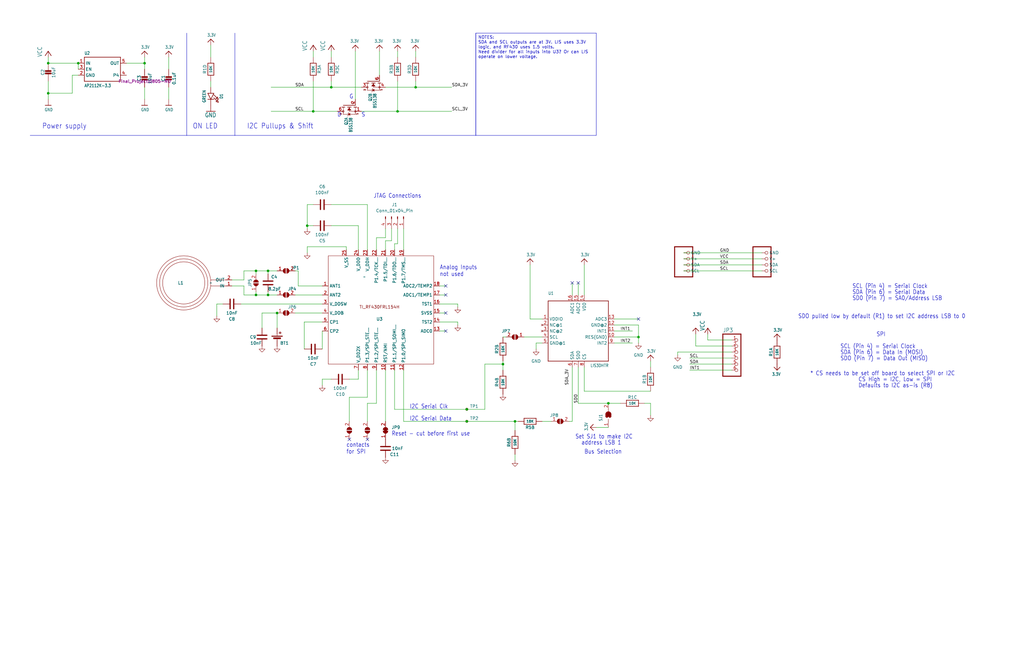
<source format=kicad_sch>
(kicad_sch (version 20230121) (generator eeschema)

  (uuid d06c2f1d-dbc4-4e02-ad40-dbe250181d8e)

  (paper "B")

  (title_block
    (title "RF430 Integrated Accelerometer V1")
    (date "2023-11-02")
    (company "Matthew Hamilton")
    (comment 1 "Stanford, CA 94305-9505")
    (comment 2 "350 Jane Stanford Way")
    (comment 3 "Electrical Engineering Department")
    (comment 4 "EE156 / Stanford University")
  )

  (lib_symbols
    (symbol "Connector:Conn_01x04_Pin" (pin_names (offset 1.016) hide) (in_bom yes) (on_board yes)
      (property "Reference" "J" (at 0 5.08 0)
        (effects (font (size 1.27 1.27)))
      )
      (property "Value" "Conn_01x04_Pin" (at 0 -7.62 0)
        (effects (font (size 1.27 1.27)))
      )
      (property "Footprint" "" (at 0 0 0)
        (effects (font (size 1.27 1.27)) hide)
      )
      (property "Datasheet" "~" (at 0 0 0)
        (effects (font (size 1.27 1.27)) hide)
      )
      (property "ki_locked" "" (at 0 0 0)
        (effects (font (size 1.27 1.27)))
      )
      (property "ki_keywords" "connector" (at 0 0 0)
        (effects (font (size 1.27 1.27)) hide)
      )
      (property "ki_description" "Generic connector, single row, 01x04, script generated" (at 0 0 0)
        (effects (font (size 1.27 1.27)) hide)
      )
      (property "ki_fp_filters" "Connector*:*_1x??_*" (at 0 0 0)
        (effects (font (size 1.27 1.27)) hide)
      )
      (symbol "Conn_01x04_Pin_1_1"
        (polyline
          (pts
            (xy 1.27 -5.08)
            (xy 0.8636 -5.08)
          )
          (stroke (width 0.1524) (type default))
          (fill (type none))
        )
        (polyline
          (pts
            (xy 1.27 -2.54)
            (xy 0.8636 -2.54)
          )
          (stroke (width 0.1524) (type default))
          (fill (type none))
        )
        (polyline
          (pts
            (xy 1.27 0)
            (xy 0.8636 0)
          )
          (stroke (width 0.1524) (type default))
          (fill (type none))
        )
        (polyline
          (pts
            (xy 1.27 2.54)
            (xy 0.8636 2.54)
          )
          (stroke (width 0.1524) (type default))
          (fill (type none))
        )
        (rectangle (start 0.8636 -4.953) (end 0 -5.207)
          (stroke (width 0.1524) (type default))
          (fill (type outline))
        )
        (rectangle (start 0.8636 -2.413) (end 0 -2.667)
          (stroke (width 0.1524) (type default))
          (fill (type outline))
        )
        (rectangle (start 0.8636 0.127) (end 0 -0.127)
          (stroke (width 0.1524) (type default))
          (fill (type outline))
        )
        (rectangle (start 0.8636 2.667) (end 0 2.413)
          (stroke (width 0.1524) (type default))
          (fill (type outline))
        )
        (pin passive line (at 5.08 2.54 180) (length 3.81)
          (name "Pin_1" (effects (font (size 1.27 1.27))))
          (number "1" (effects (font (size 1.27 1.27))))
        )
        (pin passive line (at 5.08 0 180) (length 3.81)
          (name "Pin_2" (effects (font (size 1.27 1.27))))
          (number "2" (effects (font (size 1.27 1.27))))
        )
        (pin passive line (at 5.08 -2.54 180) (length 3.81)
          (name "Pin_3" (effects (font (size 1.27 1.27))))
          (number "3" (effects (font (size 1.27 1.27))))
        )
        (pin passive line (at 5.08 -5.08 180) (length 3.81)
          (name "Pin_4" (effects (font (size 1.27 1.27))))
          (number "4" (effects (font (size 1.27 1.27))))
        )
      )
    )
    (symbol "Connector:TestPoint_Small" (pin_numbers hide) (pin_names (offset 0.762) hide) (in_bom yes) (on_board yes)
      (property "Reference" "TP" (at 0 3.81 0)
        (effects (font (size 1.27 1.27)))
      )
      (property "Value" "TestPoint_Small" (at 0 2.032 0)
        (effects (font (size 1.27 1.27)))
      )
      (property "Footprint" "" (at 5.08 0 0)
        (effects (font (size 1.27 1.27)) hide)
      )
      (property "Datasheet" "~" (at 5.08 0 0)
        (effects (font (size 1.27 1.27)) hide)
      )
      (property "ki_keywords" "test point tp" (at 0 0 0)
        (effects (font (size 1.27 1.27)) hide)
      )
      (property "ki_description" "test point" (at 0 0 0)
        (effects (font (size 1.27 1.27)) hide)
      )
      (property "ki_fp_filters" "Pin* Test*" (at 0 0 0)
        (effects (font (size 1.27 1.27)) hide)
      )
      (symbol "TestPoint_Small_0_1"
        (circle (center 0 0) (radius 0.508)
          (stroke (width 0) (type default))
          (fill (type none))
        )
      )
      (symbol "TestPoint_Small_1_1"
        (pin passive line (at 0 0 90) (length 0)
          (name "1" (effects (font (size 1.27 1.27))))
          (number "1" (effects (font (size 1.27 1.27))))
        )
      )
    )
    (symbol "Device:Battery_Cell" (pin_numbers hide) (pin_names (offset 0) hide) (in_bom yes) (on_board yes)
      (property "Reference" "BT" (at 2.54 2.54 0)
        (effects (font (size 1.27 1.27)) (justify left))
      )
      (property "Value" "Battery_Cell" (at 2.54 0 0)
        (effects (font (size 1.27 1.27)) (justify left))
      )
      (property "Footprint" "" (at 0 1.524 90)
        (effects (font (size 1.27 1.27)) hide)
      )
      (property "Datasheet" "~" (at 0 1.524 90)
        (effects (font (size 1.27 1.27)) hide)
      )
      (property "ki_keywords" "battery cell" (at 0 0 0)
        (effects (font (size 1.27 1.27)) hide)
      )
      (property "ki_description" "Single-cell battery" (at 0 0 0)
        (effects (font (size 1.27 1.27)) hide)
      )
      (symbol "Battery_Cell_0_1"
        (rectangle (start -2.286 1.778) (end 2.286 1.524)
          (stroke (width 0) (type default))
          (fill (type outline))
        )
        (rectangle (start -1.524 1.016) (end 1.524 0.508)
          (stroke (width 0) (type default))
          (fill (type outline))
        )
        (polyline
          (pts
            (xy 0 0.762)
            (xy 0 0)
          )
          (stroke (width 0) (type default))
          (fill (type none))
        )
        (polyline
          (pts
            (xy 0 1.778)
            (xy 0 2.54)
          )
          (stroke (width 0) (type default))
          (fill (type none))
        )
        (polyline
          (pts
            (xy 0.762 3.048)
            (xy 1.778 3.048)
          )
          (stroke (width 0.254) (type default))
          (fill (type none))
        )
        (polyline
          (pts
            (xy 1.27 3.556)
            (xy 1.27 2.54)
          )
          (stroke (width 0.254) (type default))
          (fill (type none))
        )
      )
      (symbol "Battery_Cell_1_1"
        (pin passive line (at 0 5.08 270) (length 2.54)
          (name "+" (effects (font (size 1.27 1.27))))
          (number "1" (effects (font (size 1.27 1.27))))
        )
        (pin passive line (at 0 -2.54 90) (length 2.54)
          (name "-" (effects (font (size 1.27 1.27))))
          (number "2" (effects (font (size 1.27 1.27))))
        )
      )
    )
    (symbol "Final_Project-eagle-import:3.3V" (power) (in_bom yes) (on_board yes)
      (property "Reference" "" (at 0 0 0)
        (effects (font (size 1.27 1.27)) hide)
      )
      (property "Value" "3.3V" (at -1.524 1.016 0)
        (effects (font (size 1.27 1.0795)) (justify left bottom))
      )
      (property "Footprint" "" (at 0 0 0)
        (effects (font (size 1.27 1.27)) hide)
      )
      (property "Datasheet" "" (at 0 0 0)
        (effects (font (size 1.27 1.27)) hide)
      )
      (property "ki_locked" "" (at 0 0 0)
        (effects (font (size 1.27 1.27)))
      )
      (symbol "3.3V_1_0"
        (polyline
          (pts
            (xy -1.27 -1.27)
            (xy 0 0)
          )
          (stroke (width 0.254) (type solid))
          (fill (type none))
        )
        (polyline
          (pts
            (xy 0 0)
            (xy 1.27 -1.27)
          )
          (stroke (width 0.254) (type solid))
          (fill (type none))
        )
        (pin power_in line (at 0 -2.54 90) (length 2.54)
          (name "3.3V" (effects (font (size 0 0))))
          (number "1" (effects (font (size 0 0))))
        )
      )
    )
    (symbol "Final_Project-eagle-import:ACCEL_LIS3DHTR" (in_bom yes) (on_board yes)
      (property "Reference" "U" (at -12.7 15.24 0)
        (effects (font (size 1.27 1.0795)) (justify left bottom))
      )
      (property "Value" "" (at 5.08 -15.24 0)
        (effects (font (size 1.27 1.0795)) (justify left bottom))
      )
      (property "Footprint" "Final_Project:LGA16_3X3MM" (at 0 0 0)
        (effects (font (size 1.27 1.27)) hide)
      )
      (property "Datasheet" "" (at 0 0 0)
        (effects (font (size 1.27 1.27)) hide)
      )
      (property "ki_locked" "" (at 0 0 0)
        (effects (font (size 1.27 1.27)))
      )
      (symbol "ACCEL_LIS3DHTR_1_0"
        (polyline
          (pts
            (xy -12.7 -12.7)
            (xy -12.7 12.7)
          )
          (stroke (width 0.254) (type solid))
          (fill (type none))
        )
        (polyline
          (pts
            (xy -12.7 12.7)
            (xy 12.7 12.7)
          )
          (stroke (width 0.254) (type solid))
          (fill (type none))
        )
        (polyline
          (pts
            (xy 12.7 -12.7)
            (xy -12.7 -12.7)
          )
          (stroke (width 0.254) (type solid))
          (fill (type none))
        )
        (polyline
          (pts
            (xy 12.7 12.7)
            (xy 12.7 -12.7)
          )
          (stroke (width 0.254) (type solid))
          (fill (type none))
        )
        (pin power_in line (at -15.24 5.08 0) (length 2.54)
          (name "VDDIO" (effects (font (size 1.27 1.27))))
          (number "1" (effects (font (size 1.27 1.27))))
        )
        (pin bidirectional line (at 15.24 -2.54 180) (length 2.54)
          (name "RES(GND)" (effects (font (size 1.27 1.27))))
          (number "10" (effects (font (size 1.27 1.27))))
        )
        (pin output line (at 15.24 0 180) (length 2.54)
          (name "INT1" (effects (font (size 1.27 1.27))))
          (number "11" (effects (font (size 1.27 1.27))))
        )
        (pin power_in line (at 15.24 2.54 180) (length 2.54)
          (name "GND@2" (effects (font (size 1.27 1.27))))
          (number "12" (effects (font (size 1.27 1.27))))
        )
        (pin input line (at 15.24 5.08 180) (length 2.54)
          (name "ADC3" (effects (font (size 1.27 1.27))))
          (number "13" (effects (font (size 1.27 1.27))))
        )
        (pin power_in line (at 2.54 15.24 270) (length 2.54)
          (name "VDD" (effects (font (size 1.27 1.27))))
          (number "14" (effects (font (size 1.27 1.27))))
        )
        (pin input line (at 0 15.24 270) (length 2.54)
          (name "ADC2" (effects (font (size 1.27 1.27))))
          (number "15" (effects (font (size 1.27 1.27))))
        )
        (pin input line (at -2.54 15.24 270) (length 2.54)
          (name "ADC1" (effects (font (size 1.27 1.27))))
          (number "16" (effects (font (size 1.27 1.27))))
        )
        (pin no_connect line (at -15.24 2.54 0) (length 2.54)
          (name "NC@1" (effects (font (size 1.27 1.27))))
          (number "2" (effects (font (size 1.27 1.27))))
        )
        (pin no_connect line (at -15.24 0 0) (length 2.54)
          (name "NC@2" (effects (font (size 1.27 1.27))))
          (number "3" (effects (font (size 1.27 1.27))))
        )
        (pin bidirectional line (at -15.24 -2.54 0) (length 2.54)
          (name "SCL" (effects (font (size 1.27 1.27))))
          (number "4" (effects (font (size 1.27 1.27))))
        )
        (pin power_in line (at -15.24 -5.08 0) (length 2.54)
          (name "GND@1" (effects (font (size 1.27 1.27))))
          (number "5" (effects (font (size 1.27 1.27))))
        )
        (pin bidirectional line (at -2.54 -15.24 90) (length 2.54)
          (name "SDA" (effects (font (size 1.27 1.27))))
          (number "6" (effects (font (size 1.27 1.27))))
        )
        (pin bidirectional line (at 0 -15.24 90) (length 2.54)
          (name "SDO" (effects (font (size 1.27 1.27))))
          (number "7" (effects (font (size 1.27 1.27))))
        )
        (pin input line (at 2.54 -15.24 90) (length 2.54)
          (name "CS" (effects (font (size 1.27 1.27))))
          (number "8" (effects (font (size 1.27 1.27))))
        )
        (pin output line (at 15.24 -5.08 180) (length 2.54)
          (name "INT2" (effects (font (size 1.27 1.27))))
          (number "9" (effects (font (size 1.27 1.27))))
        )
      )
    )
    (symbol "Final_Project-eagle-import:CAP_CERAMIC0603_NO" (in_bom yes) (on_board yes)
      (property "Reference" "C" (at -2.29 1.25 90)
        (effects (font (size 1.27 1.27)))
      )
      (property "Value" "" (at 2.3 1.25 90)
        (effects (font (size 1.27 1.27)))
      )
      (property "Footprint" "Final_Project:0603-NO" (at 0 0 0)
        (effects (font (size 1.27 1.27)) hide)
      )
      (property "Datasheet" "" (at 0 0 0)
        (effects (font (size 1.27 1.27)) hide)
      )
      (property "ki_locked" "" (at 0 0 0)
        (effects (font (size 1.27 1.27)))
      )
      (symbol "CAP_CERAMIC0603_NO_1_0"
        (rectangle (start -1.27 0.508) (end 1.27 1.016)
          (stroke (width 0) (type default))
          (fill (type outline))
        )
        (rectangle (start -1.27 1.524) (end 1.27 2.032)
          (stroke (width 0) (type default))
          (fill (type outline))
        )
        (polyline
          (pts
            (xy 0 0.762)
            (xy 0 0)
          )
          (stroke (width 0.1524) (type solid))
          (fill (type none))
        )
        (polyline
          (pts
            (xy 0 2.54)
            (xy 0 1.778)
          )
          (stroke (width 0.1524) (type solid))
          (fill (type none))
        )
        (pin passive line (at 0 5.08 270) (length 2.54)
          (name "1" (effects (font (size 0 0))))
          (number "1" (effects (font (size 0 0))))
        )
        (pin passive line (at 0 -2.54 90) (length 2.54)
          (name "2" (effects (font (size 0 0))))
          (number "2" (effects (font (size 0 0))))
        )
      )
    )
    (symbol "Final_Project-eagle-import:CAP_CERAMIC0805-NOOUTLINE" (in_bom yes) (on_board yes)
      (property "Reference" "C" (at -2.29 1.25 90)
        (effects (font (size 1.27 1.27)))
      )
      (property "Value" "" (at 2.3 1.25 90)
        (effects (font (size 1.27 1.27)))
      )
      (property "Footprint" "Final_Project:0805-NO" (at 0 0 0)
        (effects (font (size 1.27 1.27)) hide)
      )
      (property "Datasheet" "" (at 0 0 0)
        (effects (font (size 1.27 1.27)) hide)
      )
      (property "ki_locked" "" (at 0 0 0)
        (effects (font (size 1.27 1.27)))
      )
      (symbol "CAP_CERAMIC0805-NOOUTLINE_1_0"
        (rectangle (start -1.27 0.508) (end 1.27 1.016)
          (stroke (width 0) (type default))
          (fill (type outline))
        )
        (rectangle (start -1.27 1.524) (end 1.27 2.032)
          (stroke (width 0) (type default))
          (fill (type outline))
        )
        (polyline
          (pts
            (xy 0 0.762)
            (xy 0 0)
          )
          (stroke (width 0.1524) (type solid))
          (fill (type none))
        )
        (polyline
          (pts
            (xy 0 2.54)
            (xy 0 1.778)
          )
          (stroke (width 0.1524) (type solid))
          (fill (type none))
        )
        (pin passive line (at 0 5.08 270) (length 2.54)
          (name "1" (effects (font (size 0 0))))
          (number "1" (effects (font (size 0 0))))
        )
        (pin passive line (at 0 -2.54 90) (length 2.54)
          (name "2" (effects (font (size 0 0))))
          (number "2" (effects (font (size 0 0))))
        )
      )
    )
    (symbol "Final_Project-eagle-import:GND" (power) (in_bom yes) (on_board yes)
      (property "Reference" "" (at 0 0 0)
        (effects (font (size 1.27 1.27)) hide)
      )
      (property "Value" "GND" (at -1.524 -2.54 0)
        (effects (font (size 1.27 1.0795)) (justify left bottom))
      )
      (property "Footprint" "" (at 0 0 0)
        (effects (font (size 1.27 1.27)) hide)
      )
      (property "Datasheet" "" (at 0 0 0)
        (effects (font (size 1.27 1.27)) hide)
      )
      (property "ki_locked" "" (at 0 0 0)
        (effects (font (size 1.27 1.27)))
      )
      (symbol "GND_1_0"
        (polyline
          (pts
            (xy -1.27 0)
            (xy 1.27 0)
          )
          (stroke (width 0.254) (type solid))
          (fill (type none))
        )
        (pin power_in line (at 0 2.54 270) (length 2.54)
          (name "GND" (effects (font (size 0 0))))
          (number "1" (effects (font (size 0 0))))
        )
      )
    )
    (symbol "Final_Project-eagle-import:HEADER-1X670MIL" (in_bom yes) (on_board yes)
      (property "Reference" "JP" (at -6.35 10.795 0)
        (effects (font (size 1.778 1.5113)) (justify left bottom))
      )
      (property "Value" "" (at -6.35 -10.16 0)
        (effects (font (size 1.778 1.5113)) (justify left bottom))
      )
      (property "Footprint" "Final_Project:1X06_ROUND_70" (at 0 0 0)
        (effects (font (size 1.27 1.27)) hide)
      )
      (property "Datasheet" "" (at 0 0 0)
        (effects (font (size 1.27 1.27)) hide)
      )
      (property "ki_locked" "" (at 0 0 0)
        (effects (font (size 1.27 1.27)))
      )
      (symbol "HEADER-1X670MIL_1_0"
        (polyline
          (pts
            (xy -6.35 -7.62)
            (xy 1.27 -7.62)
          )
          (stroke (width 0.4064) (type solid))
          (fill (type none))
        )
        (polyline
          (pts
            (xy -6.35 10.16)
            (xy -6.35 -7.62)
          )
          (stroke (width 0.4064) (type solid))
          (fill (type none))
        )
        (polyline
          (pts
            (xy 1.27 -7.62)
            (xy 1.27 10.16)
          )
          (stroke (width 0.4064) (type solid))
          (fill (type none))
        )
        (polyline
          (pts
            (xy 1.27 10.16)
            (xy -6.35 10.16)
          )
          (stroke (width 0.4064) (type solid))
          (fill (type none))
        )
        (pin passive inverted (at -2.54 7.62 0) (length 2.54)
          (name "1" (effects (font (size 0 0))))
          (number "1" (effects (font (size 1.27 1.27))))
        )
        (pin passive inverted (at -2.54 5.08 0) (length 2.54)
          (name "2" (effects (font (size 0 0))))
          (number "2" (effects (font (size 1.27 1.27))))
        )
        (pin passive inverted (at -2.54 2.54 0) (length 2.54)
          (name "3" (effects (font (size 0 0))))
          (number "3" (effects (font (size 1.27 1.27))))
        )
        (pin passive inverted (at -2.54 0 0) (length 2.54)
          (name "4" (effects (font (size 0 0))))
          (number "4" (effects (font (size 1.27 1.27))))
        )
        (pin passive inverted (at -2.54 -2.54 0) (length 2.54)
          (name "5" (effects (font (size 0 0))))
          (number "5" (effects (font (size 1.27 1.27))))
        )
        (pin passive inverted (at -2.54 -5.08 0) (length 2.54)
          (name "6" (effects (font (size 0 0))))
          (number "6" (effects (font (size 1.27 1.27))))
        )
      )
    )
    (symbol "Final_Project-eagle-import:LED0603_NOOUTLINE" (in_bom yes) (on_board yes)
      (property "Reference" "D" (at -1.27 4.445 0)
        (effects (font (size 1.27 1.0795)))
      )
      (property "Value" "" (at -1.27 -2.794 0)
        (effects (font (size 1.27 1.0795)))
      )
      (property "Footprint" "Final_Project:CHIPLED_0603_NOOUTLINE" (at 0 0 0)
        (effects (font (size 1.27 1.27)) hide)
      )
      (property "Datasheet" "" (at 0 0 0)
        (effects (font (size 1.27 1.27)) hide)
      )
      (property "ki_locked" "" (at 0 0 0)
        (effects (font (size 1.27 1.27)))
      )
      (symbol "LED0603_NOOUTLINE_1_0"
        (polyline
          (pts
            (xy -2.54 -1.27)
            (xy 0 0)
          )
          (stroke (width 0.254) (type solid))
          (fill (type none))
        )
        (polyline
          (pts
            (xy -2.54 1.27)
            (xy -2.54 -1.27)
          )
          (stroke (width 0.254) (type solid))
          (fill (type none))
        )
        (polyline
          (pts
            (xy -1.905 1.27)
            (xy -0.635 2.54)
          )
          (stroke (width 0.254) (type solid))
          (fill (type none))
        )
        (polyline
          (pts
            (xy -0.9525 2.8575)
            (xy -0.3175 2.2225)
          )
          (stroke (width 0.254) (type solid))
          (fill (type none))
        )
        (polyline
          (pts
            (xy -0.635 1.27)
            (xy 0.635 2.54)
          )
          (stroke (width 0.254) (type solid))
          (fill (type none))
        )
        (polyline
          (pts
            (xy -0.3175 2.2225)
            (xy 0 3.175)
          )
          (stroke (width 0.254) (type solid))
          (fill (type none))
        )
        (polyline
          (pts
            (xy 0 0)
            (xy -2.54 1.27)
          )
          (stroke (width 0.254) (type solid))
          (fill (type none))
        )
        (polyline
          (pts
            (xy 0 0)
            (xy 0 -1.27)
          )
          (stroke (width 0.254) (type solid))
          (fill (type none))
        )
        (polyline
          (pts
            (xy 0 1.27)
            (xy 0 0)
          )
          (stroke (width 0.254) (type solid))
          (fill (type none))
        )
        (polyline
          (pts
            (xy 0 3.175)
            (xy -0.9525 2.8575)
          )
          (stroke (width 0.254) (type solid))
          (fill (type none))
        )
        (polyline
          (pts
            (xy 0.3175 2.8575)
            (xy 0.9525 2.2225)
          )
          (stroke (width 0.254) (type solid))
          (fill (type none))
        )
        (polyline
          (pts
            (xy 0.9525 2.2225)
            (xy 1.27 3.175)
          )
          (stroke (width 0.254) (type solid))
          (fill (type none))
        )
        (polyline
          (pts
            (xy 1.27 3.175)
            (xy 0.3175 2.8575)
          )
          (stroke (width 0.254) (type solid))
          (fill (type none))
        )
        (pin passive line (at -5.08 0 0) (length 2.54)
          (name "A" (effects (font (size 0 0))))
          (number "A" (effects (font (size 0 0))))
        )
        (pin passive line (at 2.54 0 180) (length 2.54)
          (name "C" (effects (font (size 0 0))))
          (number "C" (effects (font (size 0 0))))
        )
      )
    )
    (symbol "Final_Project-eagle-import:MOSFET-N_DUAL" (in_bom yes) (on_board yes)
      (property "Reference" "Q" (at 5.08 0.635 0)
        (effects (font (size 1.27 1.0795)) (justify left bottom))
      )
      (property "Value" "" (at 5.08 -1.27 0)
        (effects (font (size 1.27 1.0795)) (justify left bottom))
      )
      (property "Footprint" "Final_Project:SOT363" (at 0 0 0)
        (effects (font (size 1.27 1.27)) hide)
      )
      (property "Datasheet" "" (at 0 0 0)
        (effects (font (size 1.27 1.27)) hide)
      )
      (property "ki_locked" "" (at 0 0 0)
        (effects (font (size 1.27 1.27)))
      )
      (symbol "MOSFET-N_DUAL_1_0"
        (polyline
          (pts
            (xy 0 2.54)
            (xy 0 -2.54)
          )
          (stroke (width 0.254) (type solid))
          (fill (type none))
        )
        (polyline
          (pts
            (xy 0.762 -2.54)
            (xy 0.762 -3.175)
          )
          (stroke (width 0.254) (type solid))
          (fill (type none))
        )
        (polyline
          (pts
            (xy 0.762 -1.905)
            (xy 0.762 -2.54)
          )
          (stroke (width 0.254) (type solid))
          (fill (type none))
        )
        (polyline
          (pts
            (xy 0.762 0)
            (xy 0.762 -0.762)
          )
          (stroke (width 0.254) (type solid))
          (fill (type none))
        )
        (polyline
          (pts
            (xy 0.762 0)
            (xy 2.54 0)
          )
          (stroke (width 0.1524) (type solid))
          (fill (type none))
        )
        (polyline
          (pts
            (xy 0.762 0.762)
            (xy 0.762 0)
          )
          (stroke (width 0.254) (type solid))
          (fill (type none))
        )
        (polyline
          (pts
            (xy 0.762 2.54)
            (xy 0.762 1.905)
          )
          (stroke (width 0.254) (type solid))
          (fill (type none))
        )
        (polyline
          (pts
            (xy 0.762 2.54)
            (xy 3.81 2.54)
          )
          (stroke (width 0.1524) (type solid))
          (fill (type none))
        )
        (polyline
          (pts
            (xy 0.762 3.175)
            (xy 0.762 2.54)
          )
          (stroke (width 0.254) (type solid))
          (fill (type none))
        )
        (polyline
          (pts
            (xy 2.54 -2.54)
            (xy 0.762 -2.54)
          )
          (stroke (width 0.1524) (type solid))
          (fill (type none))
        )
        (polyline
          (pts
            (xy 2.54 -2.54)
            (xy 3.81 -2.54)
          )
          (stroke (width 0.1524) (type solid))
          (fill (type none))
        )
        (polyline
          (pts
            (xy 2.54 0)
            (xy 2.54 -2.54)
          )
          (stroke (width 0.1524) (type solid))
          (fill (type none))
        )
        (polyline
          (pts
            (xy 3.302 0.508)
            (xy 3.048 0.254)
          )
          (stroke (width 0.1524) (type solid))
          (fill (type none))
        )
        (polyline
          (pts
            (xy 3.81 0.508)
            (xy 3.302 0.508)
          )
          (stroke (width 0.1524) (type solid))
          (fill (type none))
        )
        (polyline
          (pts
            (xy 3.81 0.508)
            (xy 3.81 -2.54)
          )
          (stroke (width 0.1524) (type solid))
          (fill (type none))
        )
        (polyline
          (pts
            (xy 3.81 2.54)
            (xy 3.81 0.508)
          )
          (stroke (width 0.1524) (type solid))
          (fill (type none))
        )
        (polyline
          (pts
            (xy 4.318 0.508)
            (xy 3.81 0.508)
          )
          (stroke (width 0.1524) (type solid))
          (fill (type none))
        )
        (polyline
          (pts
            (xy 4.572 0.762)
            (xy 4.318 0.508)
          )
          (stroke (width 0.1524) (type solid))
          (fill (type none))
        )
        (polyline
          (pts
            (xy 1.016 0)
            (xy 2.032 0.762)
            (xy 2.032 -0.762)
          )
          (stroke (width 0.1524) (type solid))
          (fill (type outline))
        )
        (polyline
          (pts
            (xy 3.81 0.508)
            (xy 3.302 -0.254)
            (xy 4.318 -0.254)
          )
          (stroke (width 0.1524) (type solid))
          (fill (type outline))
        )
        (circle (center 2.54 -2.54) (radius 0.3592)
          (stroke (width 0) (type solid))
          (fill (type none))
        )
        (circle (center 2.54 2.54) (radius 0.3592)
          (stroke (width 0) (type solid))
          (fill (type none))
        )
        (text "D" (at 3.175 3.175 0)
          (effects (font (size 0.8128 0.6908)) (justify left bottom))
        )
        (text "G" (at -1.27 -1.905 0)
          (effects (font (size 0.8128 0.6908)) (justify left bottom))
        )
        (text "S" (at 3.175 -3.81 0)
          (effects (font (size 0.8128 0.6908)) (justify left bottom))
        )
        (pin bidirectional line (at 2.54 -5.08 90) (length 2.54)
          (name "S" (effects (font (size 0 0))))
          (number "1" (effects (font (size 1.27 1.27))))
        )
        (pin bidirectional line (at -2.54 -2.54 0) (length 2.54)
          (name "G" (effects (font (size 0 0))))
          (number "2" (effects (font (size 1.27 1.27))))
        )
        (pin bidirectional line (at 2.54 5.08 270) (length 2.54)
          (name "D" (effects (font (size 0 0))))
          (number "6" (effects (font (size 1.27 1.27))))
        )
      )
      (symbol "MOSFET-N_DUAL_2_0"
        (polyline
          (pts
            (xy 0 2.54)
            (xy 0 -2.54)
          )
          (stroke (width 0.254) (type solid))
          (fill (type none))
        )
        (polyline
          (pts
            (xy 0.762 -2.54)
            (xy 0.762 -3.175)
          )
          (stroke (width 0.254) (type solid))
          (fill (type none))
        )
        (polyline
          (pts
            (xy 0.762 -1.905)
            (xy 0.762 -2.54)
          )
          (stroke (width 0.254) (type solid))
          (fill (type none))
        )
        (polyline
          (pts
            (xy 0.762 0)
            (xy 0.762 -0.762)
          )
          (stroke (width 0.254) (type solid))
          (fill (type none))
        )
        (polyline
          (pts
            (xy 0.762 0)
            (xy 2.54 0)
          )
          (stroke (width 0.1524) (type solid))
          (fill (type none))
        )
        (polyline
          (pts
            (xy 0.762 0.762)
            (xy 0.762 0)
          )
          (stroke (width 0.254) (type solid))
          (fill (type none))
        )
        (polyline
          (pts
            (xy 0.762 2.54)
            (xy 0.762 1.905)
          )
          (stroke (width 0.254) (type solid))
          (fill (type none))
        )
        (polyline
          (pts
            (xy 0.762 2.54)
            (xy 3.81 2.54)
          )
          (stroke (width 0.1524) (type solid))
          (fill (type none))
        )
        (polyline
          (pts
            (xy 0.762 3.175)
            (xy 0.762 2.54)
          )
          (stroke (width 0.254) (type solid))
          (fill (type none))
        )
        (polyline
          (pts
            (xy 2.54 -2.54)
            (xy 0.762 -2.54)
          )
          (stroke (width 0.1524) (type solid))
          (fill (type none))
        )
        (polyline
          (pts
            (xy 2.54 -2.54)
            (xy 3.81 -2.54)
          )
          (stroke (width 0.1524) (type solid))
          (fill (type none))
        )
        (polyline
          (pts
            (xy 2.54 0)
            (xy 2.54 -2.54)
          )
          (stroke (width 0.1524) (type solid))
          (fill (type none))
        )
        (polyline
          (pts
            (xy 3.302 0.508)
            (xy 3.048 0.254)
          )
          (stroke (width 0.1524) (type solid))
          (fill (type none))
        )
        (polyline
          (pts
            (xy 3.81 0.508)
            (xy 3.302 0.508)
          )
          (stroke (width 0.1524) (type solid))
          (fill (type none))
        )
        (polyline
          (pts
            (xy 3.81 0.508)
            (xy 3.81 -2.54)
          )
          (stroke (width 0.1524) (type solid))
          (fill (type none))
        )
        (polyline
          (pts
            (xy 3.81 2.54)
            (xy 3.81 0.508)
          )
          (stroke (width 0.1524) (type solid))
          (fill (type none))
        )
        (polyline
          (pts
            (xy 4.318 0.508)
            (xy 3.81 0.508)
          )
          (stroke (width 0.1524) (type solid))
          (fill (type none))
        )
        (polyline
          (pts
            (xy 4.572 0.762)
            (xy 4.318 0.508)
          )
          (stroke (width 0.1524) (type solid))
          (fill (type none))
        )
        (polyline
          (pts
            (xy 1.016 0)
            (xy 2.032 0.762)
            (xy 2.032 -0.762)
          )
          (stroke (width 0.1524) (type solid))
          (fill (type outline))
        )
        (polyline
          (pts
            (xy 3.81 0.508)
            (xy 3.302 -0.254)
            (xy 4.318 -0.254)
          )
          (stroke (width 0.1524) (type solid))
          (fill (type outline))
        )
        (circle (center 2.54 -2.54) (radius 0.3592)
          (stroke (width 0) (type solid))
          (fill (type none))
        )
        (circle (center 2.54 2.54) (radius 0.3592)
          (stroke (width 0) (type solid))
          (fill (type none))
        )
        (text "D" (at 3.175 3.175 0)
          (effects (font (size 0.8128 0.6908)) (justify left bottom))
        )
        (text "G" (at -1.27 -1.905 0)
          (effects (font (size 0.8128 0.6908)) (justify left bottom))
        )
        (text "S" (at 3.175 -3.81 0)
          (effects (font (size 0.8128 0.6908)) (justify left bottom))
        )
        (pin bidirectional line (at 2.54 5.08 270) (length 2.54)
          (name "D" (effects (font (size 0 0))))
          (number "3" (effects (font (size 1.27 1.27))))
        )
        (pin bidirectional line (at 2.54 -5.08 90) (length 2.54)
          (name "S" (effects (font (size 0 0))))
          (number "4" (effects (font (size 1.27 1.27))))
        )
        (pin bidirectional line (at -2.54 -2.54 0) (length 2.54)
          (name "G" (effects (font (size 0 0))))
          (number "5" (effects (font (size 1.27 1.27))))
        )
      )
    )
    (symbol "Final_Project-eagle-import:RESISTOR_4PACK" (in_bom yes) (on_board yes)
      (property "Reference" "R" (at 0 2.54 0)
        (effects (font (size 1.27 1.27)))
      )
      (property "Value" "" (at 0 0 0)
        (effects (font (size 1.016 1.016) bold))
      )
      (property "Footprint" "Final_Project:RESPACK_4X0603" (at 0 0 0)
        (effects (font (size 1.27 1.27)) hide)
      )
      (property "Datasheet" "" (at 0 0 0)
        (effects (font (size 1.27 1.27)) hide)
      )
      (property "ki_locked" "" (at 0 0 0)
        (effects (font (size 1.27 1.27)))
      )
      (symbol "RESISTOR_4PACK_1_0"
        (polyline
          (pts
            (xy -2.54 -1.27)
            (xy -2.54 1.27)
          )
          (stroke (width 0.254) (type solid))
          (fill (type none))
        )
        (polyline
          (pts
            (xy -2.54 1.27)
            (xy 2.54 1.27)
          )
          (stroke (width 0.254) (type solid))
          (fill (type none))
        )
        (polyline
          (pts
            (xy 2.54 -1.27)
            (xy -2.54 -1.27)
          )
          (stroke (width 0.254) (type solid))
          (fill (type none))
        )
        (polyline
          (pts
            (xy 2.54 1.27)
            (xy 2.54 -1.27)
          )
          (stroke (width 0.254) (type solid))
          (fill (type none))
        )
        (pin passive line (at -5.08 0 0) (length 2.54)
          (name "1" (effects (font (size 0 0))))
          (number "1" (effects (font (size 0 0))))
        )
        (pin passive line (at 5.08 0 180) (length 2.54)
          (name "2" (effects (font (size 0 0))))
          (number "8" (effects (font (size 0 0))))
        )
      )
      (symbol "RESISTOR_4PACK_2_0"
        (polyline
          (pts
            (xy -2.54 -1.27)
            (xy -2.54 1.27)
          )
          (stroke (width 0.254) (type solid))
          (fill (type none))
        )
        (polyline
          (pts
            (xy -2.54 1.27)
            (xy 2.54 1.27)
          )
          (stroke (width 0.254) (type solid))
          (fill (type none))
        )
        (polyline
          (pts
            (xy 2.54 -1.27)
            (xy -2.54 -1.27)
          )
          (stroke (width 0.254) (type solid))
          (fill (type none))
        )
        (polyline
          (pts
            (xy 2.54 1.27)
            (xy 2.54 -1.27)
          )
          (stroke (width 0.254) (type solid))
          (fill (type none))
        )
        (pin passive line (at -5.08 0 0) (length 2.54)
          (name "1" (effects (font (size 0 0))))
          (number "2" (effects (font (size 0 0))))
        )
        (pin passive line (at 5.08 0 180) (length 2.54)
          (name "2" (effects (font (size 0 0))))
          (number "7" (effects (font (size 0 0))))
        )
      )
      (symbol "RESISTOR_4PACK_3_0"
        (polyline
          (pts
            (xy -2.54 -1.27)
            (xy -2.54 1.27)
          )
          (stroke (width 0.254) (type solid))
          (fill (type none))
        )
        (polyline
          (pts
            (xy -2.54 1.27)
            (xy 2.54 1.27)
          )
          (stroke (width 0.254) (type solid))
          (fill (type none))
        )
        (polyline
          (pts
            (xy 2.54 -1.27)
            (xy -2.54 -1.27)
          )
          (stroke (width 0.254) (type solid))
          (fill (type none))
        )
        (polyline
          (pts
            (xy 2.54 1.27)
            (xy 2.54 -1.27)
          )
          (stroke (width 0.254) (type solid))
          (fill (type none))
        )
        (pin passive line (at -5.08 0 0) (length 2.54)
          (name "1" (effects (font (size 0 0))))
          (number "3" (effects (font (size 0 0))))
        )
        (pin passive line (at 5.08 0 180) (length 2.54)
          (name "2" (effects (font (size 0 0))))
          (number "6" (effects (font (size 0 0))))
        )
      )
      (symbol "RESISTOR_4PACK_4_0"
        (polyline
          (pts
            (xy -2.54 -1.27)
            (xy -2.54 1.27)
          )
          (stroke (width 0.254) (type solid))
          (fill (type none))
        )
        (polyline
          (pts
            (xy -2.54 1.27)
            (xy 2.54 1.27)
          )
          (stroke (width 0.254) (type solid))
          (fill (type none))
        )
        (polyline
          (pts
            (xy 2.54 -1.27)
            (xy -2.54 -1.27)
          )
          (stroke (width 0.254) (type solid))
          (fill (type none))
        )
        (polyline
          (pts
            (xy 2.54 1.27)
            (xy 2.54 -1.27)
          )
          (stroke (width 0.254) (type solid))
          (fill (type none))
        )
        (pin passive line (at -5.08 0 0) (length 2.54)
          (name "1" (effects (font (size 0 0))))
          (number "4" (effects (font (size 0 0))))
        )
        (pin passive line (at 5.08 0 180) (length 2.54)
          (name "2" (effects (font (size 0 0))))
          (number "5" (effects (font (size 0 0))))
        )
      )
    )
    (symbol "Final_Project-eagle-import:SOLDERJUMPER" (in_bom yes) (on_board yes)
      (property "Reference" "SJ" (at -2.54 2.54 0)
        (effects (font (size 1.27 1.0795)) (justify left bottom))
      )
      (property "Value" "" (at -2.54 -3.81 0)
        (effects (font (size 1.27 1.0795)) (justify left bottom))
      )
      (property "Footprint" "Final_Project:SOLDERJUMPER_ARROW_NOPASTE" (at 0 0 0)
        (effects (font (size 1.27 1.27)) hide)
      )
      (property "Datasheet" "" (at 0 0 0)
        (effects (font (size 1.27 1.27)) hide)
      )
      (property "ki_locked" "" (at 0 0 0)
        (effects (font (size 1.27 1.27)))
      )
      (symbol "SOLDERJUMPER_1_0"
        (arc (start -0.381 -0.635) (mid 0.2514 -0.0001) (end -0.3808 0.635)
          (stroke (width 1.27) (type solid))
          (fill (type none))
        )
        (polyline
          (pts
            (xy -2.54 0)
            (xy -1.651 0)
          )
          (stroke (width 0.1524) (type solid))
          (fill (type none))
        )
        (polyline
          (pts
            (xy 2.54 0)
            (xy 1.651 0)
          )
          (stroke (width 0.1524) (type solid))
          (fill (type none))
        )
        (arc (start 0.3808 -0.635) (mid 1.0132 -0.0001) (end 0.381 0.635)
          (stroke (width 1.27) (type solid))
          (fill (type none))
        )
        (pin passive line (at -5.08 0 0) (length 2.54)
          (name "1" (effects (font (size 0 0))))
          (number "1" (effects (font (size 1.27 1.27))))
        )
        (pin passive line (at 5.08 0 180) (length 2.54)
          (name "2" (effects (font (size 0 0))))
          (number "2" (effects (font (size 1.27 1.27))))
        )
      )
    )
    (symbol "Final_Project-eagle-import:STEMMA_I2C_QT" (in_bom yes) (on_board yes)
      (property "Reference" "CONN" (at -3.81 8.255 0)
        (effects (font (size 1.778 1.5113)) (justify left bottom) hide)
      )
      (property "Value" "" (at -3.81 -7.62 0)
        (effects (font (size 1.778 1.5113)) (justify left bottom) hide)
      )
      (property "Footprint" "Final_Project:JST_SH4" (at 0 0 0)
        (effects (font (size 1.27 1.27)) hide)
      )
      (property "Datasheet" "" (at 0 0 0)
        (effects (font (size 1.27 1.27)) hide)
      )
      (property "ki_locked" "" (at 0 0 0)
        (effects (font (size 1.27 1.27)))
      )
      (symbol "STEMMA_I2C_QT_1_0"
        (polyline
          (pts
            (xy -3.81 -5.08)
            (xy 3.81 -5.08)
          )
          (stroke (width 0.4064) (type solid))
          (fill (type none))
        )
        (polyline
          (pts
            (xy -3.81 7.62)
            (xy -3.81 -5.08)
          )
          (stroke (width 0.4064) (type solid))
          (fill (type none))
        )
        (polyline
          (pts
            (xy 3.81 -5.08)
            (xy 3.81 7.62)
          )
          (stroke (width 0.4064) (type solid))
          (fill (type none))
        )
        (polyline
          (pts
            (xy 3.81 7.62)
            (xy -3.81 7.62)
          )
          (stroke (width 0.4064) (type solid))
          (fill (type none))
        )
        (pin passive inverted (at 0 5.08 0) (length 2.54)
          (name "GND" (effects (font (size 1.27 1.27))))
          (number "1" (effects (font (size 0 0))))
        )
        (pin passive inverted (at 0 2.54 0) (length 2.54)
          (name "V+" (effects (font (size 1.27 1.27))))
          (number "2" (effects (font (size 0 0))))
        )
        (pin passive inverted (at 0 0 0) (length 2.54)
          (name "SDA" (effects (font (size 1.27 1.27))))
          (number "3" (effects (font (size 0 0))))
        )
        (pin passive inverted (at 0 -2.54 0) (length 2.54)
          (name "SCL" (effects (font (size 1.27 1.27))))
          (number "4" (effects (font (size 0 0))))
        )
      )
      (symbol "STEMMA_I2C_QT_2_0"
        (pin bidirectional line (at 0 0 0) (length 5.08)
          (name "MT" (effects (font (size 1.27 1.27))))
          (number "MT1" (effects (font (size 1.27 1.27))))
        )
      )
      (symbol "STEMMA_I2C_QT_3_0"
        (pin bidirectional line (at 0 0 0) (length 5.08)
          (name "MT" (effects (font (size 1.27 1.27))))
          (number "MT2" (effects (font (size 1.27 1.27))))
        )
      )
    )
    (symbol "Final_Project-eagle-import:VCC" (power) (in_bom yes) (on_board yes)
      (property "Reference" "#P+" (at 0 0 0)
        (effects (font (size 1.27 1.27)) hide)
      )
      (property "Value" "VCC" (at -2.54 -2.54 90)
        (effects (font (size 1.778 1.5113)) (justify left bottom))
      )
      (property "Footprint" "" (at 0 0 0)
        (effects (font (size 1.27 1.27)) hide)
      )
      (property "Datasheet" "" (at 0 0 0)
        (effects (font (size 1.27 1.27)) hide)
      )
      (property "ki_locked" "" (at 0 0 0)
        (effects (font (size 1.27 1.27)))
      )
      (symbol "VCC_1_0"
        (polyline
          (pts
            (xy 0 0)
            (xy -1.27 -1.905)
          )
          (stroke (width 0.254) (type solid))
          (fill (type none))
        )
        (polyline
          (pts
            (xy 1.27 -1.905)
            (xy 0 0)
          )
          (stroke (width 0.254) (type solid))
          (fill (type none))
        )
        (pin power_in line (at 0 -2.54 90) (length 2.54)
          (name "VCC" (effects (font (size 0 0))))
          (number "1" (effects (font (size 0 0))))
        )
      )
    )
    (symbol "Final_Project-eagle-import:VREG_SOT23-5" (in_bom yes) (on_board yes)
      (property "Reference" "U" (at -7.62 6.096 0)
        (effects (font (size 1.27 1.0795)) (justify left bottom))
      )
      (property "Value" "" (at -7.62 -7.62 0)
        (effects (font (size 1.27 1.0795)) (justify left bottom))
      )
      (property "Footprint" "Final_Project:SOT23-5" (at 0 0 0)
        (effects (font (size 1.27 1.27)) hide)
      )
      (property "Datasheet" "" (at 0 0 0)
        (effects (font (size 1.27 1.27)) hide)
      )
      (property "ki_locked" "" (at 0 0 0)
        (effects (font (size 1.27 1.27)))
      )
      (symbol "VREG_SOT23-5_1_0"
        (polyline
          (pts
            (xy -7.62 -5.08)
            (xy -7.62 5.08)
          )
          (stroke (width 0.254) (type solid))
          (fill (type none))
        )
        (polyline
          (pts
            (xy -7.62 5.08)
            (xy 7.62 5.08)
          )
          (stroke (width 0.254) (type solid))
          (fill (type none))
        )
        (polyline
          (pts
            (xy 7.62 -5.08)
            (xy -7.62 -5.08)
          )
          (stroke (width 0.254) (type solid))
          (fill (type none))
        )
        (polyline
          (pts
            (xy 7.62 5.08)
            (xy 7.62 -5.08)
          )
          (stroke (width 0.254) (type solid))
          (fill (type none))
        )
        (pin power_in line (at -10.16 2.54 0) (length 2.54)
          (name "IN" (effects (font (size 1.27 1.27))))
          (number "1" (effects (font (size 1.27 1.27))))
        )
        (pin power_in line (at -10.16 -2.54 0) (length 2.54)
          (name "GND" (effects (font (size 1.27 1.27))))
          (number "2" (effects (font (size 1.27 1.27))))
        )
        (pin input line (at -10.16 0 0) (length 2.54)
          (name "EN" (effects (font (size 1.27 1.27))))
          (number "3" (effects (font (size 1.27 1.27))))
        )
        (pin bidirectional line (at 10.16 -2.54 180) (length 2.54)
          (name "P4" (effects (font (size 1.27 1.27))))
          (number "4" (effects (font (size 1.27 1.27))))
        )
        (pin power_in line (at 10.16 2.54 180) (length 2.54)
          (name "OUT" (effects (font (size 1.27 1.27))))
          (number "5" (effects (font (size 1.27 1.27))))
        )
      )
    )
    (symbol "Final_Project-eagle-import:supply1_GND" (power) (in_bom yes) (on_board yes)
      (property "Reference" "#GND" (at 0 0 0)
        (effects (font (size 1.27 1.27)) hide)
      )
      (property "Value" "supply1_GND" (at -2.54 -2.54 0)
        (effects (font (size 1.778 1.5113)) (justify left bottom))
      )
      (property "Footprint" "" (at 0 0 0)
        (effects (font (size 1.27 1.27)) hide)
      )
      (property "Datasheet" "" (at 0 0 0)
        (effects (font (size 1.27 1.27)) hide)
      )
      (property "ki_locked" "" (at 0 0 0)
        (effects (font (size 1.27 1.27)))
      )
      (symbol "supply1_GND_1_0"
        (polyline
          (pts
            (xy -1.905 0)
            (xy 1.905 0)
          )
          (stroke (width 0.254) (type solid))
          (fill (type none))
        )
        (pin power_in line (at 0 2.54 270) (length 2.54)
          (name "GND" (effects (font (size 0 0))))
          (number "1" (effects (font (size 0 0))))
        )
      )
    )
    (symbol "Jumper:SolderJumper_2_Bridged" (pin_names (offset 0) hide) (in_bom yes) (on_board yes)
      (property "Reference" "JP" (at 0 2.032 0)
        (effects (font (size 1.27 1.27)))
      )
      (property "Value" "SolderJumper_2_Bridged" (at 0 -2.54 0)
        (effects (font (size 1.27 1.27)))
      )
      (property "Footprint" "" (at 0 0 0)
        (effects (font (size 1.27 1.27)) hide)
      )
      (property "Datasheet" "~" (at 0 0 0)
        (effects (font (size 1.27 1.27)) hide)
      )
      (property "ki_keywords" "solder jumper SPST" (at 0 0 0)
        (effects (font (size 1.27 1.27)) hide)
      )
      (property "ki_description" "Solder Jumper, 2-pole, closed/bridged" (at 0 0 0)
        (effects (font (size 1.27 1.27)) hide)
      )
      (property "ki_fp_filters" "SolderJumper*Bridged*" (at 0 0 0)
        (effects (font (size 1.27 1.27)) hide)
      )
      (symbol "SolderJumper_2_Bridged_0_1"
        (rectangle (start -0.508 0.508) (end 0.508 -0.508)
          (stroke (width 0) (type default))
          (fill (type outline))
        )
        (arc (start -0.254 1.016) (mid -1.2656 0) (end -0.254 -1.016)
          (stroke (width 0) (type default))
          (fill (type none))
        )
        (arc (start -0.254 1.016) (mid -1.2656 0) (end -0.254 -1.016)
          (stroke (width 0) (type default))
          (fill (type outline))
        )
        (polyline
          (pts
            (xy -0.254 1.016)
            (xy -0.254 -1.016)
          )
          (stroke (width 0) (type default))
          (fill (type none))
        )
        (polyline
          (pts
            (xy 0.254 1.016)
            (xy 0.254 -1.016)
          )
          (stroke (width 0) (type default))
          (fill (type none))
        )
        (arc (start 0.254 -1.016) (mid 1.2656 0) (end 0.254 1.016)
          (stroke (width 0) (type default))
          (fill (type none))
        )
        (arc (start 0.254 -1.016) (mid 1.2656 0) (end 0.254 1.016)
          (stroke (width 0) (type default))
          (fill (type outline))
        )
      )
      (symbol "SolderJumper_2_Bridged_1_1"
        (pin passive line (at -3.81 0 0) (length 2.54)
          (name "A" (effects (font (size 1.27 1.27))))
          (number "1" (effects (font (size 1.27 1.27))))
        )
        (pin passive line (at 3.81 0 180) (length 2.54)
          (name "B" (effects (font (size 1.27 1.27))))
          (number "2" (effects (font (size 1.27 1.27))))
        )
      )
    )
    (symbol "Jumper:SolderJumper_2_Open" (pin_names (offset 0) hide) (in_bom yes) (on_board yes)
      (property "Reference" "JP" (at 0 2.032 0)
        (effects (font (size 1.27 1.27)))
      )
      (property "Value" "SolderJumper_2_Open" (at 0 -2.54 0)
        (effects (font (size 1.27 1.27)))
      )
      (property "Footprint" "" (at 0 0 0)
        (effects (font (size 1.27 1.27)) hide)
      )
      (property "Datasheet" "~" (at 0 0 0)
        (effects (font (size 1.27 1.27)) hide)
      )
      (property "ki_keywords" "solder jumper SPST" (at 0 0 0)
        (effects (font (size 1.27 1.27)) hide)
      )
      (property "ki_description" "Solder Jumper, 2-pole, open" (at 0 0 0)
        (effects (font (size 1.27 1.27)) hide)
      )
      (property "ki_fp_filters" "SolderJumper*Open*" (at 0 0 0)
        (effects (font (size 1.27 1.27)) hide)
      )
      (symbol "SolderJumper_2_Open_0_1"
        (arc (start -0.254 1.016) (mid -1.2656 0) (end -0.254 -1.016)
          (stroke (width 0) (type default))
          (fill (type none))
        )
        (arc (start -0.254 1.016) (mid -1.2656 0) (end -0.254 -1.016)
          (stroke (width 0) (type default))
          (fill (type outline))
        )
        (polyline
          (pts
            (xy -0.254 1.016)
            (xy -0.254 -1.016)
          )
          (stroke (width 0) (type default))
          (fill (type none))
        )
        (polyline
          (pts
            (xy 0.254 1.016)
            (xy 0.254 -1.016)
          )
          (stroke (width 0) (type default))
          (fill (type none))
        )
        (arc (start 0.254 -1.016) (mid 1.2656 0) (end 0.254 1.016)
          (stroke (width 0) (type default))
          (fill (type none))
        )
        (arc (start 0.254 -1.016) (mid 1.2656 0) (end 0.254 1.016)
          (stroke (width 0) (type default))
          (fill (type outline))
        )
      )
      (symbol "SolderJumper_2_Open_1_1"
        (pin passive line (at -3.81 0 0) (length 2.54)
          (name "A" (effects (font (size 1.27 1.27))))
          (number "1" (effects (font (size 1.27 1.27))))
        )
        (pin passive line (at 3.81 0 180) (length 2.54)
          (name "B" (effects (font (size 1.27 1.27))))
          (number "2" (effects (font (size 1.27 1.27))))
        )
      )
    )
    (symbol "Lab_3:C" (pin_numbers hide) (pin_names (offset 0.254)) (in_bom yes) (on_board yes)
      (property "Reference" "C" (at 0.635 2.54 0)
        (effects (font (size 1.27 1.27)) (justify left))
      )
      (property "Value" "C" (at 0.635 -2.54 0)
        (effects (font (size 1.27 1.27)) (justify left))
      )
      (property "Footprint" "" (at 0.9652 -3.81 0)
        (effects (font (size 1.27 1.27)) hide)
      )
      (property "Datasheet" "~" (at 0 0 0)
        (effects (font (size 1.27 1.27)) hide)
      )
      (property "ki_keywords" "cap capacitor" (at 0 0 0)
        (effects (font (size 1.27 1.27)) hide)
      )
      (property "ki_description" "Unpolarized capacitor" (at 0 0 0)
        (effects (font (size 1.27 1.27)) hide)
      )
      (property "ki_fp_filters" "C_*" (at 0 0 0)
        (effects (font (size 1.27 1.27)) hide)
      )
      (symbol "C_0_1"
        (polyline
          (pts
            (xy -2.032 -0.762)
            (xy 2.032 -0.762)
          )
          (stroke (width 0.508) (type default))
          (fill (type none))
        )
        (polyline
          (pts
            (xy -2.032 0.762)
            (xy 2.032 0.762)
          )
          (stroke (width 0.508) (type default))
          (fill (type none))
        )
      )
      (symbol "C_1_1"
        (pin passive line (at 0 3.81 270) (length 2.794)
          (name "~" (effects (font (size 1.27 1.27))))
          (number "1" (effects (font (size 1.27 1.27))))
        )
        (pin passive line (at 0 -3.81 90) (length 2.794)
          (name "~" (effects (font (size 1.27 1.27))))
          (number "2" (effects (font (size 1.27 1.27))))
        )
      )
    )
    (symbol "RF430FRL154H:RF430FRL154H" (in_bom yes) (on_board yes)
      (property "Reference" "U3" (at 0 -3.81 0)
        (effects (font (size 1.27 1.27)))
      )
      (property "Value" "~" (at -6.35 13.97 0)
        (effects (font (size 1.27 1.27)))
      )
      (property "Footprint" "for_school:QFN50P400X400X100-25N" (at -6.35 13.97 0)
        (effects (font (size 1.27 1.27)) hide)
      )
      (property "Datasheet" "https://www.ti.com/lit/ds/symlink/rf430frl154h.pdf?ts=1696798509945&ref_url=https%253A%252F%252Fwww.ti.com%252Fproduct%252FRF430FRL154H" (at -6.35 13.97 0)
        (effects (font (size 1.27 1.27)) hide)
      )
      (symbol "RF430FRL154H_1_1"
        (rectangle (start -21.59 22.86) (end 22.86 -22.86)
          (stroke (width 0) (type default))
          (fill (type none))
        )
        (text "TI_RF430FRL154H" (at 0 1.27 0)
          (effects (font (size 1.27 1.27)))
        )
        (pin input line (at -24.13 10.16 0) (length 2.54)
          (name "ANT1" (effects (font (size 1.27 1.27))))
          (number "1" (effects (font (size 1.27 1.27))))
        )
        (pin input line (at 2.54 -25.4 90) (length 2.54)
          (name "RST/NMI" (effects (font (size 1.27 1.27))))
          (number "10" (effects (font (size 1.27 1.27))))
        )
        (pin bidirectional line (at 6.35 -25.4 90) (length 2.54)
          (name "P1.1/SPI_SOMI..." (effects (font (size 1.27 1.27))))
          (number "11" (effects (font (size 1.27 1.27))))
        )
        (pin bidirectional line (at 10.16 -25.4 90) (length 2.54)
          (name "P1.0/SPI_SIMO" (effects (font (size 1.27 1.27))))
          (number "12" (effects (font (size 1.27 1.27))))
        )
        (pin bidirectional line (at 25.4 -8.89 180) (length 2.54)
          (name "ADC0" (effects (font (size 1.27 1.27))))
          (number "13" (effects (font (size 1.27 1.27))))
        )
        (pin unspecified line (at 25.4 -5.08 180) (length 2.54)
          (name "TST2" (effects (font (size 1.27 1.27))))
          (number "14" (effects (font (size 1.27 1.27))))
        )
        (pin unspecified line (at 25.4 -1.27 180) (length 2.54)
          (name "SVSS" (effects (font (size 1.27 1.27))))
          (number "15" (effects (font (size 1.27 1.27))))
        )
        (pin unspecified line (at 25.4 2.54 180) (length 2.54)
          (name "TST1" (effects (font (size 1.27 1.27))))
          (number "16" (effects (font (size 1.27 1.27))))
        )
        (pin unspecified line (at 25.4 6.35 180) (length 2.54)
          (name "ADC1/TEMP1" (effects (font (size 1.27 1.27))))
          (number "17" (effects (font (size 1.27 1.27))))
        )
        (pin unspecified line (at 25.4 10.16 180) (length 2.54)
          (name "ADC2/TEMP2" (effects (font (size 1.27 1.27))))
          (number "18" (effects (font (size 1.27 1.27))))
        )
        (pin bidirectional line (at 10.16 25.4 270) (length 2.54)
          (name "P1.7/TMS..." (effects (font (size 1.27 1.27))))
          (number "19" (effects (font (size 1.27 1.27))))
        )
        (pin input line (at -24.13 6.35 0) (length 2.54)
          (name "ANT2" (effects (font (size 1.27 1.27))))
          (number "2" (effects (font (size 1.27 1.27))))
        )
        (pin bidirectional line (at 6.35 25.4 270) (length 2.54)
          (name "P1.6/TDO..." (effects (font (size 1.27 1.27))))
          (number "20" (effects (font (size 1.27 1.27))))
        )
        (pin bidirectional line (at 2.54 25.4 270) (length 2.54)
          (name "P1.5/TDI..." (effects (font (size 1.27 1.27))))
          (number "21" (effects (font (size 1.27 1.27))))
        )
        (pin bidirectional line (at -1.27 25.4 270) (length 2.54)
          (name "P1.4/TCK..." (effects (font (size 1.27 1.27))))
          (number "22" (effects (font (size 1.27 1.27))))
        )
        (pin output line (at -5.08 25.4 270) (length 2.54)
          (name "V_DDH" (effects (font (size 1.27 1.27))))
          (number "23" (effects (font (size 1.27 1.27))))
        )
        (pin unspecified line (at -8.89 25.4 270) (length 2.54)
          (name "V_DDD" (effects (font (size 1.27 1.27))))
          (number "24" (effects (font (size 1.27 1.27))))
        )
        (pin output line (at -13.97 25.4 270) (length 2.54)
          (name "V_SS" (effects (font (size 1.27 1.27))))
          (number "25" (effects (font (size 1.27 1.27))))
        )
        (pin power_in line (at -24.13 2.54 0) (length 2.54)
          (name "V_DDSW" (effects (font (size 1.27 1.27))))
          (number "3" (effects (font (size 1.27 1.27))))
        )
        (pin power_in line (at -24.13 -1.27 0) (length 2.54)
          (name "V_DDB" (effects (font (size 1.27 1.27))))
          (number "4" (effects (font (size 1.27 1.27))))
        )
        (pin input line (at -24.13 -5.08 0) (length 2.54)
          (name "CP1" (effects (font (size 1.27 1.27))))
          (number "5" (effects (font (size 1.27 1.27))))
        )
        (pin input line (at -24.13 -8.89 0) (length 2.54)
          (name "CP2" (effects (font (size 1.27 1.27))))
          (number "6" (effects (font (size 1.27 1.27))))
        )
        (pin output line (at -8.89 -25.4 90) (length 2.54)
          (name "V_DD2X" (effects (font (size 1.27 1.27))))
          (number "7" (effects (font (size 1.27 1.27))))
        )
        (pin bidirectional line (at -5.08 -25.4 90) (length 2.54)
          (name "P1.3/SPI_STE..." (effects (font (size 1.27 1.27))))
          (number "8" (effects (font (size 1.27 1.27))))
        )
        (pin bidirectional line (at -1.27 -25.4 90) (length 2.54)
          (name "P1.2/SPI_STE..." (effects (font (size 1.27 1.27))))
          (number "9" (effects (font (size 1.27 1.27))))
        )
      )
    )
    (symbol "for_school:NFC_ANT" (in_bom yes) (on_board yes)
      (property "Reference" "L" (at 11.43 1.27 0)
        (effects (font (size 1.27 1.27)))
      )
      (property "Value" "" (at 0 0 0)
        (effects (font (size 1.27 1.27)))
      )
      (property "Footprint" "" (at 0 0 0)
        (effects (font (size 1.27 1.27)) hide)
      )
      (property "Datasheet" "" (at 0 0 0)
        (effects (font (size 1.27 1.27)) hide)
      )
      (symbol "NFC_ANT_0_1"
        (polyline
          (pts
            (xy -6.35 -1.27)
            (xy 0 -1.27)
          )
          (stroke (width 0) (type default))
          (fill (type none))
        )
        (polyline
          (pts
            (xy 0 1.27)
            (xy -6.35 1.27)
          )
          (stroke (width 0) (type default))
          (fill (type none))
        )
        (circle (center 11.43 0) (radius 8.89)
          (stroke (width 0) (type default))
          (fill (type none))
        )
        (circle (center 11.43 0) (radius 10.16)
          (stroke (width 0) (type default))
          (fill (type none))
        )
        (circle (center 11.43 0) (radius 11.43)
          (stroke (width 0) (type default))
          (fill (type none))
        )
      )
      (symbol "NFC_ANT_1_1"
        (pin input line (at -8.89 1.27 0) (length 2.54)
          (name "IN" (effects (font (size 1.27 1.27))))
          (number "1" (effects (font (size 1.27 1.27))))
        )
        (pin output line (at -8.89 -1.27 0) (length 2.54)
          (name "OUT" (effects (font (size 1.27 1.27))))
          (number "2" (effects (font (size 1.27 1.27))))
        )
      )
    )
    (symbol "power:GND" (power) (pin_names (offset 0)) (in_bom yes) (on_board yes)
      (property "Reference" "#PWR" (at 0 -6.35 0)
        (effects (font (size 1.27 1.27)) hide)
      )
      (property "Value" "GND" (at 0 -3.81 0)
        (effects (font (size 1.27 1.27)))
      )
      (property "Footprint" "" (at 0 0 0)
        (effects (font (size 1.27 1.27)) hide)
      )
      (property "Datasheet" "" (at 0 0 0)
        (effects (font (size 1.27 1.27)) hide)
      )
      (property "ki_keywords" "global power" (at 0 0 0)
        (effects (font (size 1.27 1.27)) hide)
      )
      (property "ki_description" "Power symbol creates a global label with name \"GND\" , ground" (at 0 0 0)
        (effects (font (size 1.27 1.27)) hide)
      )
      (symbol "GND_0_1"
        (polyline
          (pts
            (xy 0 0)
            (xy 0 -1.27)
            (xy 1.27 -1.27)
            (xy 0 -2.54)
            (xy -1.27 -1.27)
            (xy 0 -1.27)
          )
          (stroke (width 0) (type default))
          (fill (type none))
        )
      )
      (symbol "GND_1_1"
        (pin power_in line (at 0 0 270) (length 0) hide
          (name "GND" (effects (font (size 1.27 1.27))))
          (number "1" (effects (font (size 1.27 1.27))))
        )
      )
    )
  )

  (junction (at 113.03 124.46) (diameter 0) (color 0 0 0 0)
    (uuid 0576c1d5-cf9f-4b0f-aa8c-668089d90adb)
  )
  (junction (at 113.03 114.3) (diameter 0) (color 0 0 0 0)
    (uuid 120db711-e019-4551-ac72-6601342ecb34)
  )
  (junction (at 269.24 142.24) (diameter 0) (color 0 0 0 0)
    (uuid 1a43bfc0-4fbb-4462-b6a7-8a8cd1c8c13b)
  )
  (junction (at 33.02 26.67) (diameter 0) (color 0 0 0 0)
    (uuid 3f861c40-8a74-463a-908a-09994cc28c70)
  )
  (junction (at 20.32 26.67) (diameter 0) (color 0 0 0 0)
    (uuid 43057e22-d80d-4547-ac8e-5f69e51d2d5a)
  )
  (junction (at 107.95 124.46) (diameter 0) (color 0 0 0 0)
    (uuid 4dddfa87-cae7-436e-a8d3-186388217e53)
  )
  (junction (at 107.95 114.3) (diameter 0) (color 0 0 0 0)
    (uuid 4ff69c0d-e445-4d30-a35e-1c5037a7c256)
  )
  (junction (at 175.26 36.83) (diameter 0) (color 0 0 0 0)
    (uuid 65b036c1-5550-48d0-ae13-2acfe338ae5b)
  )
  (junction (at 196.85 172.72) (diameter 0) (color 0 0 0 0)
    (uuid 66da06a7-d08d-433f-bdce-88841f6575c0)
  )
  (junction (at 196.85 177.8) (diameter 0) (color 0 0 0 0)
    (uuid 761635da-5fcf-424f-a391-724482585612)
  )
  (junction (at 167.64 46.99) (diameter 0) (color 0 0 0 0)
    (uuid 8c28b56a-e925-47ba-9556-10386f01cb98)
  )
  (junction (at 139.7 36.83) (diameter 0) (color 0 0 0 0)
    (uuid b02d27dd-5c0f-4f03-9eb4-2604135c2345)
  )
  (junction (at 217.17 177.8) (diameter 0) (color 0 0 0 0)
    (uuid b54af835-ff71-47e8-806f-411a099193c2)
  )
  (junction (at 60.96 26.67) (diameter 0) (color 0 0 0 0)
    (uuid bbfeba68-2ec6-4691-9ba2-a46d68604e33)
  )
  (junction (at 132.08 46.99) (diameter 0) (color 0 0 0 0)
    (uuid bc79e75f-d7f0-4f09-8f42-08d94c5d62fd)
  )
  (junction (at 116.84 132.08) (diameter 0) (color 0 0 0 0)
    (uuid d33afc9f-54d0-4930-89e3-011538c1deba)
  )
  (junction (at 212.09 153.67) (diameter 0) (color 0 0 0 0)
    (uuid dd7e8841-25b8-4e3b-b80c-ef7a1119305b)
  )
  (junction (at 256.54 170.18) (diameter 0) (color 0 0 0 0)
    (uuid edbc0043-abfa-4bc9-9334-e86ff3874da6)
  )
  (junction (at 20.32 39.37) (diameter 0) (color 0 0 0 0)
    (uuid f8368b43-efd2-4fde-81be-7ab3260b480b)
  )
  (junction (at 129.54 95.25) (diameter 0) (color 0 0 0 0)
    (uuid f9878524-332d-43e9-a7d8-88524c88dbbf)
  )

  (no_connect (at 269.24 134.62) (uuid 0b2bdb44-949e-41e4-9707-8a2628017f4f))
  (no_connect (at 187.96 139.7) (uuid 72cfac23-7877-4d97-b690-5b9fa4af1c1c))
  (no_connect (at 154.94 185.42) (uuid a94b85ea-deca-4f5e-ae56-9a4f4d2ccff0))
  (no_connect (at 187.96 124.46) (uuid b9907a72-e5f9-4fa3-9e97-dce566c1e01a))
  (no_connect (at 243.84 119.38) (uuid b9dd2456-d4a9-4314-89e7-f2d793ec178a))
  (no_connect (at 187.96 120.65) (uuid bca2a818-7b79-46d0-aea8-33b6e4adb812))
  (no_connect (at 147.32 185.42) (uuid c13b1e99-590c-4ba7-9a36-ffd1be7e3bf5))
  (no_connect (at 241.3 119.38) (uuid cdc9b10a-72c4-473c-9766-a1a69116e4b4))
  (no_connect (at 187.96 132.08) (uuid f3a798dc-67eb-4abc-a7f5-9c53133b530f))

  (wire (pts (xy 162.56 105.41) (xy 162.56 101.6))
    (stroke (width 0) (type default))
    (uuid 00a5dbd3-0896-4f53-b836-5af6394a180b)
  )
  (wire (pts (xy 217.17 191.77) (xy 217.17 194.31))
    (stroke (width 0) (type default))
    (uuid 019771a1-0718-4bc4-b632-0fb76f40da20)
  )
  (wire (pts (xy 196.85 172.72) (xy 166.37 172.72))
    (stroke (width 0) (type default))
    (uuid 03f22aec-f6a2-42ab-ba88-e3657cc784fa)
  )
  (wire (pts (xy 139.7 36.83) (xy 114.3 36.83))
    (stroke (width 0.1524) (type solid))
    (uuid 06c28075-490e-45f3-9059-b3b8fdbae3b1)
  )
  (wire (pts (xy 293.37 146.05) (xy 293.37 140.97))
    (stroke (width 0.1524) (type solid))
    (uuid 071ffd80-18ac-44b7-9b09-7457edb05d71)
  )
  (polyline (pts (xy 200.66 13.97) (xy 200.66 57.15))
    (stroke (width 0.1524) (type solid))
    (uuid 07e86cc4-05ec-4b9c-ba89-d989d97c3ff7)
  )

  (wire (pts (xy 217.17 177.8) (xy 217.17 181.61))
    (stroke (width 0) (type default))
    (uuid 0917793b-ac65-49bb-88d1-eda1234a203f)
  )
  (wire (pts (xy 274.32 154.94) (xy 274.32 152.4))
    (stroke (width 0.1524) (type solid))
    (uuid 09e76d70-3790-49d8-a56b-e19151010eaa)
  )
  (wire (pts (xy 162.56 156.21) (xy 162.56 177.8))
    (stroke (width 0) (type default))
    (uuid 09f2da69-b49e-481c-899b-93ced12a39dd)
  )
  (wire (pts (xy 213.36 142.24) (xy 212.09 142.24))
    (stroke (width 0) (type default))
    (uuid 0a859945-acea-47e6-ae73-be800402fe39)
  )
  (wire (pts (xy 154.94 170.18) (xy 158.75 170.18))
    (stroke (width 0) (type default))
    (uuid 0a8612b1-f39a-4afb-abb0-8374912d4e0b)
  )
  (wire (pts (xy 125.73 120.65) (xy 135.89 120.65))
    (stroke (width 0) (type default))
    (uuid 0bd9f164-f969-41a6-88a5-af8242ff82c3)
  )
  (wire (pts (xy 151.13 95.25) (xy 139.7 95.25))
    (stroke (width 0) (type default))
    (uuid 0d7e3585-656a-4407-bf67-dc65eb7ace64)
  )
  (polyline (pts (xy 12.7 57.15) (xy 78.74 57.15))
    (stroke (width 0.1524) (type solid))
    (uuid 0d8a31bd-882a-4b06-a53b-627933be62ed)
  )

  (wire (pts (xy 102.87 114.3) (xy 102.87 118.11))
    (stroke (width 0) (type default))
    (uuid 0ea8b335-6ce1-4ba9-9632-dfddd18be718)
  )
  (wire (pts (xy 223.52 134.62) (xy 223.52 111.76))
    (stroke (width 0.1524) (type solid))
    (uuid 10d12ae6-2b7f-4031-b059-2208d09fa15e)
  )
  (wire (pts (xy 33.02 26.67) (xy 20.32 26.67))
    (stroke (width 0.1524) (type solid))
    (uuid 113a4036-8af4-47db-9488-5cba6c8388c8)
  )
  (wire (pts (xy 259.08 139.7) (xy 266.7 139.7))
    (stroke (width 0.1524) (type solid))
    (uuid 12879cc1-db7f-401e-be24-fb62330b17be)
  )
  (wire (pts (xy 246.38 124.46) (xy 246.38 111.76))
    (stroke (width 0.1524) (type solid))
    (uuid 1460c884-9a84-49b6-8994-054cb07199fb)
  )
  (wire (pts (xy 93.98 128.27) (xy 91.44 128.27))
    (stroke (width 0) (type default))
    (uuid 15af2a9d-d67a-46a0-8275-8794cb48611b)
  )
  (wire (pts (xy 113.03 124.46) (xy 113.03 123.19))
    (stroke (width 0) (type default))
    (uuid 16475d31-9342-4663-bc99-b76014ad9214)
  )
  (wire (pts (xy 151.13 160.02) (xy 151.13 156.21))
    (stroke (width 0) (type default))
    (uuid 19b065cd-d76d-44ed-b814-7dd17abfbbb4)
  )
  (wire (pts (xy 243.84 119.38) (xy 243.84 124.46))
    (stroke (width 0) (type default))
    (uuid 1a723d60-2a06-4f5a-8b33-eefc6f6b4833)
  )
  (wire (pts (xy 167.64 24.13) (xy 167.64 21.59))
    (stroke (width 0.1524) (type solid))
    (uuid 1be81e24-770b-4bf5-a52a-934e485a8d9a)
  )
  (wire (pts (xy 251.46 180.34) (xy 256.54 180.34))
    (stroke (width 0.1524) (type solid))
    (uuid 21b285a2-e3eb-42cc-96df-34086f089064)
  )
  (wire (pts (xy 308.61 143.51) (xy 298.45 143.51))
    (stroke (width 0.1524) (type solid))
    (uuid 229392c9-203c-44cf-9f47-268c6edb7d30)
  )
  (wire (pts (xy 166.37 105.41) (xy 166.37 102.87))
    (stroke (width 0) (type default))
    (uuid 23efe4eb-8635-4494-8347-055b237dd690)
  )
  (polyline (pts (xy 99.06 13.97) (xy 99.06 57.15))
    (stroke (width 0.1524) (type solid))
    (uuid 24bbe80b-9082-4b30-8f62-522dae5d888a)
  )

  (wire (pts (xy 154.94 105.41) (xy 154.94 86.36))
    (stroke (width 0) (type default))
    (uuid 25189f6e-4a82-4f20-8fe9-1e9dec09abf6)
  )
  (wire (pts (xy 107.95 124.46) (xy 102.87 124.46))
    (stroke (width 0) (type default))
    (uuid 25b86757-dd8e-46dd-a2c3-f0021060a883)
  )
  (wire (pts (xy 158.75 156.21) (xy 158.75 170.18))
    (stroke (width 0) (type default))
    (uuid 2914c75f-365a-428b-8b6c-9e672306ba2d)
  )
  (wire (pts (xy 196.85 177.8) (xy 217.17 177.8))
    (stroke (width 0) (type default))
    (uuid 29195dff-5160-459a-838d-23e5d334da56)
  )
  (wire (pts (xy 308.61 156.21) (xy 290.83 156.21))
    (stroke (width 0.1524) (type solid))
    (uuid 29c92e68-4529-40ce-8567-8f6f754ee814)
  )
  (wire (pts (xy 149.86 41.91) (xy 149.86 21.59))
    (stroke (width 0.1524) (type solid))
    (uuid 2b481658-20ae-4bb2-b4a7-52ca3a420822)
  )
  (wire (pts (xy 135.89 160.02) (xy 139.7 160.02))
    (stroke (width 0) (type default))
    (uuid 2b8bb24a-ae1c-43c2-b1b8-f61fa0d5009d)
  )
  (wire (pts (xy 160.02 31.75) (xy 160.02 21.59))
    (stroke (width 0.1524) (type solid))
    (uuid 2e847011-b391-48f5-bca8-330ac5052216)
  )
  (wire (pts (xy 129.54 95.25) (xy 129.54 86.36))
    (stroke (width 0) (type default))
    (uuid 2ebe4236-bc31-4b8e-a799-1803af63d6b8)
  )
  (wire (pts (xy 110.49 138.43) (xy 110.49 132.08))
    (stroke (width 0) (type default))
    (uuid 2f95a989-bac4-4bb5-a1b3-d1626bb31f81)
  )
  (wire (pts (xy 256.54 170.18) (xy 261.62 170.18))
    (stroke (width 0.1524) (type solid))
    (uuid 31dc2675-082f-460e-93a4-adf1cda862ae)
  )
  (wire (pts (xy 308.61 146.05) (xy 293.37 146.05))
    (stroke (width 0.1524) (type solid))
    (uuid 370d5f62-72f9-44c6-9211-274e7df82c6a)
  )
  (wire (pts (xy 88.9 19.05) (xy 88.9 24.13))
    (stroke (width 0.1524) (type solid))
    (uuid 3cc5fb3a-d95c-4315-ae91-ac2ec6fbe6c7)
  )
  (wire (pts (xy 259.08 137.16) (xy 269.24 137.16))
    (stroke (width 0.1524) (type solid))
    (uuid 3ec2a32d-a1e6-47a1-b45d-470a2e9beb71)
  )
  (wire (pts (xy 102.87 118.11) (xy 97.79 118.11))
    (stroke (width 0) (type default))
    (uuid 4068ddc2-32b5-4e44-9afa-5f705cbebc0f)
  )
  (wire (pts (xy 228.6 177.8) (xy 232.41 177.8))
    (stroke (width 0) (type default))
    (uuid 427563a0-7846-4d00-9243-0e6758805d82)
  )
  (wire (pts (xy 147.32 177.8) (xy 147.32 167.64))
    (stroke (width 0) (type default))
    (uuid 42ddb571-8262-4409-81e2-0f854d218f2f)
  )
  (wire (pts (xy 146.05 104.14) (xy 146.05 105.41))
    (stroke (width 0) (type default))
    (uuid 43dc2d57-be1d-47eb-9ae1-2c8c40ebaa29)
  )
  (wire (pts (xy 154.94 86.36) (xy 139.7 86.36))
    (stroke (width 0) (type default))
    (uuid 48e7e177-7cec-419b-806b-154efc6641f4)
  )
  (wire (pts (xy 125.73 114.3) (xy 125.73 120.65))
    (stroke (width 0) (type default))
    (uuid 4a420732-2fd5-4e97-aa7b-7a215ef89fa8)
  )
  (wire (pts (xy 170.18 156.21) (xy 170.18 177.8))
    (stroke (width 0) (type default))
    (uuid 4a9d62ff-5221-45df-92d3-103dddb41b24)
  )
  (wire (pts (xy 185.42 135.89) (xy 193.04 135.89))
    (stroke (width 0) (type default))
    (uuid 4be546df-756a-4646-84bb-124280e0e932)
  )
  (wire (pts (xy 162.56 101.6) (xy 165.1 101.6))
    (stroke (width 0) (type default))
    (uuid 4d2115e2-c206-47a5-960b-aedc14c55e05)
  )
  (wire (pts (xy 30.48 39.37) (xy 20.32 39.37))
    (stroke (width 0.1524) (type solid))
    (uuid 4e196319-3c40-498d-8702-2137b8bc8d17)
  )
  (wire (pts (xy 135.89 139.7) (xy 135.89 147.32))
    (stroke (width 0) (type default))
    (uuid 4e93e37d-a0c4-4ffe-8e97-f2eea4e1d732)
  )
  (wire (pts (xy 269.24 137.16) (xy 269.24 142.24))
    (stroke (width 0.1524) (type solid))
    (uuid 508c8edb-aa1e-4b74-bf26-021366ea9009)
  )
  (wire (pts (xy 107.95 123.19) (xy 107.95 124.46))
    (stroke (width 0) (type default))
    (uuid 50e023e4-2944-45f9-8963-e4ef5d00a6dd)
  )
  (wire (pts (xy 113.03 114.3) (xy 107.95 114.3))
    (stroke (width 0) (type default))
    (uuid 5168bcde-7425-4278-b323-a7b3847daa08)
  )
  (wire (pts (xy 142.24 46.99) (xy 132.08 46.99))
    (stroke (width 0.1524) (type solid))
    (uuid 52fa2700-7d5d-4e43-89fe-d1a2d56487a7)
  )
  (wire (pts (xy 158.75 100.33) (xy 162.56 100.33))
    (stroke (width 0) (type default))
    (uuid 53086c45-1c28-473b-8e90-4b39a52805ed)
  )
  (wire (pts (xy 240.03 177.8) (xy 241.3 177.8))
    (stroke (width 0) (type default))
    (uuid 555579a4-d120-43ec-b913-f259b636b873)
  )
  (wire (pts (xy 71.12 36.83) (xy 71.12 41.91))
    (stroke (width 0.1524) (type solid))
    (uuid 56167764-c5f1-4520-bf9a-9f37ff95e090)
  )
  (wire (pts (xy 185.42 139.7) (xy 187.96 139.7))
    (stroke (width 0) (type default))
    (uuid 56276d43-529a-4304-9293-855d90b365d4)
  )
  (wire (pts (xy 102.87 120.65) (xy 97.79 120.65))
    (stroke (width 0) (type default))
    (uuid 5675c678-193c-4b58-8c1b-da0ce1558bd2)
  )
  (wire (pts (xy 185.42 132.08) (xy 187.96 132.08))
    (stroke (width 0) (type default))
    (uuid 5744731a-0df5-4a0d-b4ef-cc7824fb3bc0)
  )
  (wire (pts (xy 241.3 119.38) (xy 241.3 124.46))
    (stroke (width 0) (type default))
    (uuid 598d278f-f405-424a-b7e9-4dbdb6ee9d8e)
  )
  (wire (pts (xy 102.87 124.46) (xy 102.87 120.65))
    (stroke (width 0) (type default))
    (uuid 59ff6ac0-3099-4a6d-aaa8-1a5d6a860dad)
  )
  (wire (pts (xy 107.95 124.46) (xy 113.03 124.46))
    (stroke (width 0) (type default))
    (uuid 5bfa31ba-0f45-4928-a90a-5eb3d99faef8)
  )
  (polyline (pts (xy 78.74 13.97) (xy 78.74 57.15))
    (stroke (width 0.1524) (type solid))
    (uuid 6017a7ed-4938-4588-9261-6edf830fec94)
  )

  (wire (pts (xy 129.54 86.36) (xy 132.08 86.36))
    (stroke (width 0) (type default))
    (uuid 6085a58d-8c77-4553-bc66-0b0ea0d1dbaa)
  )
  (wire (pts (xy 170.18 96.52) (xy 170.18 105.41))
    (stroke (width 0) (type default))
    (uuid 63521c46-091d-44ed-8fb7-7abcf126927f)
  )
  (wire (pts (xy 308.61 151.13) (xy 290.83 151.13))
    (stroke (width 0.1524) (type solid))
    (uuid 64a05d8b-0f01-44c5-8835-6a1122d89f86)
  )
  (wire (pts (xy 154.94 177.8) (xy 154.94 170.18))
    (stroke (width 0) (type default))
    (uuid 64c49976-2cb4-4dec-98f3-19933240fe9d)
  )
  (wire (pts (xy 154.94 167.64) (xy 154.94 156.21))
    (stroke (width 0) (type default))
    (uuid 67002d55-1dc4-49ec-b251-75785b65dc18)
  )
  (wire (pts (xy 175.26 36.83) (xy 190.5 36.83))
    (stroke (width 0.1524) (type solid))
    (uuid 68b2fa85-444d-4198-83ec-c54f04a7a8e5)
  )
  (wire (pts (xy 129.54 104.14) (xy 146.05 104.14))
    (stroke (width 0) (type default))
    (uuid 6a900d8c-5dcf-4bbd-ae17-4f9855392044)
  )
  (wire (pts (xy 226.06 144.78) (xy 226.06 147.32))
    (stroke (width 0.1524) (type solid))
    (uuid 6d9a929f-98fb-40c1-8380-ff85e232a131)
  )
  (wire (pts (xy 162.56 100.33) (xy 162.56 96.52))
    (stroke (width 0) (type default))
    (uuid 6e66b6d4-dc79-4424-885e-2770dc221f6b)
  )
  (wire (pts (xy 33.02 31.75) (xy 30.48 31.75))
    (stroke (width 0.1524) (type solid))
    (uuid 6ea5cfae-984a-4bb0-a075-c67d4964092f)
  )
  (wire (pts (xy 129.54 96.52) (xy 129.54 95.25))
    (stroke (width 0) (type default))
    (uuid 726cec7a-c8fd-4c2b-878f-a91b0e52ebbe)
  )
  (wire (pts (xy 217.17 177.8) (xy 218.44 177.8))
    (stroke (width 0) (type default))
    (uuid 748fd5f4-687f-45ac-b84b-ba2a2806b067)
  )
  (wire (pts (xy 147.32 160.02) (xy 151.13 160.02))
    (stroke (width 0) (type default))
    (uuid 75c11119-d5ac-475b-a2c8-e565200ca213)
  )
  (wire (pts (xy 228.6 144.78) (xy 226.06 144.78))
    (stroke (width 0.1524) (type solid))
    (uuid 7650d4c0-e9d1-4c17-a7d4-3b8e7372e981)
  )
  (wire (pts (xy 151.13 105.41) (xy 151.13 95.25))
    (stroke (width 0) (type default))
    (uuid 7898eafd-763a-4fbc-a82d-3ce8247a962d)
  )
  (wire (pts (xy 158.75 105.41) (xy 158.75 100.33))
    (stroke (width 0) (type default))
    (uuid 7bacb0d2-d4fe-49fa-b452-aff21809d35b)
  )
  (wire (pts (xy 185.42 124.46) (xy 187.96 124.46))
    (stroke (width 0) (type default))
    (uuid 7bdb5ff9-221f-4767-aa92-884cb9581a39)
  )
  (wire (pts (xy 132.08 46.99) (xy 114.3 46.99))
    (stroke (width 0.1524) (type solid))
    (uuid 7cb79c35-a572-4b68-9da8-0a4dc3868661)
  )
  (wire (pts (xy 259.08 142.24) (xy 269.24 142.24))
    (stroke (width 0.1524) (type solid))
    (uuid 7ea995bc-406d-4edc-bcda-46524c1e8ce0)
  )
  (wire (pts (xy 166.37 102.87) (xy 167.64 102.87))
    (stroke (width 0) (type default))
    (uuid 80330861-8e78-4ffd-bf16-cc3d43f7652c)
  )
  (wire (pts (xy 298.45 143.51) (xy 298.45 140.97))
    (stroke (width 0.1524) (type solid))
    (uuid 825bfb86-34e4-4704-afa4-704a936594fc)
  )
  (wire (pts (xy 165.1 96.52) (xy 165.1 101.6))
    (stroke (width 0) (type default))
    (uuid 83daf00b-da50-4bc2-a5e3-54fc53f142da)
  )
  (wire (pts (xy 116.84 124.46) (xy 113.03 124.46))
    (stroke (width 0) (type default))
    (uuid 845feb1d-5fe0-41c2-8dd5-7e74c64056bc)
  )
  (wire (pts (xy 269.24 142.24) (xy 269.24 144.78))
    (stroke (width 0.1524) (type solid))
    (uuid 890ddc30-f961-43ba-aff7-edd440a86b5a)
  )
  (wire (pts (xy 193.04 135.89) (xy 193.04 137.16))
    (stroke (width 0.1524) (type solid))
    (uuid 8af269e1-78a4-415e-8d13-2679c33c7c65)
  )
  (wire (pts (xy 107.95 114.3) (xy 107.95 115.57))
    (stroke (width 0) (type default))
    (uuid 8bb3a6e4-865b-4b27-9302-9bb19d7de814)
  )
  (wire (pts (xy 321.31 111.76) (xy 288.29 111.76))
    (stroke (width 0.1524) (type solid))
    (uuid 8bef54a8-bcd6-452d-b10d-a64f72e31948)
  )
  (wire (pts (xy 185.42 128.27) (xy 193.04 128.27))
    (stroke (width 0.1524) (type solid))
    (uuid 8c6781f8-9b54-493a-932a-3201664185c2)
  )
  (wire (pts (xy 288.29 114.3) (xy 321.31 114.3))
    (stroke (width 0.1524) (type solid))
    (uuid 918dced8-587a-465a-a7f1-32b0190d2107)
  )
  (wire (pts (xy 152.4 46.99) (xy 167.64 46.99))
    (stroke (width 0.1524) (type solid))
    (uuid 91a04c97-00de-49bd-ad3a-f573ab824208)
  )
  (wire (pts (xy 175.26 24.13) (xy 175.26 21.59))
    (stroke (width 0.1524) (type solid))
    (uuid 9299eb22-295d-4acf-9885-371ebbeb7f1e)
  )
  (wire (pts (xy 139.7 24.13) (xy 139.7 21.59))
    (stroke (width 0.1524) (type solid))
    (uuid 92f4d282-3cdf-49e1-a852-a6411c933b10)
  )
  (wire (pts (xy 228.6 134.62) (xy 223.52 134.62))
    (stroke (width 0.1524) (type solid))
    (uuid 93ca39dc-4301-4238-b056-3f80fd297147)
  )
  (wire (pts (xy 116.84 132.08) (xy 116.84 138.43))
    (stroke (width 0) (type default))
    (uuid 95071333-2570-43e5-9ecb-499ad68b4039)
  )
  (wire (pts (xy 271.78 170.18) (xy 274.32 170.18))
    (stroke (width 0.1524) (type solid))
    (uuid 956f995a-3a64-4906-a122-0dc2bb604aef)
  )
  (polyline (pts (xy 78.74 57.15) (xy 99.06 57.15))
    (stroke (width 0.1524) (type solid))
    (uuid 95ae909d-4a3f-41f1-8b4d-573ef7818e17)
  )

  (wire (pts (xy 60.96 26.67) (xy 60.96 29.21))
    (stroke (width 0.1524) (type solid))
    (uuid 95e62e15-589c-4e3a-87fd-293c4eb107d3)
  )
  (wire (pts (xy 152.4 36.83) (xy 139.7 36.83))
    (stroke (width 0.1524) (type solid))
    (uuid 968663d6-284b-430e-ad4a-2de578a0edae)
  )
  (wire (pts (xy 285.75 148.59) (xy 285.75 149.86))
    (stroke (width 0.1524) (type solid))
    (uuid 99a92d35-d335-4c31-b494-5ae93dc0b81a)
  )
  (wire (pts (xy 167.64 102.87) (xy 167.64 96.52))
    (stroke (width 0) (type default))
    (uuid 99b4a9b0-87bc-432c-bb30-0a7d3c234fd1)
  )
  (wire (pts (xy 243.84 170.18) (xy 256.54 170.18))
    (stroke (width 0.1524) (type solid))
    (uuid 9b765b51-028d-4307-b208-0b874a2f8d8b)
  )
  (wire (pts (xy 132.08 21.59) (xy 132.08 24.13))
    (stroke (width 0.1524) (type solid))
    (uuid 9d339bb6-8c1a-456b-8ab3-79c32c0a0cb4)
  )
  (wire (pts (xy 132.08 34.29) (xy 132.08 46.99))
    (stroke (width 0.1524) (type solid))
    (uuid a02952a0-429b-4dbe-a773-818147a3fc01)
  )
  (wire (pts (xy 185.42 120.65) (xy 187.96 120.65))
    (stroke (width 0) (type default))
    (uuid a7cda28f-86ec-43ba-9ef7-d6ac6cfad79d)
  )
  (wire (pts (xy 193.04 128.27) (xy 193.04 129.54))
    (stroke (width 0.1524) (type solid))
    (uuid a92cb90b-1883-49bd-9e57-8f89da43f905)
  )
  (wire (pts (xy 88.9 36.83) (xy 88.9 34.29))
    (stroke (width 0.1524) (type solid))
    (uuid a98e5797-f6b3-4ae3-b594-cad866ee7a9b)
  )
  (wire (pts (xy 128.27 135.89) (xy 135.89 135.89))
    (stroke (width 0) (type default))
    (uuid ac3eaf74-8dc8-4e03-869b-db4f38f58c63)
  )
  (wire (pts (xy 110.49 132.08) (xy 116.84 132.08))
    (stroke (width 0) (type default))
    (uuid ad39332a-a740-4efd-b851-93a6a7d629d2)
  )
  (wire (pts (xy 212.09 152.4) (xy 212.09 153.67))
    (stroke (width 0) (type default))
    (uuid ae9357e6-feef-4acb-a4ca-44a1fcdc3e10)
  )
  (wire (pts (xy 128.27 147.32) (xy 128.27 135.89))
    (stroke (width 0) (type default))
    (uuid b65bd8a6-3821-4b22-b744-e4c56deaf1dc)
  )
  (wire (pts (xy 124.46 124.46) (xy 135.89 124.46))
    (stroke (width 0) (type default))
    (uuid b89d78f0-0be5-4cd5-b8e4-1f2036d56844)
  )
  (wire (pts (xy 116.84 114.3) (xy 113.03 114.3))
    (stroke (width 0) (type default))
    (uuid bc747aee-ae3f-4330-b26e-17df94ac8a3b)
  )
  (wire (pts (xy 212.09 153.67) (xy 212.09 156.21))
    (stroke (width 0) (type default))
    (uuid bcca8766-945f-4d22-bebf-13d79f78e4be)
  )
  (wire (pts (xy 129.54 95.25) (xy 132.08 95.25))
    (stroke (width 0) (type default))
    (uuid bea47293-34fb-40ae-96df-6084477c8078)
  )
  (wire (pts (xy 129.54 106.68) (xy 129.54 104.14))
    (stroke (width 0) (type default))
    (uuid beedb301-5858-4b34-8000-054f036d2c74)
  )
  (wire (pts (xy 53.34 26.67) (xy 60.96 26.67))
    (stroke (width 0.1524) (type solid))
    (uuid bf45b18d-1415-4dd6-8604-fb31394f457a)
  )
  (wire (pts (xy 135.89 162.56) (xy 135.89 160.02))
    (stroke (width 0) (type default))
    (uuid c02d9cac-0990-4b2f-a802-bea2fb6810de)
  )
  (wire (pts (xy 60.96 26.67) (xy 60.96 24.13))
    (stroke (width 0.1524) (type solid))
    (uuid c3084d73-e2d4-4c7b-852e-5af83fa4934d)
  )
  (wire (pts (xy 259.08 144.78) (xy 266.7 144.78))
    (stroke (width 0.1524) (type solid))
    (uuid c3a6ebad-d981-4691-9d9f-9639ebc85e8e)
  )
  (wire (pts (xy 20.32 24.13) (xy 20.32 26.67))
    (stroke (width 0.1524) (type solid))
    (uuid c85e0173-da1d-4339-b219-1f118596b27a)
  )
  (wire (pts (xy 246.38 165.1) (xy 246.38 154.94))
    (stroke (width 0.1524) (type solid))
    (uuid c8ada5c7-bf28-48f2-9980-5006bdb38365)
  )
  (wire (pts (xy 30.48 31.75) (xy 30.48 39.37))
    (stroke (width 0.1524) (type solid))
    (uuid c9dcf2db-7784-4a41-a66b-2e8b9f337410)
  )
  (wire (pts (xy 243.84 154.94) (xy 243.84 170.18))
    (stroke (width 0.1524) (type solid))
    (uuid ca2e12a4-7d64-449c-b192-90f441ff5bba)
  )
  (wire (pts (xy 107.95 114.3) (xy 102.87 114.3))
    (stroke (width 0) (type default))
    (uuid cc670b61-7ee7-415e-9ac0-04be3c02b552)
  )
  (wire (pts (xy 228.6 142.24) (xy 220.98 142.24))
    (stroke (width 0) (type default))
    (uuid cc7e47d4-a2e1-4f5e-b98e-548e5c423fb1)
  )
  (wire (pts (xy 288.29 109.22) (xy 321.31 109.22))
    (stroke (width 0.1524) (type solid))
    (uuid ce159624-e3fc-44ce-8abe-2f061c975398)
  )
  (wire (pts (xy 124.46 114.3) (xy 125.73 114.3))
    (stroke (width 0) (type default))
    (uuid d0016711-71ec-413a-9b2d-503ce3a936e2)
  )
  (polyline (pts (xy 99.06 57.15) (xy 200.66 57.15))
    (stroke (width 0.1524) (type solid))
    (uuid d03fefcc-8e38-45d4-b566-911b12004f1f)
  )

  (wire (pts (xy 162.56 36.83) (xy 175.26 36.83))
    (stroke (width 0.1524) (type solid))
    (uuid d4ff8329-559e-40d3-8976-e1b14c6fb16f)
  )
  (wire (pts (xy 20.32 39.37) (xy 20.32 41.91))
    (stroke (width 0.1524) (type solid))
    (uuid d61ef8b2-164d-4b57-b2ca-dd35c36f5803)
  )
  (wire (pts (xy 167.64 46.99) (xy 190.5 46.99))
    (stroke (width 0.1524) (type solid))
    (uuid d6fba10a-42e7-4848-8874-ee2ff7b61b0a)
  )
  (wire (pts (xy 124.46 132.08) (xy 135.89 132.08))
    (stroke (width 0) (type default))
    (uuid d79bd62a-1fec-40cd-a452-8359938d78f6)
  )
  (wire (pts (xy 170.18 177.8) (xy 196.85 177.8))
    (stroke (width 0) (type default))
    (uuid d7af5210-6e0f-4738-9d5d-e20c5aedc0ce)
  )
  (wire (pts (xy 241.3 154.94) (xy 241.3 177.8))
    (stroke (width 0) (type default))
    (uuid d985ef1b-1824-47de-8e87-88c90da42867)
  )
  (wire (pts (xy 33.02 29.21) (xy 33.02 26.67))
    (stroke (width 0.1524) (type solid))
    (uuid da4a6129-6af9-4f5e-9c89-c7e68a811521)
  )
  (wire (pts (xy 212.09 153.67) (xy 204.47 153.67))
    (stroke (width 0) (type default))
    (uuid dc7dea54-ecc8-408f-ba8e-389456d2b98a)
  )
  (wire (pts (xy 139.7 34.29) (xy 139.7 36.83))
    (stroke (width 0.1524) (type solid))
    (uuid de2fd3d0-52e7-4dd0-91f8-f49e12313cb2)
  )
  (wire (pts (xy 274.32 165.1) (xy 246.38 165.1))
    (stroke (width 0.1524) (type solid))
    (uuid df6fa8c4-030d-4cc6-9b92-ff5224e7de58)
  )
  (wire (pts (xy 259.08 134.62) (xy 269.24 134.62))
    (stroke (width 0.1524) (type solid))
    (uuid df800f27-734a-4014-9b02-d919273267a8)
  )
  (wire (pts (xy 204.47 172.72) (xy 196.85 172.72))
    (stroke (width 0) (type default))
    (uuid e17f96ef-ac35-4eeb-9861-e5907f00d884)
  )
  (wire (pts (xy 166.37 172.72) (xy 166.37 156.21))
    (stroke (width 0) (type default))
    (uuid e2e2b996-011d-4f25-91b0-245ad05abdc7)
  )
  (wire (pts (xy 20.32 39.37) (xy 20.32 34.29))
    (stroke (width 0.1524) (type solid))
    (uuid e42d0329-2988-4b64-97ee-ce40af1febc9)
  )
  (wire (pts (xy 60.96 36.83) (xy 60.96 41.91))
    (stroke (width 0.1524) (type solid))
    (uuid e43ea801-17eb-4611-b56e-9202af4110c6)
  )
  (wire (pts (xy 101.6 128.27) (xy 135.89 128.27))
    (stroke (width 0) (type default))
    (uuid e58bb5ff-0c21-424c-88c7-a86de7243228)
  )
  (wire (pts (xy 147.32 167.64) (xy 154.94 167.64))
    (stroke (width 0) (type default))
    (uuid e59d9760-c8e5-437d-8739-d9a0dba2b246)
  )
  (wire (pts (xy 167.64 34.29) (xy 167.64 46.99))
    (stroke (width 0.1524) (type solid))
    (uuid e7702060-943f-4d5b-839e-a443a18054ce)
  )
  (wire (pts (xy 71.12 24.13) (xy 71.12 29.21))
    (stroke (width 0.1524) (type solid))
    (uuid e7ff2ed8-4168-450f-9ba5-5b4eaa2ac064)
  )
  (wire (pts (xy 321.31 106.68) (xy 288.29 106.68))
    (stroke (width 0.1524) (type solid))
    (uuid eb716a4f-f004-4129-a0d3-5781b108a766)
  )
  (wire (pts (xy 113.03 114.3) (xy 113.03 115.57))
    (stroke (width 0) (type default))
    (uuid ef1a471c-a4a5-4eff-852c-31b57e1153ce)
  )
  (wire (pts (xy 285.75 148.59) (xy 308.61 148.59))
    (stroke (width 0.1524) (type solid))
    (uuid f0652b1c-083e-4a4a-8b98-7bf0bed626b1)
  )
  (wire (pts (xy 308.61 153.67) (xy 290.83 153.67))
    (stroke (width 0.1524) (type solid))
    (uuid f254ba8a-48f9-47e3-b65c-da6f65858a7c)
  )
  (wire (pts (xy 274.32 170.18) (xy 274.32 175.26))
    (stroke (width 0.1524) (type solid))
    (uuid f26378d1-4e3e-4b4b-b6a6-2522b4e8b72d)
  )
  (wire (pts (xy 175.26 34.29) (xy 175.26 36.83))
    (stroke (width 0.1524) (type solid))
    (uuid f49d6332-767e-42a5-bb3f-08aede7348ca)
  )
  (wire (pts (xy 204.47 153.67) (xy 204.47 172.72))
    (stroke (width 0) (type default))
    (uuid f931b654-e647-4295-802b-c4ed7e365458)
  )
  (wire (pts (xy 91.44 128.27) (xy 91.44 133.35))
    (stroke (width 0) (type default))
    (uuid fb9f7770-0490-447e-be07-64f8a9926969)
  )

  (text_box "NOTES:\nSDA and SCL outputs are at 3V. LIS uses 3.3V logic, and RF430 uses 1.5 volts. \nNeed divider for all inputs into U3? Or can LIS operate on lower voltage.\n"
    (at 200.66 13.97 0) (size 50.8 43.18)
    (stroke (width 0) (type default))
    (fill (type none))
    (effects (font (size 1.27 1.27)) (justify left top))
    (uuid 5c7030d2-b39c-42b5-af13-727efb808613)
  )

  (text "JTAG Connections\n" (at 157.48 83.82 0)
    (effects (font (size 1.778 1.5113)) (justify left bottom))
    (uuid 0e3688dd-a500-4480-8581-b81d5aec1694)
  )
  (text "Analog Inputs \nnot used" (at 185.42 116.84 0)
    (effects (font (size 1.778 1.5113)) (justify left bottom))
    (uuid 14d7d922-77be-425e-9707-4cc29c2e7ba5)
  )
  (text "Bus Selection" (at 246.38 191.77 0)
    (effects (font (size 1.778 1.5113)) (justify left bottom))
    (uuid 212bc7dd-ed13-4d6f-b21f-f382fd8f394c)
  )
  (text "SDO pulled low by default (R1) to set I2C address LSB to 0"
    (at 336.55 134.62 0)
    (effects (font (size 1.778 1.5113)) (justify left bottom))
    (uuid 3289fb46-05a3-4f05-b4ee-9e48f9b5dd17)
  )
  (text "SDA (Pin 6) = Data In (MOSI)" (at 354.33 149.86 0)
    (effects (font (size 1.778 1.5113)) (justify left bottom))
    (uuid 40711640-646e-44a4-8d08-75797cc7ab1a)
  )
  (text "SDO (Pin 7) = Data Out (MISO)" (at 354.33 152.4 0)
    (effects (font (size 1.778 1.5113)) (justify left bottom))
    (uuid 47610234-a996-43f8-90ce-bde5711c157e)
  )
  (text "* CS needs to be set off board to select SPI or I2C"
    (at 341.63 158.75 0)
    (effects (font (size 1.778 1.5113)) (justify left bottom))
    (uuid 4817920b-64f4-49ca-8a1c-63d72a5d36c6)
  )
  (text "I2C Pullups & Shift" (at 104.14 54.61 0)
    (effects (font (size 2.1844 1.8567)) (justify left bottom))
    (uuid 4c5b0d7e-d3e5-4476-8922-581413e82dc4)
  )
  (text "Defaults to I2C as-is (R8)" (at 361.95 163.83 0)
    (effects (font (size 1.778 1.5113)) (justify left bottom))
    (uuid 5f92a609-d4b2-4a1c-9d2b-075dd7c7f4f7)
  )
  (text "SCL (Pin 4) = Serial Clock" (at 354.33 147.32 0)
    (effects (font (size 1.778 1.5113)) (justify left bottom))
    (uuid 7133d2f9-f55b-47e3-a277-890a4965eeb1)
  )
  (text "ON LED" (at 81.28 54.61 0)
    (effects (font (size 2.1844 1.8567)) (justify left bottom))
    (uuid 74bc36c7-dfaa-4499-956f-c396b171cc7a)
  )
  (text "I2C Serial Data\n" (at 172.72 177.8 0)
    (effects (font (size 1.778 1.5113)) (justify left bottom))
    (uuid 7e11741f-1753-421a-a367-264043b7fee0)
  )
  (text "S" (at 152.4 49.53 0)
    (effects (font (size 1.778 1.5113)) (justify left bottom))
    (uuid 85eb52dd-b7e6-4416-90ed-dfff54f3f43e)
  )
  (text "SCL (Pin 4) = Serial Clock" (at 359.41 121.92 0)
    (effects (font (size 1.778 1.5113)) (justify left bottom))
    (uuid 85fe96cf-80b5-4ea4-adbc-35200d33d6f2)
  )
  (text "CS High = I2C, Low = SPI" (at 361.95 161.29 0)
    (effects (font (size 1.778 1.5113)) (justify left bottom))
    (uuid 8ad3ba15-ab18-4383-ba93-168982a0de5c)
  )
  (text "SDA (Pin 6) = Serial Data" (at 359.41 124.46 0)
    (effects (font (size 1.778 1.5113)) (justify left bottom))
    (uuid 8fe7d21b-ca08-4efa-9de4-4d76523e8db3)
  )
  (text "address LSB 1" (at 245.11 187.96 0)
    (effects (font (size 1.778 1.5113)) (justify left bottom))
    (uuid 97f814cf-aeaa-4678-8f5e-fa788361f253)
  )
  (text "SD0 (Pin 7) = SA0/Address LSB" (at 359.41 127 0)
    (effects (font (size 1.778 1.5113)) (justify left bottom))
    (uuid a4483b38-42ff-479d-87af-1408fb7acaf0)
  )
  (text "Power supply" (at 17.78 54.61 0)
    (effects (font (size 2.1844 1.8567)) (justify left bottom))
    (uuid aeee77c7-18ad-4176-b217-484895ac1f29)
  )
  (text "Set SJ1 to make I2C" (at 242.57 185.42 0)
    (effects (font (size 1.778 1.5113)) (justify left bottom))
    (uuid b2ca37fa-4fa7-4238-96e6-743113827929)
  )
  (text "Reset - cut before first use" (at 165.1 184.15 0)
    (effects (font (size 1.778 1.5113)) (justify left bottom))
    (uuid b51af697-095c-447a-a471-19b0625ba2cb)
  )
  (text "I2C Serial Clk" (at 172.72 172.72 0)
    (effects (font (size 1.778 1.5113)) (justify left bottom))
    (uuid ba12eb70-e0d9-457c-a282-bd862520aae7)
  )
  (text "G" (at 147.32 41.91 0)
    (effects (font (size 1.778 1.5113)) (justify left bottom))
    (uuid bdf67cc3-56bc-47d3-b897-b555cc86990e)
  )
  (text "D" (at 142.24 49.53 0)
    (effects (font (size 1.778 1.5113)) (justify left bottom))
    (uuid cbdc2f20-b5a6-4bef-9cec-dbfde2f63efc)
  )
  (text "SPI" (at 369.57 142.24 0)
    (effects (font (size 1.778 1.5113)) (justify left bottom))
    (uuid e09367da-9507-4556-85bd-5a70739999be)
  )
  (text "contacts \nfor SPI" (at 146.05 191.77 0)
    (effects (font (size 1.778 1.5113)) (justify left bottom))
    (uuid e8762059-ccb8-4b95-a461-78a3000d6df2)
  )

  (label "SDA" (at 124.46 36.83 0) (fields_autoplaced)
    (effects (font (size 1.2446 1.2446)) (justify left bottom))
    (uuid 1fefb526-bebf-4f5a-af7c-20ae7eac28fd)
  )
  (label "INT1" (at 261.62 139.7 0) (fields_autoplaced)
    (effects (font (size 1.2446 1.2446)) (justify left bottom))
    (uuid 24813634-7d61-45cd-a82e-ab7648f7590a)
  )
  (label "SCL" (at 290.83 151.13 0) (fields_autoplaced)
    (effects (font (size 1.2446 1.2446)) (justify left bottom))
    (uuid 313ab86c-eec2-4a51-813c-b1306b164757)
  )
  (label "INT2" (at 261.62 144.78 0) (fields_autoplaced)
    (effects (font (size 1.2446 1.2446)) (justify left bottom))
    (uuid 37c7e2ba-1ded-41a1-bb69-b7e419a32c3f)
  )
  (label "SDO" (at 243.84 170.18 90) (fields_autoplaced)
    (effects (font (size 1.2446 1.2446)) (justify left bottom))
    (uuid 46ec8768-1d0b-4ec4-8d89-6e7e89f33727)
  )
  (label "SCL" (at 124.46 46.99 0) (fields_autoplaced)
    (effects (font (size 1.2446 1.2446)) (justify left bottom))
    (uuid 47487847-7589-437a-95e0-3adb47974f19)
  )
  (label "SDA_3V" (at 190.5 36.83 0) (fields_autoplaced)
    (effects (font (size 1.2446 1.2446)) (justify left bottom))
    (uuid 4895b905-e9df-4a9c-ac19-e9a92c82de75)
  )
  (label "GND" (at 303.53 106.68 0) (fields_autoplaced)
    (effects (font (size 1.2446 1.2446)) (justify left bottom))
    (uuid 6b084b0e-071d-4e2a-9238-fe0277628706)
  )
  (label "SDA_3V" (at 240.03 162.56 90) (fields_autoplaced)
    (effects (font (size 1.2446 1.2446)) (justify left bottom))
    (uuid 80325e80-86d0-4eea-bf0b-62b10d8b87c4)
  )
  (label "SCL_3V" (at 190.5 46.99 0) (fields_autoplaced)
    (effects (font (size 1.2446 1.2446)) (justify left bottom))
    (uuid a251fe90-f3b7-4126-8f4d-bfc11774ac54)
  )
  (label "SDA" (at 290.83 153.67 0) (fields_autoplaced)
    (effects (font (size 1.2446 1.2446)) (justify left bottom))
    (uuid aed4045e-a4da-4741-8607-ea2b19c3ed7a)
  )
  (label "INT1" (at 290.83 156.21 0) (fields_autoplaced)
    (effects (font (size 1.2446 1.2446)) (justify left bottom))
    (uuid cf4b731e-d441-4472-bd5d-4eee82f08fef)
  )
  (label "SCL" (at 303.53 114.3 0) (fields_autoplaced)
    (effects (font (size 1.2446 1.2446)) (justify left bottom))
    (uuid d08ac6a3-298f-4703-b028-5a9c4472560c)
  )
  (label "SDA" (at 303.53 111.76 0) (fields_autoplaced)
    (effects (font (size 1.2446 1.2446)) (justify left bottom))
    (uuid dd6252e3-d64d-4fc1-aa90-82691d44a7eb)
  )
  (label "VCC" (at 303.53 109.22 0) (fields_autoplaced)
    (effects (font (size 1.2446 1.2446)) (justify left bottom))
    (uuid f66d64fc-65eb-45a5-80b7-9e3aa7b158e8)
  )

  (symbol (lib_id "power:GND") (at 162.56 193.04 0) (unit 1)
    (in_bom yes) (on_board yes) (dnp no) (fields_autoplaced)
    (uuid 02bac521-409d-4ead-8274-e57c90343b21)
    (property "Reference" "#PWR013" (at 162.56 199.39 0)
      (effects (font (size 1.27 1.27)) hide)
    )
    (property "Value" "GND" (at 162.56 198.12 0)
      (effects (font (size 1.27 1.27)) hide)
    )
    (property "Footprint" "" (at 162.56 193.04 0)
      (effects (font (size 1.27 1.27)) hide)
    )
    (property "Datasheet" "" (at 162.56 193.04 0)
      (effects (font (size 1.27 1.27)) hide)
    )
    (pin "1" (uuid 2efbe434-a3e8-4732-9b62-26578b8e160f))
    (instances
      (project "Final_Project"
        (path "/d06c2f1d-dbc4-4e02-ad40-dbe250181d8e"
          (reference "#PWR013") (unit 1)
        )
      )
    )
  )

  (symbol (lib_id "Jumper:SolderJumper_2_Open") (at 107.95 119.38 90) (unit 1)
    (in_bom yes) (on_board yes) (dnp no)
    (uuid 0471b96a-ef91-4e43-9958-c987d5508c5c)
    (property "Reference" "JP5" (at 105.41 119.38 0)
      (effects (font (size 1.27 1.27)))
    )
    (property "Value" "SolderJumper_2_Open" (at 93.98 114.3 0)
      (effects (font (size 1.27 1.27)) hide)
    )
    (property "Footprint" "" (at 107.95 119.38 0)
      (effects (font (size 1.27 1.27)) hide)
    )
    (property "Datasheet" "~" (at 107.95 119.38 0)
      (effects (font (size 1.27 1.27)) hide)
    )
    (pin "1" (uuid b01f0073-cbef-4cf7-8a3c-797a5f0880e1))
    (pin "2" (uuid a277f43f-9c14-4053-a025-41503c56d45e))
    (instances
      (project "Final_Project"
        (path "/d06c2f1d-dbc4-4e02-ad40-dbe250181d8e"
          (reference "JP5") (unit 1)
        )
      )
    )
  )

  (symbol (lib_id "Lab_3:C") (at 97.79 128.27 270) (unit 1)
    (in_bom yes) (on_board yes) (dnp no)
    (uuid 09d44255-0cde-44ed-8eeb-02993728fc8e)
    (property "Reference" "C8" (at 97.79 134.62 90)
      (effects (font (size 1.27 1.27)))
    )
    (property "Value" "10nF" (at 97.79 132.08 90)
      (effects (font (size 1.27 1.27)))
    )
    (property "Footprint" "Capacitor_SMD:C_1206_3216Metric_Pad1.33x1.80mm_HandSolder" (at 93.98 129.2352 0)
      (effects (font (size 1.27 1.27)) hide)
    )
    (property "Datasheet" "https://mm.digikey.com/Volume0/opasdata/d220001/medias/docus/41/CL31A106MAHNNNE_Spec.pdf" (at 97.79 128.27 0)
      (effects (font (size 1.27 1.27)) hide)
    )
    (property "Vendor" "DigiKey" (at 97.79 128.27 0)
      (effects (font (size 1.27 1.27)) hide)
    )
    (property "Vendor P/N" "1276-1181-1-ND" (at 97.79 128.27 0)
      (effects (font (size 1.27 1.27)) hide)
    )
    (property "Description" "CAP CER 10UF 25V X5R 1206" (at 97.79 128.27 0)
      (effects (font (size 1.27 1.27)) hide)
    )
    (property "Mfr" "Samsung Electro-Mechanics" (at 97.79 128.27 0)
      (effects (font (size 1.27 1.27)) hide)
    )
    (property "Mfr P/N" "CL31A106MAHNNNE" (at 97.79 128.27 0)
      (effects (font (size 1.27 1.27)) hide)
    )
    (property "Supplier 1" "Digikey" (at 97.79 128.27 0)
      (effects (font (size 1.27 1.27)) hide)
    )
    (property "Supplier 1 P/N" "1276-1181-1-ND" (at 97.79 128.27 0)
      (effects (font (size 1.27 1.27)) hide)
    )
    (property "Supplier 2" "" (at 97.79 128.27 0)
      (effects (font (size 1.27 1.27)) hide)
    )
    (property "Supplier 2 P/N" "" (at 97.79 128.27 0)
      (effects (font (size 1.27 1.27)) hide)
    )
    (pin "1" (uuid 34b57886-b63d-4103-8d61-7f3d91e57e79))
    (pin "2" (uuid e46adc79-57d0-42c3-9198-3c96bad53e5a))
    (instances
      (project "Final_Project"
        (path "/d06c2f1d-dbc4-4e02-ad40-dbe250181d8e"
          (reference "C8") (unit 1)
        )
      )
      (project "Lab_3 (1)"
        (path "/da368fd3-2138-4bd3-9da0-45cdd4c7f33b"
          (reference "C2") (unit 1)
        )
      )
    )
  )

  (symbol (lib_id "Jumper:SolderJumper_2_Open") (at 147.32 181.61 90) (unit 1)
    (in_bom yes) (on_board yes) (dnp no)
    (uuid 0d1c91b2-15e2-4947-a46f-5dd25ddf5f7b)
    (property "Reference" "JP10" (at 144.78 184.15 0)
      (effects (font (size 1.27 1.27)) hide)
    )
    (property "Value" "SolderJumper_2_Open" (at 160.02 180.34 0)
      (effects (font (size 1.27 1.27)) hide)
    )
    (property "Footprint" "" (at 147.32 181.61 0)
      (effects (font (size 1.27 1.27)) hide)
    )
    (property "Datasheet" "~" (at 147.32 181.61 0)
      (effects (font (size 1.27 1.27)) hide)
    )
    (pin "1" (uuid 89d4bd22-b04c-4d32-afc9-6f0d0c5a4fc1))
    (pin "2" (uuid f8531ae3-3f6b-49af-8083-de15d56c0404))
    (instances
      (project "Final_Project"
        (path "/d06c2f1d-dbc4-4e02-ad40-dbe250181d8e"
          (reference "JP10") (unit 1)
        )
      )
    )
  )

  (symbol (lib_id "Jumper:SolderJumper_2_Open") (at 120.65 124.46 0) (unit 1)
    (in_bom yes) (on_board yes) (dnp no)
    (uuid 169f214e-0f17-44eb-830f-514a269073a1)
    (property "Reference" "JP4" (at 123.19 121.92 0)
      (effects (font (size 1.27 1.27)))
    )
    (property "Value" "SolderJumper_2_Open" (at 121.92 137.16 0)
      (effects (font (size 1.27 1.27)) hide)
    )
    (property "Footprint" "" (at 120.65 124.46 0)
      (effects (font (size 1.27 1.27)) hide)
    )
    (property "Datasheet" "~" (at 120.65 124.46 0)
      (effects (font (size 1.27 1.27)) hide)
    )
    (pin "1" (uuid 3fe8f08e-bd59-4514-8c55-b14aaa27e9ae))
    (pin "2" (uuid b3f8520d-7a34-4b10-8aab-f6d8d1e9032e))
    (instances
      (project "Final_Project"
        (path "/d06c2f1d-dbc4-4e02-ad40-dbe250181d8e"
          (reference "JP4") (unit 1)
        )
      )
    )
  )

  (symbol (lib_id "Final_Project-eagle-import:3.3V") (at 293.37 138.43 0) (unit 1)
    (in_bom yes) (on_board yes) (dnp no)
    (uuid 16fe9bfe-13f0-413c-b771-2f07f540a698)
    (property "Reference" "#U$28" (at 293.37 138.43 0)
      (effects (font (size 1.27 1.27)) hide)
    )
    (property "Value" "3.3V" (at 292.1 133.35 0)
      (effects (font (size 1.27 1.0795)) (justify left bottom))
    )
    (property "Footprint" "" (at 293.37 138.43 0)
      (effects (font (size 1.27 1.27)) hide)
    )
    (property "Datasheet" "" (at 293.37 138.43 0)
      (effects (font (size 1.27 1.27)) hide)
    )
    (pin "1" (uuid b9ac8db4-72b1-4d73-a451-918ad13f6271))
    (instances
      (project "Final_Project"
        (path "/d06c2f1d-dbc4-4e02-ad40-dbe250181d8e"
          (reference "#U$28") (unit 1)
        )
      )
    )
  )

  (symbol (lib_id "power:GND") (at 193.04 137.16 0) (unit 1)
    (in_bom yes) (on_board yes) (dnp no) (fields_autoplaced)
    (uuid 179ad984-b98e-43b4-9e63-c283404e3cdc)
    (property "Reference" "#PWR012" (at 193.04 143.51 0)
      (effects (font (size 1.27 1.27)) hide)
    )
    (property "Value" "GND" (at 193.04 142.24 0)
      (effects (font (size 1.27 1.27)) hide)
    )
    (property "Footprint" "" (at 193.04 137.16 0)
      (effects (font (size 1.27 1.27)) hide)
    )
    (property "Datasheet" "" (at 193.04 137.16 0)
      (effects (font (size 1.27 1.27)) hide)
    )
    (pin "1" (uuid 938f44e5-04cd-4c9a-b954-ede1814bb6bc))
    (instances
      (project "Final_Project"
        (path "/d06c2f1d-dbc4-4e02-ad40-dbe250181d8e"
          (reference "#PWR012") (unit 1)
        )
      )
    )
  )

  (symbol (lib_id "power:GND") (at 217.17 194.31 0) (unit 1)
    (in_bom yes) (on_board yes) (dnp no) (fields_autoplaced)
    (uuid 1d128181-bfaa-4f39-9328-40be550afe4e)
    (property "Reference" "#PWR015" (at 217.17 200.66 0)
      (effects (font (size 1.27 1.27)) hide)
    )
    (property "Value" "GND" (at 217.17 199.39 0)
      (effects (font (size 1.27 1.27)) hide)
    )
    (property "Footprint" "" (at 217.17 194.31 0)
      (effects (font (size 1.27 1.27)) hide)
    )
    (property "Datasheet" "" (at 217.17 194.31 0)
      (effects (font (size 1.27 1.27)) hide)
    )
    (pin "1" (uuid c20aa4b9-97c1-4ba9-9599-84ad6861c62c))
    (instances
      (project "Final_Project"
        (path "/d06c2f1d-dbc4-4e02-ad40-dbe250181d8e"
          (reference "#PWR015") (unit 1)
        )
      )
    )
  )

  (symbol (lib_id "Final_Project-eagle-import:3.3V") (at 71.12 21.59 0) (unit 1)
    (in_bom yes) (on_board yes) (dnp no)
    (uuid 1d40e5f3-a8bf-4e54-a5bf-3b748383b761)
    (property "Reference" "#U$14" (at 71.12 21.59 0)
      (effects (font (size 1.27 1.27)) hide)
    )
    (property "Value" "3.3V" (at 69.596 20.574 0)
      (effects (font (size 1.27 1.0795)) (justify left bottom))
    )
    (property "Footprint" "" (at 71.12 21.59 0)
      (effects (font (size 1.27 1.27)) hide)
    )
    (property "Datasheet" "" (at 71.12 21.59 0)
      (effects (font (size 1.27 1.27)) hide)
    )
    (pin "1" (uuid d5e50b17-22b8-4adf-8d28-dea84bab645e))
    (instances
      (project "Final_Project"
        (path "/d06c2f1d-dbc4-4e02-ad40-dbe250181d8e"
          (reference "#U$14") (unit 1)
        )
      )
    )
  )

  (symbol (lib_id "Lab_3:C") (at 132.08 147.32 270) (unit 1)
    (in_bom yes) (on_board yes) (dnp no)
    (uuid 1f931838-fbd5-4bcb-8825-b60423515d24)
    (property "Reference" "C7" (at 132.08 153.67 90)
      (effects (font (size 1.27 1.27)))
    )
    (property "Value" "10nF" (at 132.08 151.13 90)
      (effects (font (size 1.27 1.27)))
    )
    (property "Footprint" "Capacitor_SMD:C_1206_3216Metric_Pad1.33x1.80mm_HandSolder" (at 128.27 148.2852 0)
      (effects (font (size 1.27 1.27)) hide)
    )
    (property "Datasheet" "https://mm.digikey.com/Volume0/opasdata/d220001/medias/docus/41/CL31A106MAHNNNE_Spec.pdf" (at 132.08 147.32 0)
      (effects (font (size 1.27 1.27)) hide)
    )
    (property "Vendor" "DigiKey" (at 132.08 147.32 0)
      (effects (font (size 1.27 1.27)) hide)
    )
    (property "Vendor P/N" "1276-1181-1-ND" (at 132.08 147.32 0)
      (effects (font (size 1.27 1.27)) hide)
    )
    (property "Description" "CAP CER 10UF 25V X5R 1206" (at 132.08 147.32 0)
      (effects (font (size 1.27 1.27)) hide)
    )
    (property "Mfr" "Samsung Electro-Mechanics" (at 132.08 147.32 0)
      (effects (font (size 1.27 1.27)) hide)
    )
    (property "Mfr P/N" "CL31A106MAHNNNE" (at 132.08 147.32 0)
      (effects (font (size 1.27 1.27)) hide)
    )
    (property "Supplier 1" "Digikey" (at 132.08 147.32 0)
      (effects (font (size 1.27 1.27)) hide)
    )
    (property "Supplier 1 P/N" "1276-1181-1-ND" (at 132.08 147.32 0)
      (effects (font (size 1.27 1.27)) hide)
    )
    (property "Supplier 2" "" (at 132.08 147.32 0)
      (effects (font (size 1.27 1.27)) hide)
    )
    (property "Supplier 2 P/N" "" (at 132.08 147.32 0)
      (effects (font (size 1.27 1.27)) hide)
    )
    (pin "1" (uuid f9159f3a-b64b-43dd-a19a-371ea5c4aede))
    (pin "2" (uuid 26e4c4c4-304c-40d3-aa0f-4eeec466e9b8))
    (instances
      (project "Final_Project"
        (path "/d06c2f1d-dbc4-4e02-ad40-dbe250181d8e"
          (reference "C7") (unit 1)
        )
      )
      (project "Lab_3 (1)"
        (path "/da368fd3-2138-4bd3-9da0-45cdd4c7f33b"
          (reference "C2") (unit 1)
        )
      )
    )
  )

  (symbol (lib_id "RF430FRL154H:RF430FRL154H") (at 160.02 130.81 0) (unit 1)
    (in_bom yes) (on_board yes) (dnp no)
    (uuid 20fc4611-b720-4472-8877-df92c8e86633)
    (property "Reference" "U3" (at 160.02 134.62 0)
      (effects (font (size 1.27 1.27)))
    )
    (property "Value" "~" (at 153.67 116.84 0)
      (effects (font (size 1.27 1.27)))
    )
    (property "Footprint" "for_school:QFN50P400X400X100-25N" (at 153.67 116.84 0)
      (effects (font (size 1.27 1.27)) hide)
    )
    (property "Datasheet" "https://www.ti.com/lit/ds/symlink/rf430frl154h.pdf?ts=1696798509945&ref_url=https%253A%252F%252Fwww.ti.com%252Fproduct%252FRF430FRL154H" (at 153.67 116.84 0)
      (effects (font (size 1.27 1.27)) hide)
    )
    (pin "1" (uuid 05cde403-fe68-45ab-a34a-503f56be630b))
    (pin "10" (uuid f2b4d198-7d69-44cf-93ce-63d4949df3d1))
    (pin "11" (uuid 8e2bea63-4689-4df0-9ff4-74699451b42b))
    (pin "12" (uuid b3380b41-a16f-4b62-9ac8-d0877a7c187f))
    (pin "13" (uuid ee515f7c-d2c3-4fed-a697-dc87dffc13c8))
    (pin "14" (uuid a986e1c4-7d22-4c32-8b85-65ba52e7717a))
    (pin "15" (uuid 8904d3fb-357f-484b-8a18-738541991d23))
    (pin "16" (uuid 2a2f0892-ff3f-485e-8828-ca91fa42401f))
    (pin "17" (uuid b6ee3595-a9b4-4079-add0-ad31ef8c312c))
    (pin "18" (uuid 0abb5a04-9cd8-48f7-ade1-f4d24beda80b))
    (pin "19" (uuid fe606e52-6df4-4af3-805c-5d957cd644ac))
    (pin "2" (uuid 3279189e-5ada-4b73-8c3e-8f29b998011f))
    (pin "20" (uuid 937d71f6-7595-494b-84fd-afd5a4cf180a))
    (pin "21" (uuid a763e5e6-0f55-405e-8603-b6ffd320dab6))
    (pin "22" (uuid e89445cc-b71b-4355-a1e5-6e5784620893))
    (pin "23" (uuid dc0f478a-8a20-4558-82ab-7d35bab4dc47))
    (pin "24" (uuid 95693da4-6877-43a8-94e9-ee6da27256bb))
    (pin "25" (uuid 79f25cda-47d5-4a82-9afc-e148eaac9bfc))
    (pin "3" (uuid 129a8d2a-f05d-404a-b518-168cbbf85c3d))
    (pin "4" (uuid e81d226b-e18b-4ee8-9726-6bbb85790153))
    (pin "5" (uuid b9a63548-ad71-4a0a-a56e-f69a2b48bf63))
    (pin "6" (uuid 72de17d9-5e0e-4bc1-bbf2-1a96493aeb16))
    (pin "7" (uuid 2910442c-409d-4d67-8677-9071614a61fb))
    (pin "8" (uuid ceb4d82a-0f6f-4311-88a6-7745d88464a5))
    (pin "9" (uuid 93c59b71-5225-4735-aed6-57ad98dfffa1))
    (instances
      (project "Final_Project"
        (path "/d06c2f1d-dbc4-4e02-ad40-dbe250181d8e"
          (reference "U3") (unit 1)
        )
      )
    )
  )

  (symbol (lib_id "Final_Project-eagle-import:3.3V") (at 175.26 19.05 0) (mirror y) (unit 1)
    (in_bom yes) (on_board yes) (dnp no)
    (uuid 22e5ba06-021f-413b-87cc-6cfcfcea7075)
    (property "Reference" "#U$7" (at 175.26 19.05 0)
      (effects (font (size 1.27 1.27)) hide)
    )
    (property "Value" "3.3V" (at 176.784 18.034 0)
      (effects (font (size 1.27 1.0795)) (justify left bottom))
    )
    (property "Footprint" "" (at 175.26 19.05 0)
      (effects (font (size 1.27 1.27)) hide)
    )
    (property "Datasheet" "" (at 175.26 19.05 0)
      (effects (font (size 1.27 1.27)) hide)
    )
    (pin "1" (uuid c53e6ea2-7faf-4585-9f8d-3996384ec572))
    (instances
      (project "Final_Project"
        (path "/d06c2f1d-dbc4-4e02-ad40-dbe250181d8e"
          (reference "#U$7") (unit 1)
        )
      )
    )
  )

  (symbol (lib_id "Final_Project-eagle-import:CAP_CERAMIC0805-NOOUTLINE") (at 60.96 34.29 0) (unit 1)
    (in_bom yes) (on_board yes) (dnp no)
    (uuid 2cae7a5e-1666-4b6a-afe4-eb423431c5be)
    (property "Reference" "C3" (at 58.67 33.04 90)
      (effects (font (size 1.27 1.27)))
    )
    (property "Value" "10uF" (at 63.26 33.04 90)
      (effects (font (size 1.27 1.27)))
    )
    (property "Footprint" "Final_Project:0805-NO" (at 60.96 34.29 0)
      (effects (font (size 1.27 1.27)))
    )
    (property "Datasheet" "" (at 60.96 34.29 0)
      (effects (font (size 1.27 1.27)) hide)
    )
    (pin "1" (uuid 9e4bcfcf-e066-4022-a5ad-07d58e7d0340))
    (pin "2" (uuid 01b28863-a7f7-43f6-af4b-6cb06b7f87b5))
    (instances
      (project "Final_Project"
        (path "/d06c2f1d-dbc4-4e02-ad40-dbe250181d8e"
          (reference "C3") (unit 1)
        )
      )
    )
  )

  (symbol (lib_id "Connector:TestPoint_Small") (at 196.85 172.72 0) (unit 1)
    (in_bom yes) (on_board yes) (dnp no) (fields_autoplaced)
    (uuid 2d40cf8a-9c38-422c-ba86-98e66eac5c1c)
    (property "Reference" "TP1" (at 198.12 171.45 0)
      (effects (font (size 1.27 1.27)) (justify left))
    )
    (property "Value" "TestPoint_Small" (at 198.12 173.99 0)
      (effects (font (size 1.27 1.27)) (justify left) hide)
    )
    (property "Footprint" "" (at 201.93 172.72 0)
      (effects (font (size 1.27 1.27)) hide)
    )
    (property "Datasheet" "~" (at 201.93 172.72 0)
      (effects (font (size 1.27 1.27)) hide)
    )
    (pin "1" (uuid a4da90b8-b162-4255-8042-9078d688f18a))
    (instances
      (project "Final_Project"
        (path "/d06c2f1d-dbc4-4e02-ad40-dbe250181d8e"
          (reference "TP1") (unit 1)
        )
      )
    )
  )

  (symbol (lib_id "power:GND") (at 129.54 106.68 0) (unit 1)
    (in_bom yes) (on_board yes) (dnp no) (fields_autoplaced)
    (uuid 328abf99-99dd-4c13-9c94-09b74e09e7d6)
    (property "Reference" "#PWR010" (at 129.54 113.03 0)
      (effects (font (size 1.27 1.27)) hide)
    )
    (property "Value" "GND" (at 129.54 111.76 0)
      (effects (font (size 1.27 1.27)) hide)
    )
    (property "Footprint" "" (at 129.54 106.68 0)
      (effects (font (size 1.27 1.27)) hide)
    )
    (property "Datasheet" "" (at 129.54 106.68 0)
      (effects (font (size 1.27 1.27)) hide)
    )
    (pin "1" (uuid 490297c4-d66a-4dec-9efd-fcb96e035cfa))
    (instances
      (project "Final_Project"
        (path "/d06c2f1d-dbc4-4e02-ad40-dbe250181d8e"
          (reference "#PWR010") (unit 1)
        )
      )
    )
  )

  (symbol (lib_id "power:GND") (at 135.89 162.56 0) (unit 1)
    (in_bom yes) (on_board yes) (dnp no) (fields_autoplaced)
    (uuid 373e91c2-85db-44d3-9233-a0bc3a195314)
    (property "Reference" "#PWR011" (at 135.89 168.91 0)
      (effects (font (size 1.27 1.27)) hide)
    )
    (property "Value" "GND" (at 135.89 167.64 0)
      (effects (font (size 1.27 1.27)) hide)
    )
    (property "Footprint" "" (at 135.89 162.56 0)
      (effects (font (size 1.27 1.27)) hide)
    )
    (property "Datasheet" "" (at 135.89 162.56 0)
      (effects (font (size 1.27 1.27)) hide)
    )
    (pin "1" (uuid 34c46cc3-8357-45cd-b8a1-9158758c46cb))
    (instances
      (project "Final_Project"
        (path "/d06c2f1d-dbc4-4e02-ad40-dbe250181d8e"
          (reference "#PWR011") (unit 1)
        )
      )
    )
  )

  (symbol (lib_id "Final_Project-eagle-import:STEMMA_I2C_QT") (at 288.29 111.76 0) (unit 1)
    (in_bom yes) (on_board yes) (dnp no)
    (uuid 3a432e1b-e1da-4d0d-a9ef-e39db2b6dec9)
    (property "Reference" "CONN3" (at 284.48 103.505 0)
      (effects (font (size 1.778 1.5113)) (justify left bottom) hide)
    )
    (property "Value" "STEMMA_I2C_QT" (at 284.48 119.38 0)
      (effects (font (size 1.778 1.5113)) (justify left bottom) hide)
    )
    (property "Footprint" "Final_Project:JST_SH4" (at 288.29 111.76 0)
      (effects (font (size 1.27 1.27)) hide)
    )
    (property "Datasheet" "" (at 288.29 111.76 0)
      (effects (font (size 1.27 1.27)) hide)
    )
    (pin "1" (uuid 9b805fb3-beed-4db1-b33a-55a2e5a7049e))
    (pin "2" (uuid 9db5b024-5a81-4e02-bc56-1145ed83aa25))
    (pin "3" (uuid 07aa5b45-a48b-4a4e-aaac-097bf4c0e531))
    (pin "4" (uuid 9ab77c90-ddd0-41e8-a53e-2c50aea94bd0))
    (pin "MT1" (uuid 775841e0-83a9-413f-8233-76fe30a23611))
    (pin "MT2" (uuid 73bff473-44e7-40a3-9d61-4734615bdfad))
    (instances
      (project "Final_Project"
        (path "/d06c2f1d-dbc4-4e02-ad40-dbe250181d8e"
          (reference "CONN3") (unit 1)
        )
      )
    )
  )

  (symbol (lib_id "Final_Project-eagle-import:RESISTOR_4PACK") (at 274.32 160.02 90) (unit 2)
    (in_bom yes) (on_board yes) (dnp no)
    (uuid 3bdc563a-6fc7-4257-b5ba-eb17f85e15d1)
    (property "Reference" "R1" (at 271.78 160.02 0)
      (effects (font (size 1.27 1.27)))
    )
    (property "Value" "10K" (at 274.32 160.02 0)
      (effects (font (size 1.016 1.016) bold))
    )
    (property "Footprint" "Final_Project:RESPACK_4X0603" (at 274.32 160.02 0)
      (effects (font (size 1.27 1.27)) hide)
    )
    (property "Datasheet" "" (at 274.32 160.02 0)
      (effects (font (size 1.27 1.27)) hide)
    )
    (pin "1" (uuid 003da3f0-9d31-4ee5-b20f-78a8cdbfb06a))
    (pin "8" (uuid b75c42f2-379f-49e7-9cbc-c440990c155f))
    (pin "2" (uuid 68a10832-4c9e-4b25-8eb5-d67e0c130c04))
    (pin "7" (uuid b6cafe82-4e0c-46f8-9ae4-8a5d358cda17))
    (pin "3" (uuid 74995dd7-e1a7-4ab1-8f1d-c18a9f004c71))
    (pin "6" (uuid d0c377c5-96a5-4978-b61f-527d0a7db99c))
    (pin "4" (uuid 95420435-1a0b-4ae1-9626-fa71f33ee3b3))
    (pin "5" (uuid 20130e3d-bb71-4046-b1b3-0c100a434288))
    (instances
      (project "Final_Project"
        (path "/d06c2f1d-dbc4-4e02-ad40-dbe250181d8e"
          (reference "R1") (unit 2)
        )
      )
    )
  )

  (symbol (lib_id "Lab_3:C") (at 162.56 189.23 0) (unit 1)
    (in_bom yes) (on_board yes) (dnp no)
    (uuid 3c8d922a-4616-4f4a-afdb-02730ffd4fe4)
    (property "Reference" "C11" (at 166.37 191.77 0)
      (effects (font (size 1.27 1.27)))
    )
    (property "Value" "10nF" (at 167.64 189.23 0)
      (effects (font (size 1.27 1.27)))
    )
    (property "Footprint" "Capacitor_SMD:C_1206_3216Metric_Pad1.33x1.80mm_HandSolder" (at 163.5252 193.04 0)
      (effects (font (size 1.27 1.27)) hide)
    )
    (property "Datasheet" "https://mm.digikey.com/Volume0/opasdata/d220001/medias/docus/41/CL31A106MAHNNNE_Spec.pdf" (at 162.56 189.23 0)
      (effects (font (size 1.27 1.27)) hide)
    )
    (property "Vendor" "DigiKey" (at 162.56 189.23 0)
      (effects (font (size 1.27 1.27)) hide)
    )
    (property "Vendor P/N" "1276-1181-1-ND" (at 162.56 189.23 0)
      (effects (font (size 1.27 1.27)) hide)
    )
    (property "Description" "CAP CER 10UF 25V X5R 1206" (at 162.56 189.23 0)
      (effects (font (size 1.27 1.27)) hide)
    )
    (property "Mfr" "Samsung Electro-Mechanics" (at 162.56 189.23 0)
      (effects (font (size 1.27 1.27)) hide)
    )
    (property "Mfr P/N" "CL31A106MAHNNNE" (at 162.56 189.23 0)
      (effects (font (size 1.27 1.27)) hide)
    )
    (property "Supplier 1" "Digikey" (at 162.56 189.23 0)
      (effects (font (size 1.27 1.27)) hide)
    )
    (property "Supplier 1 P/N" "1276-1181-1-ND" (at 162.56 189.23 0)
      (effects (font (size 1.27 1.27)) hide)
    )
    (property "Supplier 2" "" (at 162.56 189.23 0)
      (effects (font (size 1.27 1.27)) hide)
    )
    (property "Supplier 2 P/N" "" (at 162.56 189.23 0)
      (effects (font (size 1.27 1.27)) hide)
    )
    (pin "1" (uuid e3bfd3dd-3db7-4d53-9288-79db504a1fb5))
    (pin "2" (uuid 52399c6e-5c9a-4e50-ad89-3ac7d90ec010))
    (instances
      (project "Final_Project"
        (path "/d06c2f1d-dbc4-4e02-ad40-dbe250181d8e"
          (reference "C11") (unit 1)
        )
      )
      (project "Lab_3 (1)"
        (path "/da368fd3-2138-4bd3-9da0-45cdd4c7f33b"
          (reference "C2") (unit 1)
        )
      )
    )
  )

  (symbol (lib_id "Final_Project-eagle-import:ACCEL_LIS3DHTR") (at 243.84 139.7 0) (unit 1)
    (in_bom yes) (on_board yes) (dnp no)
    (uuid 3ccb0385-c7bf-4e1f-82f1-94f25d70cdf0)
    (property "Reference" "U1" (at 231.14 124.46 0)
      (effects (font (size 1.27 1.0795)) (justify left bottom))
    )
    (property "Value" "LIS3DHTR" (at 248.92 154.94 0)
      (effects (font (size 1.27 1.0795)) (justify left bottom))
    )
    (property "Footprint" "Final_Project:LGA16_3X3MM" (at 243.84 139.7 0)
      (effects (font (size 1.27 1.27)) hide)
    )
    (property "Datasheet" "" (at 243.84 139.7 0)
      (effects (font (size 1.27 1.27)) hide)
    )
    (pin "1" (uuid ad8d3861-6493-485d-bfbb-0666d57e5703))
    (pin "10" (uuid 58e40e1d-f01a-42e1-a0e2-3012738923a3))
    (pin "11" (uuid 93eb1cbb-b7d3-41d5-be8a-a1a79ebcd40f))
    (pin "12" (uuid 6d45843e-3881-4b5d-82d0-a0ea8b6a2c41))
    (pin "13" (uuid 38bdce09-7206-4a97-98bc-0566b7ff322f))
    (pin "14" (uuid ba220a73-8cf5-4eb2-97f4-05a3f13ba78f))
    (pin "15" (uuid ee8f715f-a90b-491c-82cb-4e2a0e95714d))
    (pin "16" (uuid 9499dd83-d6ff-4c43-8db9-2de5a6f13695))
    (pin "2" (uuid 2539c625-3a03-4aba-9262-d4934d758ae3))
    (pin "3" (uuid d8019dd4-7189-4746-a02a-ca18e3f07868))
    (pin "4" (uuid df4270ac-2e3e-4766-a5fd-4573deb7cdef))
    (pin "5" (uuid fc7ffe4e-4ce1-4307-a0e6-4b2a83cc9691))
    (pin "6" (uuid 71e4b3a5-c20d-4145-a00a-b0bba0dcc0e4))
    (pin "7" (uuid ec1062e9-8533-4761-926e-fa2eaf04e768))
    (pin "8" (uuid a406699f-36c9-4e09-9b39-ec9ac486284a))
    (pin "9" (uuid 589a798b-1335-4032-9e7c-895e5211705b))
    (instances
      (project "Final_Project"
        (path "/d06c2f1d-dbc4-4e02-ad40-dbe250181d8e"
          (reference "U1") (unit 1)
        )
      )
    )
  )

  (symbol (lib_id "Final_Project-eagle-import:STEMMA_I2C_QT") (at 321.31 111.76 0) (unit 1)
    (in_bom yes) (on_board yes) (dnp no)
    (uuid 4243ec62-3029-46f6-9d23-f199a3bbb7de)
    (property "Reference" "CONN4" (at 317.5 103.505 0)
      (effects (font (size 1.778 1.5113)) (justify left bottom) hide)
    )
    (property "Value" "STEMMA_I2C_QT" (at 317.5 119.38 0)
      (effects (font (size 1.778 1.5113)) (justify left bottom) hide)
    )
    (property "Footprint" "Final_Project:JST_SH4" (at 321.31 111.76 0)
      (effects (font (size 1.27 1.27)) hide)
    )
    (property "Datasheet" "" (at 321.31 111.76 0)
      (effects (font (size 1.27 1.27)) hide)
    )
    (pin "1" (uuid 887bef0e-5155-4a9b-b4cb-4220ee3c9b56))
    (pin "2" (uuid a5d17367-3b83-47a3-9c5e-a1dae895090f))
    (pin "3" (uuid 825f9221-fbff-4f90-ad0d-4838ed474700))
    (pin "4" (uuid 86439698-7d52-4902-8478-f50911843ac2))
    (pin "MT1" (uuid 92a11a47-a741-4ce1-9a56-afad4ea4dd88))
    (pin "MT2" (uuid b6137bbc-eb2a-478b-be40-2b0ce5658ba3))
    (instances
      (project "Final_Project"
        (path "/d06c2f1d-dbc4-4e02-ad40-dbe250181d8e"
          (reference "CONN4") (unit 1)
        )
      )
    )
  )

  (symbol (lib_id "Final_Project-eagle-import:3.3V") (at 327.66 140.97 0) (unit 1)
    (in_bom yes) (on_board yes) (dnp no)
    (uuid 43d77070-66c3-469b-a896-66767f19c092)
    (property "Reference" "#U$9" (at 327.66 140.97 0)
      (effects (font (size 1.27 1.27)) hide)
    )
    (property "Value" "3.3V" (at 326.136 139.954 0)
      (effects (font (size 1.27 1.0795)) (justify left bottom))
    )
    (property "Footprint" "" (at 327.66 140.97 0)
      (effects (font (size 1.27 1.27)) hide)
    )
    (property "Datasheet" "" (at 327.66 140.97 0)
      (effects (font (size 1.27 1.27)) hide)
    )
    (pin "1" (uuid 35d4b628-c7db-4fcb-a474-53ae3e11a864))
    (instances
      (project "Final_Project"
        (path "/d06c2f1d-dbc4-4e02-ad40-dbe250181d8e"
          (reference "#U$9") (unit 1)
        )
      )
    )
  )

  (symbol (lib_id "Final_Project-eagle-import:3.3V") (at 248.92 180.34 90) (unit 1)
    (in_bom yes) (on_board yes) (dnp no)
    (uuid 45aa21b3-3471-4baf-a545-9a9957d158c5)
    (property "Reference" "#U$22" (at 248.92 180.34 0)
      (effects (font (size 1.27 1.27)) hide)
    )
    (property "Value" "3.3V" (at 247.904 181.864 0)
      (effects (font (size 1.27 1.0795)) (justify left bottom))
    )
    (property "Footprint" "" (at 248.92 180.34 0)
      (effects (font (size 1.27 1.27)) hide)
    )
    (property "Datasheet" "" (at 248.92 180.34 0)
      (effects (font (size 1.27 1.27)) hide)
    )
    (pin "1" (uuid 6d52a1b0-f02c-4873-895b-244061e2b1b0))
    (instances
      (project "Final_Project"
        (path "/d06c2f1d-dbc4-4e02-ad40-dbe250181d8e"
          (reference "#U$22") (unit 1)
        )
      )
    )
  )

  (symbol (lib_id "Final_Project-eagle-import:RESISTOR_4PACK") (at 88.9 29.21 90) (unit 4)
    (in_bom yes) (on_board yes) (dnp no)
    (uuid 489246a6-7b71-421a-8cca-ac9d6b0e263a)
    (property "Reference" "R1" (at 86.36 29.21 0)
      (effects (font (size 1.27 1.27)))
    )
    (property "Value" "10K" (at 88.9 29.21 0)
      (effects (font (size 1.016 1.016) bold))
    )
    (property "Footprint" "Final_Project:RESPACK_4X0603" (at 88.9 29.21 0)
      (effects (font (size 1.27 1.27)) hide)
    )
    (property "Datasheet" "" (at 88.9 29.21 0)
      (effects (font (size 1.27 1.27)) hide)
    )
    (pin "1" (uuid 2591ae7d-acbc-464f-8bcd-28ff115fa242))
    (pin "8" (uuid 62f64f89-2586-4ea0-b7a6-042934664445))
    (pin "2" (uuid 4bfba11a-bd86-423a-948a-908d1524397b))
    (pin "7" (uuid ec67d327-d0e0-446c-9629-405b10a74bfd))
    (pin "3" (uuid ac822bab-0e06-45d6-b585-13fbf613a0e2))
    (pin "6" (uuid 42859d23-33ae-497b-923b-3d7bcc5600f7))
    (pin "4" (uuid 5e9c6444-6d43-440a-a8d3-51f0a72e5ea8))
    (pin "5" (uuid 9047c15d-8a51-4926-90a4-0fb07b3bf13b))
    (instances
      (project "Final_Project"
        (path "/d06c2f1d-dbc4-4e02-ad40-dbe250181d8e"
          (reference "R1") (unit 4)
        )
      )
    )
  )

  (symbol (lib_id "power:GND") (at 116.84 146.05 0) (unit 1)
    (in_bom yes) (on_board yes) (dnp no) (fields_autoplaced)
    (uuid 4ba316c7-124f-4e61-bf45-f1786268d45c)
    (property "Reference" "#PWR09" (at 116.84 152.4 0)
      (effects (font (size 1.27 1.27)) hide)
    )
    (property "Value" "GND" (at 116.84 151.13 0)
      (effects (font (size 1.27 1.27)) hide)
    )
    (property "Footprint" "" (at 116.84 146.05 0)
      (effects (font (size 1.27 1.27)) hide)
    )
    (property "Datasheet" "" (at 116.84 146.05 0)
      (effects (font (size 1.27 1.27)) hide)
    )
    (pin "1" (uuid 0f1878ef-5d87-49c4-a6db-2b08db6115ae))
    (instances
      (project "Final_Project"
        (path "/d06c2f1d-dbc4-4e02-ad40-dbe250181d8e"
          (reference "#PWR09") (unit 1)
        )
      )
    )
  )

  (symbol (lib_id "Final_Project-eagle-import:GND") (at 20.32 44.45 0) (unit 1)
    (in_bom yes) (on_board yes) (dnp no)
    (uuid 4fc5dc85-ce52-4ff4-88ab-828e8d4561fb)
    (property "Reference" "#U$13" (at 20.32 44.45 0)
      (effects (font (size 1.27 1.27)) hide)
    )
    (property "Value" "GND" (at 18.796 46.99 0)
      (effects (font (size 1.27 1.0795)) (justify left bottom))
    )
    (property "Footprint" "" (at 20.32 44.45 0)
      (effects (font (size 1.27 1.27)) hide)
    )
    (property "Datasheet" "" (at 20.32 44.45 0)
      (effects (font (size 1.27 1.27)) hide)
    )
    (pin "1" (uuid 2f35a32b-3459-4a8b-9df9-d7efc2d1cb8a))
    (instances
      (project "Final_Project"
        (path "/d06c2f1d-dbc4-4e02-ad40-dbe250181d8e"
          (reference "#U$13") (unit 1)
        )
      )
    )
  )

  (symbol (lib_id "Final_Project-eagle-import:MOSFET-N_DUAL") (at 157.48 34.29 90) (mirror x) (unit 2)
    (in_bom yes) (on_board yes) (dnp no)
    (uuid 52dd4a7d-b0a9-499d-b4a2-c2b8f7068f31)
    (property "Reference" "Q2" (at 156.845 39.37 0)
      (effects (font (size 1.27 1.0795)) (justify left bottom))
    )
    (property "Value" "BSS138" (at 158.75 39.37 0)
      (effects (font (size 1.27 1.0795)) (justify left bottom))
    )
    (property "Footprint" "Final_Project:SOT363" (at 157.48 34.29 0)
      (effects (font (size 1.27 1.27)) hide)
    )
    (property "Datasheet" "" (at 157.48 34.29 0)
      (effects (font (size 1.27 1.27)) hide)
    )
    (pin "1" (uuid a344b6a8-9008-49bc-8b0f-40609b341e0a))
    (pin "2" (uuid cb85fd66-5cd5-4520-9ef1-cbad38dc4895))
    (pin "6" (uuid 2a93ef81-a997-4503-9385-15d03d0ca17d))
    (pin "3" (uuid 6ed67453-5447-4460-b6ed-057402748b61))
    (pin "4" (uuid 105e3676-d3da-4ec9-b081-c73c118f3525))
    (pin "5" (uuid 998afb18-35c0-4312-98d6-5b8d79191284))
    (instances
      (project "Final_Project"
        (path "/d06c2f1d-dbc4-4e02-ad40-dbe250181d8e"
          (reference "Q2") (unit 2)
        )
      )
    )
  )

  (symbol (lib_id "Final_Project-eagle-import:3.3V") (at 274.32 149.86 0) (unit 1)
    (in_bom yes) (on_board yes) (dnp no)
    (uuid 552c1862-a31d-49bf-880d-638d10987230)
    (property "Reference" "#U$20" (at 274.32 149.86 0)
      (effects (font (size 1.27 1.27)) hide)
    )
    (property "Value" "3.3V" (at 272.796 148.844 0)
      (effects (font (size 1.27 1.0795)) (justify left bottom))
    )
    (property "Footprint" "" (at 274.32 149.86 0)
      (effects (font (size 1.27 1.27)) hide)
    )
    (property "Datasheet" "" (at 274.32 149.86 0)
      (effects (font (size 1.27 1.27)) hide)
    )
    (pin "1" (uuid 0423030f-6720-4c61-9ebc-ae54ac893c48))
    (instances
      (project "Final_Project"
        (path "/d06c2f1d-dbc4-4e02-ad40-dbe250181d8e"
          (reference "#U$20") (unit 1)
        )
      )
    )
  )

  (symbol (lib_id "Final_Project-eagle-import:supply1_GND") (at 88.9 46.99 0) (unit 1)
    (in_bom yes) (on_board yes) (dnp no)
    (uuid 55ec428e-185f-4784-ae76-1c4a917de474)
    (property "Reference" "#GND6" (at 88.9 46.99 0)
      (effects (font (size 1.27 1.27)) hide)
    )
    (property "Value" "GND" (at 86.36 49.53 0)
      (effects (font (size 1.778 1.5113)) (justify left bottom))
    )
    (property "Footprint" "" (at 88.9 46.99 0)
      (effects (font (size 1.27 1.27)) hide)
    )
    (property "Datasheet" "" (at 88.9 46.99 0)
      (effects (font (size 1.27 1.27)) hide)
    )
    (pin "1" (uuid 7f0c757a-5902-4c3d-bfb1-94164526d0a6))
    (instances
      (project "Final_Project"
        (path "/d06c2f1d-dbc4-4e02-ad40-dbe250181d8e"
          (reference "#GND6") (unit 1)
        )
      )
    )
  )

  (symbol (lib_id "power:GND") (at 274.32 175.26 0) (unit 1)
    (in_bom yes) (on_board yes) (dnp no)
    (uuid 5626bf30-1948-4dec-82f9-26b07740aa18)
    (property "Reference" "#PWR02" (at 274.32 181.61 0)
      (effects (font (size 1.27 1.27)) hide)
    )
    (property "Value" "GND" (at 260.35 180.34 0)
      (effects (font (size 1.27 1.27)) hide)
    )
    (property "Footprint" "" (at 274.32 175.26 0)
      (effects (font (size 1.27 1.27)) hide)
    )
    (property "Datasheet" "" (at 274.32 175.26 0)
      (effects (font (size 1.27 1.27)) hide)
    )
    (pin "1" (uuid 2f31004e-3f2d-4ae2-9ecc-2235e9792ccb))
    (instances
      (project "Final_Project"
        (path "/d06c2f1d-dbc4-4e02-ad40-dbe250181d8e"
          (reference "#PWR02") (unit 1)
        )
      )
    )
  )

  (symbol (lib_id "Final_Project-eagle-import:VCC") (at 132.08 19.05 0) (unit 1)
    (in_bom yes) (on_board yes) (dnp no)
    (uuid 5631d283-cb9e-44a4-8777-7f49adb95bc7)
    (property "Reference" "#P+1" (at 132.08 19.05 0)
      (effects (font (size 1.27 1.27)) hide)
    )
    (property "Value" "VCC" (at 129.54 21.59 90)
      (effects (font (size 1.778 1.5113)) (justify left bottom))
    )
    (property "Footprint" "" (at 132.08 19.05 0)
      (effects (font (size 1.27 1.27)) hide)
    )
    (property "Datasheet" "" (at 132.08 19.05 0)
      (effects (font (size 1.27 1.27)) hide)
    )
    (pin "1" (uuid 895f86dd-ed99-4d3b-a8d0-b3def73cdfae))
    (instances
      (project "Final_Project"
        (path "/d06c2f1d-dbc4-4e02-ad40-dbe250181d8e"
          (reference "#P+1") (unit 1)
        )
      )
    )
  )

  (symbol (lib_id "Connector:TestPoint_Small") (at 196.85 177.8 0) (unit 1)
    (in_bom yes) (on_board yes) (dnp no) (fields_autoplaced)
    (uuid 5a507ac6-a7e5-4e53-a305-e99d85aef280)
    (property "Reference" "TP2" (at 198.12 176.53 0)
      (effects (font (size 1.27 1.27)) (justify left))
    )
    (property "Value" "TestPoint_Small" (at 198.12 179.07 0)
      (effects (font (size 1.27 1.27)) (justify left) hide)
    )
    (property "Footprint" "" (at 201.93 177.8 0)
      (effects (font (size 1.27 1.27)) hide)
    )
    (property "Datasheet" "~" (at 201.93 177.8 0)
      (effects (font (size 1.27 1.27)) hide)
    )
    (pin "1" (uuid 262a1264-aae5-45bc-ba7b-6343f944e727))
    (instances
      (project "Final_Project"
        (path "/d06c2f1d-dbc4-4e02-ad40-dbe250181d8e"
          (reference "TP2") (unit 1)
        )
      )
    )
  )

  (symbol (lib_id "Final_Project-eagle-import:3.3V") (at 167.64 19.05 0) (mirror y) (unit 1)
    (in_bom yes) (on_board yes) (dnp no)
    (uuid 5b193388-4b1f-4090-b315-a4fc211ad24e)
    (property "Reference" "#U$24" (at 167.64 19.05 0)
      (effects (font (size 1.27 1.27)) hide)
    )
    (property "Value" "3.3V" (at 169.164 18.034 0)
      (effects (font (size 1.27 1.0795)) (justify left bottom))
    )
    (property "Footprint" "" (at 167.64 19.05 0)
      (effects (font (size 1.27 1.27)) hide)
    )
    (property "Datasheet" "" (at 167.64 19.05 0)
      (effects (font (size 1.27 1.27)) hide)
    )
    (pin "1" (uuid 9be83a65-d9d9-47be-a0fd-bf4bf833bf5e))
    (instances
      (project "Final_Project"
        (path "/d06c2f1d-dbc4-4e02-ad40-dbe250181d8e"
          (reference "#U$24") (unit 1)
        )
      )
    )
  )

  (symbol (lib_id "Final_Project-eagle-import:RESISTOR_4PACK") (at 167.64 29.21 90) (mirror x) (unit 2)
    (in_bom yes) (on_board yes) (dnp no)
    (uuid 6252df80-dfc7-4146-a209-474465bbd883)
    (property "Reference" "R3" (at 165.1 29.21 0)
      (effects (font (size 1.27 1.27)))
    )
    (property "Value" "10K" (at 167.64 29.21 0)
      (effects (font (size 1.016 1.016) bold))
    )
    (property "Footprint" "Final_Project:RESPACK_4X0603" (at 167.64 29.21 0)
      (effects (font (size 1.27 1.27)) hide)
    )
    (property "Datasheet" "" (at 167.64 29.21 0)
      (effects (font (size 1.27 1.27)) hide)
    )
    (pin "1" (uuid 78b12fe2-fd25-4f5b-9706-7bcfd7ff7689))
    (pin "8" (uuid 1809b03f-9d10-440c-b4b6-da9d76558005))
    (pin "2" (uuid 2cbe0f7f-05d9-4661-b6f9-6b4a065896f3))
    (pin "7" (uuid 44bf255d-75c2-41ac-aec0-5f04e2d9d48f))
    (pin "3" (uuid e6f8bd1f-d49d-47f8-8591-26c6d538618b))
    (pin "6" (uuid 3fa1cf07-90f7-40d5-a159-f0a36ca64b5f))
    (pin "4" (uuid 1fca050f-6dac-4779-aeb4-a364e48e2f7e))
    (pin "5" (uuid f0aa1ac9-c065-4c8f-99cf-f62e11c0c0ed))
    (instances
      (project "Final_Project"
        (path "/d06c2f1d-dbc4-4e02-ad40-dbe250181d8e"
          (reference "R3") (unit 2)
        )
      )
    )
  )

  (symbol (lib_id "Final_Project-eagle-import:VCC") (at 20.32 21.59 0) (unit 1)
    (in_bom yes) (on_board yes) (dnp no)
    (uuid 6392961c-fe01-4ee8-ba8f-46543317b254)
    (property "Reference" "#P+3" (at 20.32 21.59 0)
      (effects (font (size 1.27 1.27)) hide)
    )
    (property "Value" "VCC" (at 17.78 24.13 90)
      (effects (font (size 1.778 1.5113)) (justify left bottom))
    )
    (property "Footprint" "" (at 20.32 21.59 0)
      (effects (font (size 1.27 1.27)) hide)
    )
    (property "Datasheet" "" (at 20.32 21.59 0)
      (effects (font (size 1.27 1.27)) hide)
    )
    (pin "1" (uuid 625d977d-3830-4de9-9c2c-f63bc2b259e0))
    (instances
      (project "Final_Project"
        (path "/d06c2f1d-dbc4-4e02-ad40-dbe250181d8e"
          (reference "#P+3") (unit 1)
        )
      )
    )
  )

  (symbol (lib_id "Final_Project-eagle-import:CAP_CERAMIC0603_NO") (at 71.12 34.29 0) (unit 1)
    (in_bom yes) (on_board yes) (dnp no)
    (uuid 657aabc4-f08a-4dc2-bef2-d28de00cbc62)
    (property "Reference" "C1" (at 68.83 33.04 90)
      (effects (font (size 1.27 1.27)))
    )
    (property "Value" "0.1uF" (at 73.42 33.04 90)
      (effects (font (size 1.27 1.27)))
    )
    (property "Footprint" "Final_Project:0603-NO" (at 71.12 34.29 0)
      (effects (font (size 1.27 1.27)) hide)
    )
    (property "Datasheet" "" (at 71.12 34.29 0)
      (effects (font (size 1.27 1.27)) hide)
    )
    (pin "1" (uuid 02deca73-b470-4f6c-a3ae-d248507c748d))
    (pin "2" (uuid 86d4c1df-73bf-4246-9a08-ae12adc86fc8))
    (instances
      (project "Final_Project"
        (path "/d06c2f1d-dbc4-4e02-ad40-dbe250181d8e"
          (reference "C1") (unit 1)
        )
      )
    )
  )

  (symbol (lib_id "Final_Project-eagle-import:3.3V") (at 60.96 21.59 0) (unit 1)
    (in_bom yes) (on_board yes) (dnp no)
    (uuid 68b2d998-11d6-49c1-96ac-4a78a95c59fe)
    (property "Reference" "#U$15" (at 60.96 21.59 0)
      (effects (font (size 1.27 1.27)) hide)
    )
    (property "Value" "3.3V" (at 59.436 20.574 0)
      (effects (font (size 1.27 1.0795)) (justify left bottom))
    )
    (property "Footprint" "" (at 60.96 21.59 0)
      (effects (font (size 1.27 1.27)) hide)
    )
    (property "Datasheet" "" (at 60.96 21.59 0)
      (effects (font (size 1.27 1.27)) hide)
    )
    (pin "1" (uuid 57b103ba-9bce-4e5c-8919-990770e8292f))
    (instances
      (project "Final_Project"
        (path "/d06c2f1d-dbc4-4e02-ad40-dbe250181d8e"
          (reference "#U$15") (unit 1)
        )
      )
    )
  )

  (symbol (lib_id "Final_Project-eagle-import:RESISTOR_4PACK") (at 217.17 186.69 90) (unit 2)
    (in_bom yes) (on_board yes) (dnp no)
    (uuid 6bee5f39-aad7-4407-ad5e-274f135b1884)
    (property "Reference" "R6" (at 214.63 186.69 0)
      (effects (font (size 1.27 1.27)))
    )
    (property "Value" "10K" (at 217.17 186.69 0)
      (effects (font (size 1.016 1.016) bold))
    )
    (property "Footprint" "Final_Project:RESPACK_4X0603" (at 217.17 186.69 0)
      (effects (font (size 1.27 1.27)) hide)
    )
    (property "Datasheet" "" (at 217.17 186.69 0)
      (effects (font (size 1.27 1.27)) hide)
    )
    (pin "1" (uuid 003da3f0-9d31-4ee5-b20f-78a8cdbfb06b))
    (pin "8" (uuid b75c42f2-379f-49e7-9cbc-c440990c1560))
    (pin "2" (uuid 61158a38-c9fd-48af-ad5c-0888e394007b))
    (pin "7" (uuid c8544d50-2206-4561-8971-76304a642b8c))
    (pin "3" (uuid 74995dd7-e1a7-4ab1-8f1d-c18a9f004c72))
    (pin "6" (uuid d0c377c5-96a5-4978-b61f-527d0a7db99d))
    (pin "4" (uuid 95420435-1a0b-4ae1-9626-fa71f33ee3b4))
    (pin "5" (uuid 20130e3d-bb71-4046-b1b3-0c100a434289))
    (instances
      (project "Final_Project"
        (path "/d06c2f1d-dbc4-4e02-ad40-dbe250181d8e"
          (reference "R6") (unit 2)
        )
      )
    )
  )

  (symbol (lib_id "power:GND") (at 129.54 96.52 0) (unit 1)
    (in_bom yes) (on_board yes) (dnp no) (fields_autoplaced)
    (uuid 6fa17939-e46b-45b5-8583-80a11a135ec9)
    (property "Reference" "#PWR06" (at 129.54 102.87 0)
      (effects (font (size 1.27 1.27)) hide)
    )
    (property "Value" "GND" (at 129.54 101.6 0)
      (effects (font (size 1.27 1.27)) hide)
    )
    (property "Footprint" "" (at 129.54 96.52 0)
      (effects (font (size 1.27 1.27)) hide)
    )
    (property "Datasheet" "" (at 129.54 96.52 0)
      (effects (font (size 1.27 1.27)) hide)
    )
    (pin "1" (uuid ba2910cb-4b8a-4a1f-965e-101cb066f13b))
    (instances
      (project "Final_Project"
        (path "/d06c2f1d-dbc4-4e02-ad40-dbe250181d8e"
          (reference "#PWR06") (unit 1)
        )
      )
    )
  )

  (symbol (lib_id "Final_Project-eagle-import:VCC") (at 298.45 138.43 0) (unit 1)
    (in_bom yes) (on_board yes) (dnp no)
    (uuid 767ec623-c3b5-43c0-8fc2-e3935c66aaee)
    (property "Reference" "#P+4" (at 298.45 138.43 0)
      (effects (font (size 1.27 1.27)) hide)
    )
    (property "Value" "VCC" (at 297.18 139.7 90)
      (effects (font (size 1.778 1.5113)) (justify left bottom))
    )
    (property "Footprint" "" (at 298.45 138.43 0)
      (effects (font (size 1.27 1.27)) hide)
    )
    (property "Datasheet" "" (at 298.45 138.43 0)
      (effects (font (size 1.27 1.27)) hide)
    )
    (pin "1" (uuid 9e028be5-ecf1-403e-a975-de7e2d911971))
    (instances
      (project "Final_Project"
        (path "/d06c2f1d-dbc4-4e02-ad40-dbe250181d8e"
          (reference "#P+4") (unit 1)
        )
      )
    )
  )

  (symbol (lib_id "power:GND") (at 226.06 147.32 0) (unit 1)
    (in_bom yes) (on_board yes) (dnp no) (fields_autoplaced)
    (uuid 79fc8232-8558-4bb5-98c0-bc99db857ca4)
    (property "Reference" "#PWR05" (at 226.06 153.67 0)
      (effects (font (size 1.27 1.27)) hide)
    )
    (property "Value" "GND" (at 226.06 152.4 0)
      (effects (font (size 1.27 1.27)))
    )
    (property "Footprint" "" (at 226.06 147.32 0)
      (effects (font (size 1.27 1.27)) hide)
    )
    (property "Datasheet" "" (at 226.06 147.32 0)
      (effects (font (size 1.27 1.27)) hide)
    )
    (pin "1" (uuid d6d6b8e9-a820-4b95-9c80-8b55416acd48))
    (instances
      (project "Final_Project"
        (path "/d06c2f1d-dbc4-4e02-ad40-dbe250181d8e"
          (reference "#PWR05") (unit 1)
        )
      )
    )
  )

  (symbol (lib_id "Final_Project-eagle-import:SOLDERJUMPER") (at 256.54 175.26 90) (unit 1)
    (in_bom yes) (on_board yes) (dnp no)
    (uuid 801d1da3-d5b7-49f1-91a4-65ffcda487bb)
    (property "Reference" "SJ1" (at 254 177.8 0)
      (effects (font (size 1.27 1.0795)) (justify left bottom))
    )
    (property "Value" "SOLDERJUMPER" (at 260.35 177.8 0)
      (effects (font (size 1.27 1.0795)) (justify left bottom) hide)
    )
    (property "Footprint" "Final_Project:SOLDERJUMPER_ARROW_NOPASTE" (at 256.54 175.26 0)
      (effects (font (size 1.27 1.27)) hide)
    )
    (property "Datasheet" "" (at 256.54 175.26 0)
      (effects (font (size 1.27 1.27)) hide)
    )
    (pin "1" (uuid 8d4ab24d-0399-4f5c-8431-91fab38e9d35))
    (pin "2" (uuid b041a74e-65c2-4314-bcee-a97688eec576))
    (instances
      (project "Final_Project"
        (path "/d06c2f1d-dbc4-4e02-ad40-dbe250181d8e"
          (reference "SJ1") (unit 1)
        )
      )
    )
  )

  (symbol (lib_id "Final_Project-eagle-import:VREG_SOT23-5") (at 43.18 29.21 0) (unit 1)
    (in_bom yes) (on_board yes) (dnp no)
    (uuid 82bc5bac-24d4-4ebe-bc2b-c6e74a5762ed)
    (property "Reference" "U2" (at 35.56 23.114 0)
      (effects (font (size 1.27 1.0795)) (justify left bottom))
    )
    (property "Value" "AP2112K-3.3" (at 35.56 36.83 0)
      (effects (font (size 1.27 1.0795)) (justify left bottom))
    )
    (property "Footprint" "Final_Project:SOT23-5" (at 43.18 29.21 0)
      (effects (font (size 1.27 1.27)) hide)
    )
    (property "Datasheet" "" (at 43.18 29.21 0)
      (effects (font (size 1.27 1.27)) hide)
    )
    (pin "1" (uuid bf7c1727-e1cd-483c-a629-8bd212f24174))
    (pin "2" (uuid f92070a4-da38-460b-8385-99d7f07669c6))
    (pin "3" (uuid 05d3a6b8-560a-445f-b9ba-604871208154))
    (pin "4" (uuid 78820b50-1b69-4942-9998-ef4c62986ffa))
    (pin "5" (uuid 0a215d4d-51e8-4996-b54a-9fd7d9e76bc7))
    (instances
      (project "Final_Project"
        (path "/d06c2f1d-dbc4-4e02-ad40-dbe250181d8e"
          (reference "U2") (unit 1)
        )
      )
    )
  )

  (symbol (lib_id "Jumper:SolderJumper_2_Open") (at 120.65 114.3 0) (unit 1)
    (in_bom yes) (on_board yes) (dnp no)
    (uuid 84f13649-d324-4559-a7aa-acb70c024165)
    (property "Reference" "JP1" (at 124.46 113.03 0)
      (effects (font (size 1.27 1.27)))
    )
    (property "Value" "SolderJumper_2_Open" (at 125.73 100.33 0)
      (effects (font (size 1.27 1.27)) hide)
    )
    (property "Footprint" "" (at 120.65 114.3 0)
      (effects (font (size 1.27 1.27)) hide)
    )
    (property "Datasheet" "~" (at 120.65 114.3 0)
      (effects (font (size 1.27 1.27)) hide)
    )
    (pin "1" (uuid 84bf4fab-72ec-454c-a6b7-6d8ac6af0fec))
    (pin "2" (uuid 1fb63ca5-e8fa-4707-97a5-58aa6569ebaa))
    (instances
      (project "Final_Project"
        (path "/d06c2f1d-dbc4-4e02-ad40-dbe250181d8e"
          (reference "JP1") (unit 1)
        )
      )
    )
  )

  (symbol (lib_id "Connector:Conn_01x04_Pin") (at 167.64 91.44 270) (unit 1)
    (in_bom yes) (on_board yes) (dnp no)
    (uuid 8879d7e7-2d03-4545-9e61-0d40159c800a)
    (property "Reference" "J1" (at 166.37 86.36 90)
      (effects (font (size 1.27 1.27)))
    )
    (property "Value" "Conn_01x04_Pin" (at 166.37 88.9 90)
      (effects (font (size 1.27 1.27)))
    )
    (property "Footprint" "" (at 167.64 91.44 0)
      (effects (font (size 1.27 1.27)) hide)
    )
    (property "Datasheet" "~" (at 167.64 91.44 0)
      (effects (font (size 1.27 1.27)) hide)
    )
    (pin "1" (uuid 67f557e1-b4e4-48d3-8409-581fd85c2559))
    (pin "2" (uuid 4ed6ece7-ebfd-4159-be7e-f3eeece64c8d))
    (pin "3" (uuid a0bf424f-3f17-4c37-8196-4191c84e217c))
    (pin "4" (uuid 7d855963-e169-4055-aea6-4154c70a8e86))
    (instances
      (project "Final_Project"
        (path "/d06c2f1d-dbc4-4e02-ad40-dbe250181d8e"
          (reference "J1") (unit 1)
        )
      )
    )
  )

  (symbol (lib_id "Final_Project-eagle-import:VCC") (at 139.7 19.05 0) (unit 1)
    (in_bom yes) (on_board yes) (dnp no)
    (uuid 8baae9a4-f0ec-4f83-b810-eeed3edf45c6)
    (property "Reference" "#P+2" (at 139.7 19.05 0)
      (effects (font (size 1.27 1.27)) hide)
    )
    (property "Value" "VCC" (at 137.16 21.59 90)
      (effects (font (size 1.778 1.5113)) (justify left bottom))
    )
    (property "Footprint" "" (at 139.7 19.05 0)
      (effects (font (size 1.27 1.27)) hide)
    )
    (property "Datasheet" "" (at 139.7 19.05 0)
      (effects (font (size 1.27 1.27)) hide)
    )
    (pin "1" (uuid 18ac54bd-ef98-4b83-b1a9-4cbb2251bcc6))
    (instances
      (project "Final_Project"
        (path "/d06c2f1d-dbc4-4e02-ad40-dbe250181d8e"
          (reference "#P+2") (unit 1)
        )
      )
    )
  )

  (symbol (lib_id "Final_Project-eagle-import:HEADER-1X670MIL") (at 311.15 151.13 0) (unit 1)
    (in_bom yes) (on_board yes) (dnp no)
    (uuid 90e8912d-9db7-4df8-9348-da4b94e13759)
    (property "Reference" "JP3" (at 304.8 140.335 0)
      (effects (font (size 1.778 1.5113)) (justify left bottom))
    )
    (property "Value" "HEADER-1X670MIL" (at 304.8 161.29 0)
      (effects (font (size 1.778 1.5113)) (justify left bottom) hide)
    )
    (property "Footprint" "Final_Project:1X06_ROUND_70" (at 311.15 151.13 0)
      (effects (font (size 1.27 1.27)) hide)
    )
    (property "Datasheet" "" (at 311.15 151.13 0)
      (effects (font (size 1.27 1.27)) hide)
    )
    (pin "1" (uuid 415bcdc1-7ac7-49a6-9cfd-648604e6f6ca))
    (pin "2" (uuid 0af7171e-ae2e-4cd0-a67c-ca2e3545989b))
    (pin "3" (uuid 8f22c665-c0b5-4c14-9a3c-3d2f0eea503c))
    (pin "4" (uuid b77225a7-3630-4c2d-b3e9-6c49d068bb3e))
    (pin "5" (uuid 11d5a032-7f0e-4a05-93db-3fcee553c8d4))
    (pin "6" (uuid e9e9c5c3-03a9-4b2c-81ff-e5d051bef7f4))
    (instances
      (project "Final_Project"
        (path "/d06c2f1d-dbc4-4e02-ad40-dbe250181d8e"
          (reference "JP3") (unit 1)
        )
      )
    )
  )

  (symbol (lib_id "power:GND") (at 193.04 129.54 0) (unit 1)
    (in_bom yes) (on_board yes) (dnp no) (fields_autoplaced)
    (uuid 90ee0bb1-e007-4ddc-a9af-2305ade2bc4a)
    (property "Reference" "#PWR01" (at 193.04 135.89 0)
      (effects (font (size 1.27 1.27)) hide)
    )
    (property "Value" "GND" (at 193.04 134.62 0)
      (effects (font (size 1.27 1.27)) hide)
    )
    (property "Footprint" "" (at 193.04 129.54 0)
      (effects (font (size 1.27 1.27)) hide)
    )
    (property "Datasheet" "" (at 193.04 129.54 0)
      (effects (font (size 1.27 1.27)) hide)
    )
    (pin "1" (uuid 7d93f957-5666-4e2e-8ed2-7184fad417e4))
    (instances
      (project "Final_Project"
        (path "/d06c2f1d-dbc4-4e02-ad40-dbe250181d8e"
          (reference "#PWR01") (unit 1)
        )
      )
    )
  )

  (symbol (lib_id "Final_Project-eagle-import:3.3V") (at 88.9 16.51 0) (unit 1)
    (in_bom yes) (on_board yes) (dnp no)
    (uuid 923264d0-c360-4553-8966-7960cd41be59)
    (property "Reference" "#U$3" (at 88.9 16.51 0)
      (effects (font (size 1.27 1.27)) hide)
    )
    (property "Value" "3.3V" (at 87.376 15.494 0)
      (effects (font (size 1.27 1.0795)) (justify left bottom))
    )
    (property "Footprint" "" (at 88.9 16.51 0)
      (effects (font (size 1.27 1.27)) hide)
    )
    (property "Datasheet" "" (at 88.9 16.51 0)
      (effects (font (size 1.27 1.27)) hide)
    )
    (pin "1" (uuid e5be579a-dfbe-4302-b19b-48f582d6d384))
    (instances
      (project "Final_Project"
        (path "/d06c2f1d-dbc4-4e02-ad40-dbe250181d8e"
          (reference "#U$3") (unit 1)
        )
      )
    )
  )

  (symbol (lib_id "Final_Project-eagle-import:RESISTOR_4PACK") (at 132.08 29.21 270) (unit 1)
    (in_bom yes) (on_board yes) (dnp no)
    (uuid 9277f2bf-40dd-4382-b959-82c38dab50e7)
    (property "Reference" "R3" (at 134.62 29.21 0)
      (effects (font (size 1.27 1.27)))
    )
    (property "Value" "10K" (at 132.08 29.21 0)
      (effects (font (size 1.016 1.016) bold))
    )
    (property "Footprint" "Final_Project:RESPACK_4X0603" (at 132.08 29.21 0)
      (effects (font (size 1.27 1.27)) hide)
    )
    (property "Datasheet" "" (at 132.08 29.21 0)
      (effects (font (size 1.27 1.27)) hide)
    )
    (pin "1" (uuid 4bcb418b-6e9a-472d-8f31-a12e0b986f16))
    (pin "8" (uuid b6a2f26d-321f-4e1f-9a85-247cfc119546))
    (pin "2" (uuid 69b95259-9a3b-4690-8c31-586ef5e2a2c2))
    (pin "7" (uuid 38b07e8e-7136-419c-b46e-34f000c04ecc))
    (pin "3" (uuid 80a8c8b0-08d1-41ac-abf5-b22a110a82f6))
    (pin "6" (uuid ed87e942-b0ff-4e87-95a9-fc176a08f1aa))
    (pin "4" (uuid 2faee983-aba1-442b-93b6-79ed1a188df2))
    (pin "5" (uuid 873b00d4-12c7-4077-807d-c895fd87668a))
    (instances
      (project "Final_Project"
        (path "/d06c2f1d-dbc4-4e02-ad40-dbe250181d8e"
          (reference "R3") (unit 1)
        )
      )
    )
  )

  (symbol (lib_id "Final_Project-eagle-import:3.3V") (at 246.38 109.22 0) (unit 1)
    (in_bom yes) (on_board yes) (dnp no)
    (uuid 93d004e3-b811-4ba8-8088-319042aedb6c)
    (property "Reference" "#U$8" (at 246.38 109.22 0)
      (effects (font (size 1.27 1.27)) hide)
    )
    (property "Value" "3.3V" (at 244.856 108.204 0)
      (effects (font (size 1.27 1.0795)) (justify left bottom))
    )
    (property "Footprint" "" (at 246.38 109.22 0)
      (effects (font (size 1.27 1.27)) hide)
    )
    (property "Datasheet" "" (at 246.38 109.22 0)
      (effects (font (size 1.27 1.27)) hide)
    )
    (pin "1" (uuid e8a49e95-f6a0-437c-9551-1569bdcaecbb))
    (instances
      (project "Final_Project"
        (path "/d06c2f1d-dbc4-4e02-ad40-dbe250181d8e"
          (reference "#U$8") (unit 1)
        )
      )
    )
  )

  (symbol (lib_id "Jumper:SolderJumper_2_Open") (at 217.17 142.24 180) (unit 1)
    (in_bom yes) (on_board yes) (dnp no)
    (uuid 975fa613-0c60-4fec-8188-a5cca8735250)
    (property "Reference" "JP7" (at 213.36 139.7 0)
      (effects (font (size 1.27 1.27)))
    )
    (property "Value" "SolderJumper_2_Open" (at 215.9 129.54 0)
      (effects (font (size 1.27 1.27)) hide)
    )
    (property "Footprint" "" (at 217.17 142.24 0)
      (effects (font (size 1.27 1.27)) hide)
    )
    (property "Datasheet" "~" (at 217.17 142.24 0)
      (effects (font (size 1.27 1.27)) hide)
    )
    (pin "1" (uuid ba26e8d5-3d55-4711-b184-396aa36c15d5))
    (pin "2" (uuid 7513a863-0b1b-49f2-b9f6-76a97c699a10))
    (instances
      (project "Final_Project"
        (path "/d06c2f1d-dbc4-4e02-ad40-dbe250181d8e"
          (reference "JP7") (unit 1)
        )
      )
    )
  )

  (symbol (lib_id "Lab_3:C") (at 135.89 95.25 270) (unit 1)
    (in_bom yes) (on_board yes) (dnp no)
    (uuid a0fd7261-2a64-4c96-93fe-d0c129a01c0f)
    (property "Reference" "C5" (at 135.89 101.6 90)
      (effects (font (size 1.27 1.27)))
    )
    (property "Value" "100nF" (at 135.89 99.06 90)
      (effects (font (size 1.27 1.27)))
    )
    (property "Footprint" "Capacitor_SMD:C_1206_3216Metric_Pad1.33x1.80mm_HandSolder" (at 132.08 96.2152 0)
      (effects (font (size 1.27 1.27)) hide)
    )
    (property "Datasheet" "https://mm.digikey.com/Volume0/opasdata/d220001/medias/docus/41/CL31A106MAHNNNE_Spec.pdf" (at 135.89 95.25 0)
      (effects (font (size 1.27 1.27)) hide)
    )
    (property "Vendor" "DigiKey" (at 135.89 95.25 0)
      (effects (font (size 1.27 1.27)) hide)
    )
    (property "Vendor P/N" "1276-1181-1-ND" (at 135.89 95.25 0)
      (effects (font (size 1.27 1.27)) hide)
    )
    (property "Description" "CAP CER 10UF 25V X5R 1206" (at 135.89 95.25 0)
      (effects (font (size 1.27 1.27)) hide)
    )
    (property "Mfr" "Samsung Electro-Mechanics" (at 135.89 95.25 0)
      (effects (font (size 1.27 1.27)) hide)
    )
    (property "Mfr P/N" "CL31A106MAHNNNE" (at 135.89 95.25 0)
      (effects (font (size 1.27 1.27)) hide)
    )
    (property "Supplier 1" "Digikey" (at 135.89 95.25 0)
      (effects (font (size 1.27 1.27)) hide)
    )
    (property "Supplier 1 P/N" "1276-1181-1-ND" (at 135.89 95.25 0)
      (effects (font (size 1.27 1.27)) hide)
    )
    (property "Supplier 2" "" (at 135.89 95.25 0)
      (effects (font (size 1.27 1.27)) hide)
    )
    (property "Supplier 2 P/N" "" (at 135.89 95.25 0)
      (effects (font (size 1.27 1.27)) hide)
    )
    (pin "1" (uuid d87788ed-f984-4746-b516-5849e71534d6))
    (pin "2" (uuid 3fe60974-b530-4e78-9d8e-00481fcfb827))
    (instances
      (project "Final_Project"
        (path "/d06c2f1d-dbc4-4e02-ad40-dbe250181d8e"
          (reference "C5") (unit 1)
        )
      )
      (project "Lab_3 (1)"
        (path "/da368fd3-2138-4bd3-9da0-45cdd4c7f33b"
          (reference "C2") (unit 1)
        )
      )
    )
  )

  (symbol (lib_id "Jumper:SolderJumper_2_Bridged") (at 162.56 181.61 90) (unit 1)
    (in_bom yes) (on_board yes) (dnp no) (fields_autoplaced)
    (uuid a1619dee-c30d-48ee-966f-869aec8aa552)
    (property "Reference" "JP9" (at 165.1 180.34 90)
      (effects (font (size 1.27 1.27)) (justify right))
    )
    (property "Value" "SolderJumper_2_Bridged" (at 165.1 182.88 90)
      (effects (font (size 1.27 1.27)) (justify right) hide)
    )
    (property "Footprint" "" (at 162.56 181.61 0)
      (effects (font (size 1.27 1.27)) hide)
    )
    (property "Datasheet" "~" (at 162.56 181.61 0)
      (effects (font (size 1.27 1.27)) hide)
    )
    (pin "1" (uuid 2dc07a66-aa5a-49b6-8d56-dc46b2c8f1af))
    (pin "2" (uuid 8f52e6e9-999f-46ed-81be-136c344450f7))
    (instances
      (project "Final_Project"
        (path "/d06c2f1d-dbc4-4e02-ad40-dbe250181d8e"
          (reference "JP9") (unit 1)
        )
      )
    )
  )

  (symbol (lib_id "Final_Project-eagle-import:RESISTOR_4PACK") (at 266.7 170.18 0) (unit 3)
    (in_bom yes) (on_board yes) (dnp no)
    (uuid a165aa70-fcad-4c17-a44c-a0c9312c919f)
    (property "Reference" "R1" (at 266.7 167.64 0)
      (effects (font (size 1.27 1.27)))
    )
    (property "Value" "10K" (at 266.7 170.18 0)
      (effects (font (size 1.016 1.016) bold))
    )
    (property "Footprint" "Final_Project:RESPACK_4X0603" (at 266.7 170.18 0)
      (effects (font (size 1.27 1.27)) hide)
    )
    (property "Datasheet" "" (at 266.7 170.18 0)
      (effects (font (size 1.27 1.27)) hide)
    )
    (pin "1" (uuid 7044c21d-298e-4e88-9e14-12b5684cee99))
    (pin "8" (uuid 4cb65a02-1a11-4965-aa31-3aca775ae29d))
    (pin "2" (uuid 59766d32-cc70-48f1-860d-999f26f48e8f))
    (pin "7" (uuid 41d8d228-7ea0-4216-878c-b597d6f5102c))
    (pin "3" (uuid de49fb37-24dc-4892-8886-2e8342c366e4))
    (pin "6" (uuid 5a79bb22-bb71-40fc-91d1-fe6269c13016))
    (pin "4" (uuid aff53ee7-f6c2-4f6a-acee-6c70266f3edc))
    (pin "5" (uuid b6c6b73e-b8a1-4135-80fd-a9c20a08d101))
    (instances
      (project "Final_Project"
        (path "/d06c2f1d-dbc4-4e02-ad40-dbe250181d8e"
          (reference "R1") (unit 3)
        )
      )
    )
  )

  (symbol (lib_id "Final_Project-eagle-import:RESISTOR_4PACK") (at 175.26 29.21 90) (mirror x) (unit 4)
    (in_bom yes) (on_board yes) (dnp no)
    (uuid a59c49c7-7640-475a-b55e-13a444c3dbf8)
    (property "Reference" "R3" (at 172.72 29.21 0)
      (effects (font (size 1.27 1.27)))
    )
    (property "Value" "10K" (at 175.26 29.21 0)
      (effects (font (size 1.016 1.016) bold))
    )
    (property "Footprint" "Final_Project:RESPACK_4X0603" (at 175.26 29.21 0)
      (effects (font (size 1.27 1.27)) hide)
    )
    (property "Datasheet" "" (at 175.26 29.21 0)
      (effects (font (size 1.27 1.27)) hide)
    )
    (pin "1" (uuid ef893c52-8ded-4448-af00-044499bcffdf))
    (pin "8" (uuid 92daf984-1ec8-4342-9f03-32b6a4f2fb25))
    (pin "2" (uuid a48e4f1e-51bf-41a6-b259-3b5acd535dd3))
    (pin "7" (uuid 36185aea-1b56-46d0-81ce-ff148cf39ed4))
    (pin "3" (uuid 2c309dd5-14bc-46d9-9626-c5f00c348adb))
    (pin "6" (uuid 331222d5-6124-4ae9-a0da-cb6035c363e9))
    (pin "4" (uuid 9a024234-bc98-4a6a-bbea-1f012d548579))
    (pin "5" (uuid 01a2fafd-3d35-4754-af0e-bf617fd3dcd5))
    (instances
      (project "Final_Project"
        (path "/d06c2f1d-dbc4-4e02-ad40-dbe250181d8e"
          (reference "R3") (unit 4)
        )
      )
    )
  )

  (symbol (lib_id "Final_Project-eagle-import:3.3V") (at 149.86 19.05 0) (mirror y) (unit 1)
    (in_bom yes) (on_board yes) (dnp no)
    (uuid a7864c82-cb1b-43b3-adc7-c3d1bba03c0f)
    (property "Reference" "#U$26" (at 149.86 19.05 0)
      (effects (font (size 1.27 1.27)) hide)
    )
    (property "Value" "3.3V" (at 151.384 18.034 0)
      (effects (font (size 1.27 1.0795)) (justify left bottom))
    )
    (property "Footprint" "" (at 149.86 19.05 0)
      (effects (font (size 1.27 1.27)) hide)
    )
    (property "Datasheet" "" (at 149.86 19.05 0)
      (effects (font (size 1.27 1.27)) hide)
    )
    (pin "1" (uuid c1958f80-3e20-446a-8eca-3347abe087d8))
    (instances
      (project "Final_Project"
        (path "/d06c2f1d-dbc4-4e02-ad40-dbe250181d8e"
          (reference "#U$26") (unit 1)
        )
      )
    )
  )

  (symbol (lib_id "power:GND") (at 212.09 166.37 0) (unit 1)
    (in_bom yes) (on_board yes) (dnp no) (fields_autoplaced)
    (uuid af018c12-9ba8-43d0-b642-66b9d6c14c55)
    (property "Reference" "#PWR014" (at 212.09 172.72 0)
      (effects (font (size 1.27 1.27)) hide)
    )
    (property "Value" "GND" (at 212.09 171.45 0)
      (effects (font (size 1.27 1.27)) hide)
    )
    (property "Footprint" "" (at 212.09 166.37 0)
      (effects (font (size 1.27 1.27)) hide)
    )
    (property "Datasheet" "" (at 212.09 166.37 0)
      (effects (font (size 1.27 1.27)) hide)
    )
    (pin "1" (uuid 147cf4ef-f448-4c07-a38e-d28c8e18e165))
    (instances
      (project "Final_Project"
        (path "/d06c2f1d-dbc4-4e02-ad40-dbe250181d8e"
          (reference "#PWR014") (unit 1)
        )
      )
    )
  )

  (symbol (lib_id "Final_Project-eagle-import:3.3V") (at 223.52 109.22 0) (unit 1)
    (in_bom yes) (on_board yes) (dnp no)
    (uuid afbe7e75-926c-4ec9-a779-136a8d5de454)
    (property "Reference" "#U$11" (at 223.52 109.22 0)
      (effects (font (size 1.27 1.27)) hide)
    )
    (property "Value" "3.3V" (at 221.996 108.204 0)
      (effects (font (size 1.27 1.0795)) (justify left bottom))
    )
    (property "Footprint" "" (at 223.52 109.22 0)
      (effects (font (size 1.27 1.27)) hide)
    )
    (property "Datasheet" "" (at 223.52 109.22 0)
      (effects (font (size 1.27 1.27)) hide)
    )
    (pin "1" (uuid 70c1856f-945e-46a0-a495-e413811316e1))
    (instances
      (project "Final_Project"
        (path "/d06c2f1d-dbc4-4e02-ad40-dbe250181d8e"
          (reference "#U$11") (unit 1)
        )
      )
    )
  )

  (symbol (lib_id "Final_Project-eagle-import:RESISTOR_4PACK") (at 327.66 148.59 90) (unit 1)
    (in_bom yes) (on_board yes) (dnp no)
    (uuid b4f01f6a-aa12-4e62-b559-45c097a9b1ad)
    (property "Reference" "R1" (at 325.12 148.59 0)
      (effects (font (size 1.27 1.27)))
    )
    (property "Value" "10K" (at 327.66 148.59 0)
      (effects (font (size 1.016 1.016) bold))
    )
    (property "Footprint" "Final_Project:RESPACK_4X0603" (at 327.66 148.59 0)
      (effects (font (size 1.27 1.27)) hide)
    )
    (property "Datasheet" "" (at 327.66 148.59 0)
      (effects (font (size 1.27 1.27)) hide)
    )
    (pin "1" (uuid fd06850e-5af7-432e-8861-f423c561fcb8))
    (pin "8" (uuid 945bdf33-c450-4859-bba3-4ab24149c136))
    (pin "2" (uuid 6aafce6f-790e-4742-8675-65434bc8a712))
    (pin "7" (uuid 22a04ee4-ea3a-4a16-8dce-7b49f82314e4))
    (pin "3" (uuid d5ead579-cf83-4722-998c-67e05d533fc3))
    (pin "6" (uuid b5c96045-e5bb-47f7-9317-889e35bf5c1f))
    (pin "4" (uuid f86c969c-c79c-4bc5-8244-be7cd6ef750b))
    (pin "5" (uuid 6d35e69a-0ab8-446b-9556-4451296b19f3))
    (instances
      (project "Final_Project"
        (path "/d06c2f1d-dbc4-4e02-ad40-dbe250181d8e"
          (reference "R1") (unit 1)
        )
      )
    )
  )

  (symbol (lib_id "Jumper:SolderJumper_2_Open") (at 120.65 132.08 0) (unit 1)
    (in_bom yes) (on_board yes) (dnp no)
    (uuid bfffb845-d4a0-4744-8496-abaefccfe803)
    (property "Reference" "JP6" (at 123.19 129.54 0)
      (effects (font (size 1.27 1.27)))
    )
    (property "Value" "SolderJumper_2_Open" (at 121.92 144.78 0)
      (effects (font (size 1.27 1.27)) hide)
    )
    (property "Footprint" "" (at 120.65 132.08 0)
      (effects (font (size 1.27 1.27)) hide)
    )
    (property "Datasheet" "~" (at 120.65 132.08 0)
      (effects (font (size 1.27 1.27)) hide)
    )
    (pin "1" (uuid e9ff9d31-839a-4e25-bdee-c712e664f63e))
    (pin "2" (uuid cac2dae4-1cd5-4ec3-984c-d0e2fdecc6a6))
    (instances
      (project "Final_Project"
        (path "/d06c2f1d-dbc4-4e02-ad40-dbe250181d8e"
          (reference "JP6") (unit 1)
        )
      )
    )
  )

  (symbol (lib_id "for_school:NFC_ANT") (at 88.9 119.38 180) (unit 1)
    (in_bom yes) (on_board yes) (dnp no)
    (uuid c06ab43c-97c3-4d48-a42c-fd7fec79cec5)
    (property "Reference" "L1" (at 76.2 119.38 0)
      (effects (font (size 1.27 1.27)))
    )
    (property "Value" "~" (at 88.9 119.38 0)
      (effects (font (size 1.27 1.27)))
    )
    (property "Footprint" "" (at 88.9 119.38 0)
      (effects (font (size 1.27 1.27)) hide)
    )
    (property "Datasheet" "" (at 88.9 119.38 0)
      (effects (font (size 1.27 1.27)) hide)
    )
    (pin "1" (uuid dfab5b3f-d9d3-4e8b-9c02-a1851421f91c))
    (pin "2" (uuid 8e5d978f-48e5-4ba7-9ceb-4dedee7351d0))
    (instances
      (project "Final_Project"
        (path "/d06c2f1d-dbc4-4e02-ad40-dbe250181d8e"
          (reference "L1") (unit 1)
        )
      )
    )
  )

  (symbol (lib_id "Final_Project-eagle-import:RESISTOR_4PACK") (at 139.7 29.21 270) (unit 3)
    (in_bom yes) (on_board yes) (dnp no)
    (uuid c7db77f1-9ebb-42de-9f9c-562e2ca42904)
    (property "Reference" "R3" (at 142.24 29.21 0)
      (effects (font (size 1.27 1.27)))
    )
    (property "Value" "10K" (at 139.7 29.21 0)
      (effects (font (size 1.016 1.016) bold))
    )
    (property "Footprint" "Final_Project:RESPACK_4X0603" (at 139.7 29.21 0)
      (effects (font (size 1.27 1.27)) hide)
    )
    (property "Datasheet" "" (at 139.7 29.21 0)
      (effects (font (size 1.27 1.27)) hide)
    )
    (pin "1" (uuid 166555cd-25b1-4550-a464-e67d1fefa03a))
    (pin "8" (uuid 65356c73-3a6e-44ba-9089-b80dbd0c549d))
    (pin "2" (uuid ca9864bd-5682-4156-8193-9f44fe3b6110))
    (pin "7" (uuid 4b83e832-9183-452e-95e8-d8937219226b))
    (pin "3" (uuid 445c1c4e-12df-4a54-9bcf-108c98e821dc))
    (pin "6" (uuid 0e4ab886-5db6-47c0-9a25-6a4a29c04f7c))
    (pin "4" (uuid abaa2bab-d902-4458-8c1a-be6cd1fcdcd0))
    (pin "5" (uuid cda93ed6-7b18-4166-b2df-e625f4bf03bc))
    (instances
      (project "Final_Project"
        (path "/d06c2f1d-dbc4-4e02-ad40-dbe250181d8e"
          (reference "R3") (unit 3)
        )
      )
    )
  )

  (symbol (lib_id "Final_Project-eagle-import:3.3V") (at 160.02 19.05 0) (mirror y) (unit 1)
    (in_bom yes) (on_board yes) (dnp no)
    (uuid cc20e9f7-c113-4246-8a54-7e7b2d09069f)
    (property "Reference" "#U$23" (at 160.02 19.05 0)
      (effects (font (size 1.27 1.27)) hide)
    )
    (property "Value" "3.3V" (at 161.544 18.034 0)
      (effects (font (size 1.27 1.0795)) (justify left bottom))
    )
    (property "Footprint" "" (at 160.02 19.05 0)
      (effects (font (size 1.27 1.27)) hide)
    )
    (property "Datasheet" "" (at 160.02 19.05 0)
      (effects (font (size 1.27 1.27)) hide)
    )
    (pin "1" (uuid 89827d17-1505-491e-9a6b-083222fee971))
    (instances
      (project "Final_Project"
        (path "/d06c2f1d-dbc4-4e02-ad40-dbe250181d8e"
          (reference "#U$23") (unit 1)
        )
      )
    )
  )

  (symbol (lib_id "Lab_3:C") (at 135.89 86.36 90) (unit 1)
    (in_bom yes) (on_board yes) (dnp no) (fields_autoplaced)
    (uuid cf658dcc-5d9a-4605-b8fe-b0ca3a0fde51)
    (property "Reference" "C6" (at 135.89 78.74 90)
      (effects (font (size 1.27 1.27)))
    )
    (property "Value" "100nF" (at 135.89 81.28 90)
      (effects (font (size 1.27 1.27)))
    )
    (property "Footprint" "Capacitor_SMD:C_1206_3216Metric_Pad1.33x1.80mm_HandSolder" (at 139.7 85.3948 0)
      (effects (font (size 1.27 1.27)) hide)
    )
    (property "Datasheet" "https://mm.digikey.com/Volume0/opasdata/d220001/medias/docus/41/CL31A106MAHNNNE_Spec.pdf" (at 135.89 86.36 0)
      (effects (font (size 1.27 1.27)) hide)
    )
    (property "Vendor" "DigiKey" (at 135.89 86.36 0)
      (effects (font (size 1.27 1.27)) hide)
    )
    (property "Vendor P/N" "1276-1181-1-ND" (at 135.89 86.36 0)
      (effects (font (size 1.27 1.27)) hide)
    )
    (property "Description" "CAP CER 10UF 25V X5R 1206" (at 135.89 86.36 0)
      (effects (font (size 1.27 1.27)) hide)
    )
    (property "Mfr" "Samsung Electro-Mechanics" (at 135.89 86.36 0)
      (effects (font (size 1.27 1.27)) hide)
    )
    (property "Mfr P/N" "CL31A106MAHNNNE" (at 135.89 86.36 0)
      (effects (font (size 1.27 1.27)) hide)
    )
    (property "Supplier 1" "Digikey" (at 135.89 86.36 0)
      (effects (font (size 1.27 1.27)) hide)
    )
    (property "Supplier 1 P/N" "1276-1181-1-ND" (at 135.89 86.36 0)
      (effects (font (size 1.27 1.27)) hide)
    )
    (property "Supplier 2" "" (at 135.89 86.36 0)
      (effects (font (size 1.27 1.27)) hide)
    )
    (property "Supplier 2 P/N" "" (at 135.89 86.36 0)
      (effects (font (size 1.27 1.27)) hide)
    )
    (pin "1" (uuid c1f04f94-e488-4e4f-ae81-ad5d2523b8a8))
    (pin "2" (uuid 3c54c3e7-a230-4b85-9a9c-b878fee4bb95))
    (instances
      (project "Final_Project"
        (path "/d06c2f1d-dbc4-4e02-ad40-dbe250181d8e"
          (reference "C6") (unit 1)
        )
      )
      (project "Lab_3 (1)"
        (path "/da368fd3-2138-4bd3-9da0-45cdd4c7f33b"
          (reference "C2") (unit 1)
        )
      )
    )
  )

  (symbol (lib_id "Final_Project-eagle-import:MOSFET-N_DUAL") (at 147.32 44.45 90) (mirror x) (unit 1)
    (in_bom yes) (on_board yes) (dnp no)
    (uuid d303a40f-2b5d-452d-902d-570c5a0b7804)
    (property "Reference" "Q2" (at 146.685 49.53 0)
      (effects (font (size 1.27 1.0795)) (justify left bottom))
    )
    (property "Value" "BSS138" (at 148.59 49.53 0)
      (effects (font (size 1.27 1.0795)) (justify left bottom))
    )
    (property "Footprint" "Final_Project:SOT363" (at 147.32 44.45 0)
      (effects (font (size 1.27 1.27)) hide)
    )
    (property "Datasheet" "" (at 147.32 44.45 0)
      (effects (font (size 1.27 1.27)) hide)
    )
    (pin "1" (uuid 82dd038a-c283-4d97-a8f1-363e0716fa07))
    (pin "2" (uuid c176c550-2795-425c-8c46-f11f90892617))
    (pin "6" (uuid e2b89f6d-5595-40e6-9e92-926ff61f4178))
    (pin "3" (uuid 955ac15b-332b-4239-bc62-288dcd531e62))
    (pin "4" (uuid bfce90e2-086a-4a5e-9340-812b725983bc))
    (pin "5" (uuid edfd7a20-e0df-4e3c-835f-191f9d63d9d1))
    (instances
      (project "Final_Project"
        (path "/d06c2f1d-dbc4-4e02-ad40-dbe250181d8e"
          (reference "Q2") (unit 1)
        )
      )
    )
  )

  (symbol (lib_id "Lab_3:C") (at 110.49 142.24 180) (unit 1)
    (in_bom yes) (on_board yes) (dnp no)
    (uuid d31688bd-af3f-42ea-b8dd-9847404dca13)
    (property "Reference" "C9" (at 106.68 142.24 0)
      (effects (font (size 1.27 1.27)))
    )
    (property "Value" "10nF" (at 107.95 144.78 0)
      (effects (font (size 1.27 1.27)))
    )
    (property "Footprint" "Capacitor_SMD:C_1206_3216Metric_Pad1.33x1.80mm_HandSolder" (at 109.5248 138.43 0)
      (effects (font (size 1.27 1.27)) hide)
    )
    (property "Datasheet" "https://mm.digikey.com/Volume0/opasdata/d220001/medias/docus/41/CL31A106MAHNNNE_Spec.pdf" (at 110.49 142.24 0)
      (effects (font (size 1.27 1.27)) hide)
    )
    (property "Vendor" "DigiKey" (at 110.49 142.24 0)
      (effects (font (size 1.27 1.27)) hide)
    )
    (property "Vendor P/N" "1276-1181-1-ND" (at 110.49 142.24 0)
      (effects (font (size 1.27 1.27)) hide)
    )
    (property "Description" "CAP CER 10UF 25V X5R 1206" (at 110.49 142.24 0)
      (effects (font (size 1.27 1.27)) hide)
    )
    (property "Mfr" "Samsung Electro-Mechanics" (at 110.49 142.24 0)
      (effects (font (size 1.27 1.27)) hide)
    )
    (property "Mfr P/N" "CL31A106MAHNNNE" (at 110.49 142.24 0)
      (effects (font (size 1.27 1.27)) hide)
    )
    (property "Supplier 1" "Digikey" (at 110.49 142.24 0)
      (effects (font (size 1.27 1.27)) hide)
    )
    (property "Supplier 1 P/N" "1276-1181-1-ND" (at 110.49 142.24 0)
      (effects (font (size 1.27 1.27)) hide)
    )
    (property "Supplier 2" "" (at 110.49 142.24 0)
      (effects (font (size 1.27 1.27)) hide)
    )
    (property "Supplier 2 P/N" "" (at 110.49 142.24 0)
      (effects (font (size 1.27 1.27)) hide)
    )
    (pin "1" (uuid 15863c9a-8496-406b-8345-ff2ee9f5963d))
    (pin "2" (uuid f8c31073-4993-4b6f-9724-7244bebad1c2))
    (instances
      (project "Final_Project"
        (path "/d06c2f1d-dbc4-4e02-ad40-dbe250181d8e"
          (reference "C9") (unit 1)
        )
      )
      (project "Lab_3 (1)"
        (path "/da368fd3-2138-4bd3-9da0-45cdd4c7f33b"
          (reference "C2") (unit 1)
        )
      )
    )
  )

  (symbol (lib_id "Final_Project-eagle-import:RESISTOR_4PACK") (at 212.09 161.29 90) (unit 2)
    (in_bom yes) (on_board yes) (dnp no)
    (uuid d3fa8607-c3ed-4e94-b50b-8cea7fec5d78)
    (property "Reference" "R4" (at 209.55 161.29 0)
      (effects (font (size 1.27 1.27)))
    )
    (property "Value" "10K" (at 212.09 161.29 0)
      (effects (font (size 1.016 1.016) bold))
    )
    (property "Footprint" "Final_Project:RESPACK_4X0603" (at 212.09 161.29 0)
      (effects (font (size 1.27 1.27)) hide)
    )
    (property "Datasheet" "" (at 212.09 161.29 0)
      (effects (font (size 1.27 1.27)) hide)
    )
    (pin "1" (uuid 003da3f0-9d31-4ee5-b20f-78a8cdbfb06c))
    (pin "8" (uuid b75c42f2-379f-49e7-9cbc-c440990c1561))
    (pin "2" (uuid 022a4e95-29ab-43c1-9b13-30f18d65ee0f))
    (pin "7" (uuid 2f31fd35-d43a-4596-9b3a-605712fe0f65))
    (pin "3" (uuid 74995dd7-e1a7-4ab1-8f1d-c18a9f004c73))
    (pin "6" (uuid d0c377c5-96a5-4978-b61f-527d0a7db99e))
    (pin "4" (uuid 95420435-1a0b-4ae1-9626-fa71f33ee3b5))
    (pin "5" (uuid 20130e3d-bb71-4046-b1b3-0c100a43428a))
    (instances
      (project "Final_Project"
        (path "/d06c2f1d-dbc4-4e02-ad40-dbe250181d8e"
          (reference "R4") (unit 2)
        )
      )
    )
  )

  (symbol (lib_id "Final_Project-eagle-import:LED0603_NOOUTLINE") (at 88.9 41.91 270) (unit 1)
    (in_bom yes) (on_board yes) (dnp no)
    (uuid d9735398-afc0-472e-bc6c-61c5b600d606)
    (property "Reference" "D1" (at 93.345 40.64 0)
      (effects (font (size 1.27 1.0795)))
    )
    (property "Value" "GREEN" (at 86.106 40.64 0)
      (effects (font (size 1.27 1.0795)))
    )
    (property "Footprint" "Final_Project:CHIPLED_0603_NOOUTLINE" (at 88.9 41.91 0)
      (effects (font (size 1.27 1.27)) hide)
    )
    (property "Datasheet" "" (at 88.9 41.91 0)
      (effects (font (size 1.27 1.27)) hide)
    )
    (pin "A" (uuid c0bf8fdd-27ec-4369-9afb-0f0e1893ea55))
    (pin "C" (uuid 0ca3a5b1-135a-415e-b900-475ac3cdb765))
    (instances
      (project "Final_Project"
        (path "/d06c2f1d-dbc4-4e02-ad40-dbe250181d8e"
          (reference "D1") (unit 1)
        )
      )
    )
  )

  (symbol (lib_id "Device:Battery_Cell") (at 116.84 143.51 0) (unit 1)
    (in_bom yes) (on_board yes) (dnp no)
    (uuid da39d2bf-2ecf-4b6a-9cdd-07b1f672eb5a)
    (property "Reference" "BT1" (at 118.11 144.78 0)
      (effects (font (size 1.27 1.27)) (justify left))
    )
    (property "Value" "Battery_Cell" (at 116.84 143.51 0)
      (effects (font (size 1.27 1.27)) (justify left) hide)
    )
    (property "Footprint" "" (at 116.84 141.986 90)
      (effects (font (size 1.27 1.27)) hide)
    )
    (property "Datasheet" "~" (at 116.84 141.986 90)
      (effects (font (size 1.27 1.27)) hide)
    )
    (pin "1" (uuid 715a44f3-26f1-47f7-979d-be8136fa6acf))
    (pin "2" (uuid 0ec7c52c-2d95-44eb-9dd7-4ecfaab2785c))
    (instances
      (project "Final_Project"
        (path "/d06c2f1d-dbc4-4e02-ad40-dbe250181d8e"
          (reference "BT1") (unit 1)
        )
      )
    )
  )

  (symbol (lib_id "Lab_3:C") (at 143.51 160.02 270) (unit 1)
    (in_bom yes) (on_board yes) (dnp no)
    (uuid dc792cee-2e31-4ab6-846d-91b4e4804389)
    (property "Reference" "C10" (at 143.51 166.37 90)
      (effects (font (size 1.27 1.27)))
    )
    (property "Value" "100nF" (at 143.51 163.83 90)
      (effects (font (size 1.27 1.27)))
    )
    (property "Footprint" "Capacitor_SMD:C_1206_3216Metric_Pad1.33x1.80mm_HandSolder" (at 139.7 160.9852 0)
      (effects (font (size 1.27 1.27)) hide)
    )
    (property "Datasheet" "https://mm.digikey.com/Volume0/opasdata/d220001/medias/docus/41/CL31A106MAHNNNE_Spec.pdf" (at 143.51 160.02 0)
      (effects (font (size 1.27 1.27)) hide)
    )
    (property "Vendor" "DigiKey" (at 143.51 160.02 0)
      (effects (font (size 1.27 1.27)) hide)
    )
    (property "Vendor P/N" "1276-1181-1-ND" (at 143.51 160.02 0)
      (effects (font (size 1.27 1.27)) hide)
    )
    (property "Description" "CAP CER 10UF 25V X5R 1206" (at 143.51 160.02 0)
      (effects (font (size 1.27 1.27)) hide)
    )
    (property "Mfr" "Samsung Electro-Mechanics" (at 143.51 160.02 0)
      (effects (font (size 1.27 1.27)) hide)
    )
    (property "Mfr P/N" "CL31A106MAHNNNE" (at 143.51 160.02 0)
      (effects (font (size 1.27 1.27)) hide)
    )
    (property "Supplier 1" "Digikey" (at 143.51 160.02 0)
      (effects (font (size 1.27 1.27)) hide)
    )
    (property "Supplier 1 P/N" "1276-1181-1-ND" (at 143.51 160.02 0)
      (effects (font (size 1.27 1.27)) hide)
    )
    (property "Supplier 2" "" (at 143.51 160.02 0)
      (effects (font (size 1.27 1.27)) hide)
    )
    (property "Supplier 2 P/N" "" (at 143.51 160.02 0)
      (effects (font (size 1.27 1.27)) hide)
    )
    (pin "1" (uuid ac006efd-865b-4aec-8d52-b09dd155a302))
    (pin "2" (uuid dfb9bb57-4a69-4c05-aa06-5af8fd563610))
    (instances
      (project "Final_Project"
        (path "/d06c2f1d-dbc4-4e02-ad40-dbe250181d8e"
          (reference "C10") (unit 1)
        )
      )
      (project "Lab_3 (1)"
        (path "/da368fd3-2138-4bd3-9da0-45cdd4c7f33b"
          (reference "C2") (unit 1)
        )
      )
    )
  )

  (symbol (lib_id "power:GND") (at 91.44 133.35 0) (unit 1)
    (in_bom yes) (on_board yes) (dnp no) (fields_autoplaced)
    (uuid df234b24-c168-4cc9-8d3f-1cb6ae90ee2d)
    (property "Reference" "#PWR07" (at 91.44 139.7 0)
      (effects (font (size 1.27 1.27)) hide)
    )
    (property "Value" "GND" (at 91.44 138.43 0)
      (effects (font (size 1.27 1.27)) hide)
    )
    (property "Footprint" "" (at 91.44 133.35 0)
      (effects (font (size 1.27 1.27)) hide)
    )
    (property "Datasheet" "" (at 91.44 133.35 0)
      (effects (font (size 1.27 1.27)) hide)
    )
    (pin "1" (uuid c305b429-4885-4a0f-b388-7b154b755fc2))
    (instances
      (project "Final_Project"
        (path "/d06c2f1d-dbc4-4e02-ad40-dbe250181d8e"
          (reference "#PWR07") (unit 1)
        )
      )
    )
  )

  (symbol (lib_id "power:GND") (at 285.75 149.86 0) (unit 1)
    (in_bom yes) (on_board yes) (dnp no) (fields_autoplaced)
    (uuid df7c315d-b5e8-4fee-b63c-b6caae28c11f)
    (property "Reference" "#PWR03" (at 285.75 156.21 0)
      (effects (font (size 1.27 1.27)) hide)
    )
    (property "Value" "GND" (at 285.75 154.94 0)
      (effects (font (size 1.27 1.27)))
    )
    (property "Footprint" "" (at 285.75 149.86 0)
      (effects (font (size 1.27 1.27)) hide)
    )
    (property "Datasheet" "" (at 285.75 149.86 0)
      (effects (font (size 1.27 1.27)) hide)
    )
    (pin "1" (uuid 7f56d1f7-9019-45ba-995f-7b91c6baea9a))
    (instances
      (project "Final_Project"
        (path "/d06c2f1d-dbc4-4e02-ad40-dbe250181d8e"
          (reference "#PWR03") (unit 1)
        )
      )
    )
  )

  (symbol (lib_id "Final_Project-eagle-import:RESISTOR_4PACK") (at 212.09 147.32 90) (unit 2)
    (in_bom yes) (on_board yes) (dnp no)
    (uuid e248af8c-7c31-4873-b42b-63caebd73bd8)
    (property "Reference" "R2" (at 209.55 147.32 0)
      (effects (font (size 1.27 1.27)))
    )
    (property "Value" "10K" (at 212.09 147.32 0)
      (effects (font (size 1.016 1.016) bold))
    )
    (property "Footprint" "Final_Project:RESPACK_4X0603" (at 212.09 147.32 0)
      (effects (font (size 1.27 1.27)) hide)
    )
    (property "Datasheet" "" (at 212.09 147.32 0)
      (effects (font (size 1.27 1.27)) hide)
    )
    (pin "1" (uuid 003da3f0-9d31-4ee5-b20f-78a8cdbfb06d))
    (pin "8" (uuid b75c42f2-379f-49e7-9cbc-c440990c1562))
    (pin "2" (uuid 2f14ad66-06f1-4593-af81-35b41a72961d))
    (pin "7" (uuid b3791e13-0e90-4f77-8fa6-c57403cb9db5))
    (pin "3" (uuid 74995dd7-e1a7-4ab1-8f1d-c18a9f004c74))
    (pin "6" (uuid d0c377c5-96a5-4978-b61f-527d0a7db99f))
    (pin "4" (uuid 95420435-1a0b-4ae1-9626-fa71f33ee3b6))
    (pin "5" (uuid 20130e3d-bb71-4046-b1b3-0c100a43428b))
    (instances
      (project "Final_Project"
        (path "/d06c2f1d-dbc4-4e02-ad40-dbe250181d8e"
          (reference "R2") (unit 2)
        )
      )
    )
  )

  (symbol (lib_id "Final_Project-eagle-import:CAP_CERAMIC0805-NOOUTLINE") (at 20.32 31.75 0) (unit 1)
    (in_bom yes) (on_board yes) (dnp no)
    (uuid eaa39a6e-dbad-4a55-b241-80e1eb3b7467)
    (property "Reference" "C2" (at 18.03 30.5 90)
      (effects (font (size 1.27 1.27)))
    )
    (property "Value" "10uF" (at 22.62 30.5 90)
      (effects (font (size 1.27 1.27)))
    )
    (property "Footprint" "Final_Project:0805-NO" (at 20.32 31.75 0)
      (effects (font (size 1.27 1.27)) hide)
    )
    (property "Datasheet" "" (at 20.32 31.75 0)
      (effects (font (size 1.27 1.27)) hide)
    )
    (pin "1" (uuid d551c7d0-1170-4069-9ea8-346e200a46ee))
    (pin "2" (uuid 31ce4893-de8b-40a5-9442-032271240a1f))
    (instances
      (project "Final_Project"
        (path "/d06c2f1d-dbc4-4e02-ad40-dbe250181d8e"
          (reference "C2") (unit 1)
        )
      )
    )
  )

  (symbol (lib_id "Jumper:SolderJumper_2_Open") (at 154.94 181.61 90) (unit 1)
    (in_bom yes) (on_board yes) (dnp no)
    (uuid eadd7f48-62e0-493b-b6ef-0ee45cd072f9)
    (property "Reference" "JP11" (at 152.4 184.15 0)
      (effects (font (size 1.27 1.27)) hide)
    )
    (property "Value" "SolderJumper_2_Open" (at 167.64 180.34 0)
      (effects (font (size 1.27 1.27)) hide)
    )
    (property "Footprint" "" (at 154.94 181.61 0)
      (effects (font (size 1.27 1.27)) hide)
    )
    (property "Datasheet" "~" (at 154.94 181.61 0)
      (effects (font (size 1.27 1.27)) hide)
    )
    (pin "1" (uuid 619885c7-8241-4774-83a9-176a3d7f499d))
    (pin "2" (uuid 04af7ee7-8b5a-4e5e-93e7-73eaa178d400))
    (instances
      (project "Final_Project"
        (path "/d06c2f1d-dbc4-4e02-ad40-dbe250181d8e"
          (reference "JP11") (unit 1)
        )
      )
    )
  )

  (symbol (lib_id "Final_Project-eagle-import:RESISTOR_4PACK") (at 223.52 177.8 180) (unit 2)
    (in_bom yes) (on_board yes) (dnp no)
    (uuid f09b735c-0f19-4457-8786-99b4eb522ada)
    (property "Reference" "R5" (at 223.52 180.34 0)
      (effects (font (size 1.27 1.27)))
    )
    (property "Value" "10K" (at 223.52 177.8 0)
      (effects (font (size 1.016 1.016) bold))
    )
    (property "Footprint" "Final_Project:RESPACK_4X0603" (at 223.52 177.8 0)
      (effects (font (size 1.27 1.27)) hide)
    )
    (property "Datasheet" "" (at 223.52 177.8 0)
      (effects (font (size 1.27 1.27)) hide)
    )
    (pin "1" (uuid 003da3f0-9d31-4ee5-b20f-78a8cdbfb06e))
    (pin "8" (uuid b75c42f2-379f-49e7-9cbc-c440990c1563))
    (pin "2" (uuid b47004d8-a36f-402b-84c1-46c32f138742))
    (pin "7" (uuid 984c26ca-fb77-4cc2-ad95-7bf95f337f27))
    (pin "3" (uuid 74995dd7-e1a7-4ab1-8f1d-c18a9f004c75))
    (pin "6" (uuid d0c377c5-96a5-4978-b61f-527d0a7db9a0))
    (pin "4" (uuid 95420435-1a0b-4ae1-9626-fa71f33ee3b7))
    (pin "5" (uuid 20130e3d-bb71-4046-b1b3-0c100a43428c))
    (instances
      (project "Final_Project"
        (path "/d06c2f1d-dbc4-4e02-ad40-dbe250181d8e"
          (reference "R5") (unit 2)
        )
      )
    )
  )

  (symbol (lib_id "Jumper:SolderJumper_2_Open") (at 236.22 177.8 0) (unit 1)
    (in_bom yes) (on_board yes) (dnp no)
    (uuid f44a8de9-87f3-4a6b-a3f2-2dc900de041f)
    (property "Reference" "JP8" (at 233.68 175.26 0)
      (effects (font (size 1.27 1.27)))
    )
    (property "Value" "SolderJumper_2_Open" (at 237.49 190.5 0)
      (effects (font (size 1.27 1.27)) hide)
    )
    (property "Footprint" "" (at 236.22 177.8 0)
      (effects (font (size 1.27 1.27)) hide)
    )
    (property "Datasheet" "~" (at 236.22 177.8 0)
      (effects (font (size 1.27 1.27)) hide)
    )
    (pin "1" (uuid c892aa12-9e9e-4abc-8dba-9ba4ad8fa2b9))
    (pin "2" (uuid c91bce8c-f58f-453b-819c-a935878923fc))
    (instances
      (project "Final_Project"
        (path "/d06c2f1d-dbc4-4e02-ad40-dbe250181d8e"
          (reference "JP8") (unit 1)
        )
      )
    )
  )

  (symbol (lib_id "Final_Project-eagle-import:GND") (at 71.12 44.45 0) (unit 1)
    (in_bom yes) (on_board yes) (dnp no)
    (uuid f4e5a844-4af2-4782-a3fa-05d61276e9dd)
    (property "Reference" "#U$6" (at 71.12 44.45 0)
      (effects (font (size 1.27 1.27)) hide)
    )
    (property "Value" "GND" (at 69.596 46.99 0)
      (effects (font (size 1.27 1.0795)) (justify left bottom))
    )
    (property "Footprint" "" (at 71.12 44.45 0)
      (effects (font (size 1.27 1.27)) hide)
    )
    (property "Datasheet" "" (at 71.12 44.45 0)
      (effects (font (size 1.27 1.27)) hide)
    )
    (pin "1" (uuid 97fcee2e-051d-4f2c-beba-6053fdf2e535))
    (instances
      (project "Final_Project"
        (path "/d06c2f1d-dbc4-4e02-ad40-dbe250181d8e"
          (reference "#U$6") (unit 1)
        )
      )
    )
  )

  (symbol (lib_id "Final_Project-eagle-import:GND") (at 60.96 44.45 0) (unit 1)
    (in_bom yes) (on_board yes) (dnp no)
    (uuid f5269125-10f9-4b38-86a6-c77d0c98cc20)
    (property "Reference" "#U$5" (at 60.96 44.45 0)
      (effects (font (size 1.27 1.27)) hide)
    )
    (property "Value" "GND" (at 59.436 46.99 0)
      (effects (font (size 1.27 1.0795)) (justify left bottom))
    )
    (property "Footprint" "" (at 60.96 44.45 0)
      (effects (font (size 1.27 1.27)) hide)
    )
    (property "Datasheet" "" (at 60.96 44.45 0)
      (effects (font (size 1.27 1.27)) hide)
    )
    (pin "1" (uuid d772444a-cab5-49fa-982f-df5b42707f44))
    (instances
      (project "Final_Project"
        (path "/d06c2f1d-dbc4-4e02-ad40-dbe250181d8e"
          (reference "#U$5") (unit 1)
        )
      )
    )
  )

  (symbol (lib_id "power:GND") (at 269.24 144.78 0) (unit 1)
    (in_bom yes) (on_board yes) (dnp no) (fields_autoplaced)
    (uuid f67fe104-7987-421b-9f1f-b9aae4639b12)
    (property "Reference" "#PWR04" (at 269.24 151.13 0)
      (effects (font (size 1.27 1.27)) hide)
    )
    (property "Value" "GND" (at 269.24 149.86 0)
      (effects (font (size 1.27 1.27)))
    )
    (property "Footprint" "" (at 269.24 144.78 0)
      (effects (font (size 1.27 1.27)) hide)
    )
    (property "Datasheet" "" (at 269.24 144.78 0)
      (effects (font (size 1.27 1.27)) hide)
    )
    (pin "1" (uuid 497f1833-446e-4634-9f01-01a06bd39758))
    (instances
      (project "Final_Project"
        (path "/d06c2f1d-dbc4-4e02-ad40-dbe250181d8e"
          (reference "#PWR04") (unit 1)
        )
      )
    )
  )

  (symbol (lib_id "Lab_3:C") (at 113.03 119.38 0) (unit 1)
    (in_bom yes) (on_board yes) (dnp no)
    (uuid fc39ec30-cb04-4fdb-97b5-ba42a4d32772)
    (property "Reference" "C4" (at 114.3 116.84 0)
      (effects (font (size 1.27 1.27)) (justify left))
    )
    (property "Value" "8.2pF" (at 113.03 121.92 0)
      (effects (font (size 1.27 1.27)) (justify left))
    )
    (property "Footprint" "Capacitor_SMD:C_1206_3216Metric_Pad1.33x1.80mm_HandSolder" (at 113.9952 123.19 0)
      (effects (font (size 1.27 1.27)) hide)
    )
    (property "Datasheet" "https://mm.digikey.com/Volume0/opasdata/d220001/medias/docus/41/CL31A106MAHNNNE_Spec.pdf" (at 113.03 119.38 0)
      (effects (font (size 1.27 1.27)) hide)
    )
    (property "Vendor" "DigiKey" (at 113.03 119.38 0)
      (effects (font (size 1.27 1.27)) hide)
    )
    (property "Vendor P/N" "1276-1181-1-ND" (at 113.03 119.38 0)
      (effects (font (size 1.27 1.27)) hide)
    )
    (property "Description" "CAP CER 10UF 25V X5R 1206" (at 113.03 119.38 0)
      (effects (font (size 1.27 1.27)) hide)
    )
    (property "Mfr" "Samsung Electro-Mechanics" (at 113.03 119.38 0)
      (effects (font (size 1.27 1.27)) hide)
    )
    (property "Mfr P/N" "CL31A106MAHNNNE" (at 113.03 119.38 0)
      (effects (font (size 1.27 1.27)) hide)
    )
    (property "Supplier 1" "Digikey" (at 113.03 119.38 0)
      (effects (font (size 1.27 1.27)) hide)
    )
    (property "Supplier 1 P/N" "1276-1181-1-ND" (at 113.03 119.38 0)
      (effects (font (size 1.27 1.27)) hide)
    )
    (property "Supplier 2" "" (at 113.03 119.38 0)
      (effects (font (size 1.27 1.27)) hide)
    )
    (property "Supplier 2 P/N" "" (at 113.03 119.38 0)
      (effects (font (size 1.27 1.27)) hide)
    )
    (pin "1" (uuid fc9ad6d6-f87c-4a9c-9be9-71983986cd3c))
    (pin "2" (uuid 02e14b99-09e7-4994-8333-2d5a4fc35c6b))
    (instances
      (project "Final_Project"
        (path "/d06c2f1d-dbc4-4e02-ad40-dbe250181d8e"
          (reference "C4") (unit 1)
        )
      )
      (project "Lab_3 (1)"
        (path "/da368fd3-2138-4bd3-9da0-45cdd4c7f33b"
          (reference "C2") (unit 1)
        )
      )
    )
  )

  (symbol (lib_id "Final_Project-eagle-import:3.3V") (at 327.66 156.21 180) (unit 1)
    (in_bom yes) (on_board yes) (dnp no)
    (uuid fe0b43e7-6e6b-429a-8e7b-0733ad3766af)
    (property "Reference" "#U$10" (at 327.66 156.21 0)
      (effects (font (size 1.27 1.27)) hide)
    )
    (property "Value" "3.3V" (at 329.184 157.226 0)
      (effects (font (size 1.27 1.0795)) (justify left bottom))
    )
    (property "Footprint" "" (at 327.66 156.21 0)
      (effects (font (size 1.27 1.27)) hide)
    )
    (property "Datasheet" "" (at 327.66 156.21 0)
      (effects (font (size 1.27 1.27)) hide)
    )
    (pin "1" (uuid cfbb99f9-d104-49fe-b48a-636b215bee79))
    (instances
      (project "Final_Project"
        (path "/d06c2f1d-dbc4-4e02-ad40-dbe250181d8e"
          (reference "#U$10") (unit 1)
        )
      )
    )
  )

  (symbol (lib_id "power:GND") (at 110.49 146.05 0) (unit 1)
    (in_bom yes) (on_board yes) (dnp no) (fields_autoplaced)
    (uuid fe0cd439-e13f-42fc-ba78-ff3d0fe800a1)
    (property "Reference" "#PWR08" (at 110.49 152.4 0)
      (effects (font (size 1.27 1.27)) hide)
    )
    (property "Value" "GND" (at 110.49 151.13 0)
      (effects (font (size 1.27 1.27)) hide)
    )
    (property "Footprint" "" (at 110.49 146.05 0)
      (effects (font (size 1.27 1.27)) hide)
    )
    (property "Datasheet" "" (at 110.49 146.05 0)
      (effects (font (size 1.27 1.27)) hide)
    )
    (pin "1" (uuid aedf5426-b0f8-4b2a-aa05-a9433a532e8c))
    (instances
      (project "Final_Project"
        (path "/d06c2f1d-dbc4-4e02-ad40-dbe250181d8e"
          (reference "#PWR08") (unit 1)
        )
      )
    )
  )

  (sheet_instances
    (path "/" (page "1"))
  )
)

</source>
